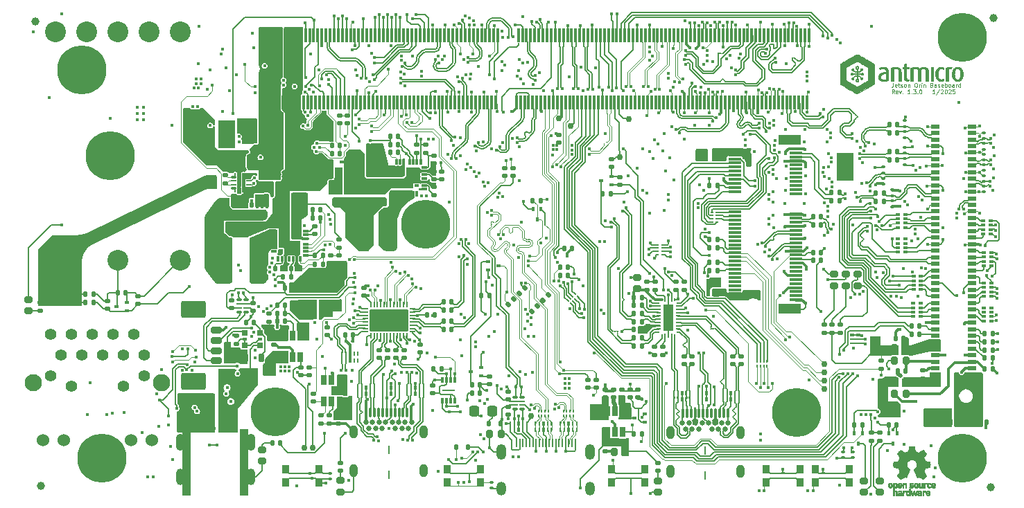
<source format=gbr>
%TF.GenerationSoftware,KiCad,Pcbnew,8.0.8*%
%TF.CreationDate,2025-02-13T16:32:42+11:00*%
%TF.ProjectId,jetson-orin-baseboard,6a657473-6f6e-42d6-9f72-696e2d626173,1.3.0*%
%TF.SameCoordinates,PX1c5f2f0PY7ac91b0*%
%TF.FileFunction,Copper,L1,Top*%
%TF.FilePolarity,Positive*%
%FSLAX46Y46*%
G04 Gerber Fmt 4.6, Leading zero omitted, Abs format (unit mm)*
G04 Created by KiCad (PCBNEW 8.0.8) date 2025-02-13 16:32:42*
%MOMM*%
%LPD*%
G01*
G04 APERTURE LIST*
G04 Aperture macros list*
%AMRoundRect*
0 Rectangle with rounded corners*
0 $1 Rounding radius*
0 $2 $3 $4 $5 $6 $7 $8 $9 X,Y pos of 4 corners*
0 Add a 4 corners polygon primitive as box body*
4,1,4,$2,$3,$4,$5,$6,$7,$8,$9,$2,$3,0*
0 Add four circle primitives for the rounded corners*
1,1,$1+$1,$2,$3*
1,1,$1+$1,$4,$5*
1,1,$1+$1,$6,$7*
1,1,$1+$1,$8,$9*
0 Add four rect primitives between the rounded corners*
20,1,$1+$1,$2,$3,$4,$5,0*
20,1,$1+$1,$4,$5,$6,$7,0*
20,1,$1+$1,$6,$7,$8,$9,0*
20,1,$1+$1,$8,$9,$2,$3,0*%
%AMFreePoly0*
4,1,5,0.300000,-0.300000,-0.300000,-0.300000,-0.300000,0.300000,0.300000,0.300000,0.300000,-0.300000,0.300000,-0.300000,$1*%
%AMFreePoly1*
4,1,15,2.200000,0.087500,0.150000,0.087500,0.150000,-0.287500,0.144291,-0.316201,0.128033,-0.340533,0.103701,-0.356791,0.075000,-0.362500,-0.075000,-0.362500,-0.103701,-0.356791,-0.128033,-0.340533,-0.144291,-0.316201,-0.150000,-0.287500,-0.150000,0.362500,2.200000,0.362500,2.200000,0.087500,2.200000,0.087500,$1*%
%AMFreePoly2*
4,1,9,1.825000,0.245000,1.175000,0.245000,1.175000,-0.500000,0.500000,-0.500000,-0.500000,-0.500000,-1.000000,-0.500000,-1.000000,0.700000,1.825000,0.700000,1.825000,0.245000,1.825000,0.245000,$1*%
G04 Aperture macros list end*
%ADD10C,0.125000*%
%TA.AperFunction,NonConductor*%
%ADD11C,0.125000*%
%TD*%
%TA.AperFunction,EtchedComponent*%
%ADD12C,0.010000*%
%TD*%
%TA.AperFunction,EtchedComponent*%
%ADD13C,0.001395*%
%TD*%
%TA.AperFunction,SMDPad,CuDef*%
%ADD14RoundRect,0.147500X0.172500X-0.147500X0.172500X0.147500X-0.172500X0.147500X-0.172500X-0.147500X0*%
%TD*%
%TA.AperFunction,SMDPad,CuDef*%
%ADD15RoundRect,0.147500X-0.147500X-0.172500X0.147500X-0.172500X0.147500X0.172500X-0.147500X0.172500X0*%
%TD*%
%TA.AperFunction,SMDPad,CuDef*%
%ADD16RoundRect,0.147500X-0.172500X0.147500X-0.172500X-0.147500X0.172500X-0.147500X0.172500X0.147500X0*%
%TD*%
%TA.AperFunction,SMDPad,CuDef*%
%ADD17RoundRect,0.160000X0.240000X0.340000X-0.240000X0.340000X-0.240000X-0.340000X0.240000X-0.340000X0*%
%TD*%
%TA.AperFunction,SMDPad,CuDef*%
%ADD18RoundRect,0.160000X-0.240000X-0.340000X0.240000X-0.340000X0.240000X0.340000X-0.240000X0.340000X0*%
%TD*%
%TA.AperFunction,SMDPad,CuDef*%
%ADD19RoundRect,0.062500X-0.062500X-0.212500X0.062500X-0.212500X0.062500X0.212500X-0.062500X0.212500X0*%
%TD*%
%TA.AperFunction,SMDPad,CuDef*%
%ADD20RoundRect,0.100000X-0.100000X-0.175000X0.100000X-0.175000X0.100000X0.175000X-0.100000X0.175000X0*%
%TD*%
%TA.AperFunction,SMDPad,CuDef*%
%ADD21RoundRect,0.075000X0.175000X-0.075000X0.175000X0.075000X-0.175000X0.075000X-0.175000X-0.075000X0*%
%TD*%
%TA.AperFunction,SMDPad,CuDef*%
%ADD22RoundRect,0.160000X0.390000X-0.240000X0.390000X0.240000X-0.390000X0.240000X-0.390000X-0.240000X0*%
%TD*%
%TA.AperFunction,SMDPad,CuDef*%
%ADD23RoundRect,0.075000X-0.175000X0.075000X-0.175000X-0.075000X0.175000X-0.075000X0.175000X0.075000X0*%
%TD*%
%TA.AperFunction,SMDPad,CuDef*%
%ADD24RoundRect,0.100000X0.150000X-0.100000X0.150000X0.100000X-0.150000X0.100000X-0.150000X-0.100000X0*%
%TD*%
%TA.AperFunction,SMDPad,CuDef*%
%ADD25RoundRect,0.155000X0.620000X2.645000X-0.620000X2.645000X-0.620000X-2.645000X0.620000X-2.645000X0*%
%TD*%
%TA.AperFunction,SMDPad,CuDef*%
%ADD26R,0.510000X0.400000*%
%TD*%
%TA.AperFunction,SMDPad,CuDef*%
%ADD27RoundRect,0.300000X-0.300000X-0.350000X0.300000X-0.350000X0.300000X0.350000X-0.300000X0.350000X0*%
%TD*%
%TA.AperFunction,SMDPad,CuDef*%
%ADD28RoundRect,0.125000X0.125000X0.175000X-0.125000X0.175000X-0.125000X-0.175000X0.125000X-0.175000X0*%
%TD*%
%TA.AperFunction,SMDPad,CuDef*%
%ADD29RoundRect,0.147500X0.147500X0.172500X-0.147500X0.172500X-0.147500X-0.172500X0.147500X-0.172500X0*%
%TD*%
%TA.AperFunction,SMDPad,CuDef*%
%ADD30RoundRect,0.100000X-0.150000X0.100000X-0.150000X-0.100000X0.150000X-0.100000X0.150000X0.100000X0*%
%TD*%
%TA.AperFunction,SMDPad,CuDef*%
%ADD31RoundRect,0.160000X-0.340000X0.240000X-0.340000X-0.240000X0.340000X-0.240000X0.340000X0.240000X0*%
%TD*%
%TA.AperFunction,SMDPad,CuDef*%
%ADD32RoundRect,0.160000X0.340000X-0.240000X0.340000X0.240000X-0.340000X0.240000X-0.340000X-0.240000X0*%
%TD*%
%TA.AperFunction,ComponentPad*%
%ADD33C,6.000000*%
%TD*%
%TA.AperFunction,SMDPad,CuDef*%
%ADD34R,0.400000X0.510000*%
%TD*%
%TA.AperFunction,SMDPad,CuDef*%
%ADD35C,0.750000*%
%TD*%
%TA.AperFunction,SMDPad,CuDef*%
%ADD36RoundRect,0.081250X0.118750X0.081250X-0.118750X0.081250X-0.118750X-0.081250X0.118750X-0.081250X0*%
%TD*%
%TA.AperFunction,SMDPad,CuDef*%
%ADD37R,0.900000X1.000000*%
%TD*%
%TA.AperFunction,SMDPad,CuDef*%
%ADD38C,1.000000*%
%TD*%
%TA.AperFunction,SMDPad,CuDef*%
%ADD39R,0.300000X1.750000*%
%TD*%
%TA.AperFunction,SMDPad,CuDef*%
%ADD40R,2.000000X3.500000*%
%TD*%
%TA.AperFunction,SMDPad,CuDef*%
%ADD41RoundRect,0.160000X-0.390000X0.240000X-0.390000X-0.240000X0.390000X-0.240000X0.390000X0.240000X0*%
%TD*%
%TA.AperFunction,SMDPad,CuDef*%
%ADD42RoundRect,0.050000X-0.050000X-0.450000X0.050000X-0.450000X0.050000X0.450000X-0.050000X0.450000X0*%
%TD*%
%TA.AperFunction,SMDPad,CuDef*%
%ADD43RoundRect,0.075000X-0.075000X-0.525000X0.075000X-0.525000X0.075000X0.525000X-0.075000X0.525000X0*%
%TD*%
%TA.AperFunction,ComponentPad*%
%ADD44C,0.650000*%
%TD*%
%TA.AperFunction,ComponentPad*%
%ADD45O,1.000000X1.600000*%
%TD*%
%TA.AperFunction,SMDPad,CuDef*%
%ADD46RoundRect,0.062500X-0.212500X0.062500X-0.212500X-0.062500X0.212500X-0.062500X0.212500X0.062500X0*%
%TD*%
%TA.AperFunction,SMDPad,CuDef*%
%ADD47RoundRect,0.100000X-0.175000X0.100000X-0.175000X-0.100000X0.175000X-0.100000X0.175000X0.100000X0*%
%TD*%
%TA.AperFunction,SMDPad,CuDef*%
%ADD48FreePoly0,270.000000*%
%TD*%
%TA.AperFunction,SMDPad,CuDef*%
%ADD49R,0.600000X0.400000*%
%TD*%
%TA.AperFunction,SMDPad,CuDef*%
%ADD50RoundRect,0.050000X-0.050000X-0.150000X0.050000X-0.150000X0.050000X0.150000X-0.050000X0.150000X0*%
%TD*%
%TA.AperFunction,SMDPad,CuDef*%
%ADD51R,0.700000X1.200000*%
%TD*%
%TA.AperFunction,SMDPad,CuDef*%
%ADD52RoundRect,0.075000X-0.075000X-0.287500X0.075000X-0.287500X0.075000X0.287500X-0.075000X0.287500X0*%
%TD*%
%TA.AperFunction,SMDPad,CuDef*%
%ADD53FreePoly1,270.000000*%
%TD*%
%TA.AperFunction,SMDPad,CuDef*%
%ADD54RoundRect,0.075000X-0.287500X0.075000X-0.287500X-0.075000X0.287500X-0.075000X0.287500X0.075000X0*%
%TD*%
%TA.AperFunction,SMDPad,CuDef*%
%ADD55R,1.050000X1.575000*%
%TD*%
%TA.AperFunction,SMDPad,CuDef*%
%ADD56R,1.050000X1.150000*%
%TD*%
%TA.AperFunction,SMDPad,CuDef*%
%ADD57FreePoly2,270.000000*%
%TD*%
%TA.AperFunction,SMDPad,CuDef*%
%ADD58R,0.380000X0.580000*%
%TD*%
%TA.AperFunction,SMDPad,CuDef*%
%ADD59RoundRect,0.075000X-0.225000X-0.075000X0.225000X-0.075000X0.225000X0.075000X-0.225000X0.075000X0*%
%TD*%
%TA.AperFunction,SMDPad,CuDef*%
%ADD60RoundRect,0.062500X-0.237500X-0.062500X0.237500X-0.062500X0.237500X0.062500X-0.237500X0.062500X0*%
%TD*%
%TA.AperFunction,ComponentPad*%
%ADD61R,2.540000X2.540000*%
%TD*%
%TA.AperFunction,ComponentPad*%
%ADD62C,2.540000*%
%TD*%
%TA.AperFunction,SMDPad,CuDef*%
%ADD63RoundRect,0.125000X-0.125000X-0.175000X0.125000X-0.175000X0.125000X0.175000X-0.125000X0.175000X0*%
%TD*%
%TA.AperFunction,SMDPad,CuDef*%
%ADD64RoundRect,0.147500X-0.017678X0.226274X-0.226274X0.017678X0.017678X-0.226274X0.226274X-0.017678X0*%
%TD*%
%TA.AperFunction,SMDPad,CuDef*%
%ADD65RoundRect,0.147500X0.017678X-0.226274X0.226274X-0.017678X-0.017678X0.226274X-0.226274X0.017678X0*%
%TD*%
%TA.AperFunction,SMDPad,CuDef*%
%ADD66R,0.450000X0.200000*%
%TD*%
%TA.AperFunction,SMDPad,CuDef*%
%ADD67R,0.500000X0.200000*%
%TD*%
%TA.AperFunction,SMDPad,CuDef*%
%ADD68R,0.200000X0.450000*%
%TD*%
%TA.AperFunction,SMDPad,CuDef*%
%ADD69R,0.200000X0.500000*%
%TD*%
%TA.AperFunction,SMDPad,CuDef*%
%ADD70R,1.200000X3.200000*%
%TD*%
%TA.AperFunction,SMDPad,CuDef*%
%ADD71RoundRect,0.233000X-1.017000X-0.932000X1.017000X-0.932000X1.017000X0.932000X-1.017000X0.932000X0*%
%TD*%
%TA.AperFunction,SMDPad,CuDef*%
%ADD72RoundRect,0.081250X0.081250X-0.118750X0.081250X0.118750X-0.081250X0.118750X-0.081250X-0.118750X0*%
%TD*%
%TA.AperFunction,ComponentPad*%
%ADD73C,1.397000*%
%TD*%
%TA.AperFunction,ComponentPad*%
%ADD74C,1.524000*%
%TD*%
%TA.AperFunction,ComponentPad*%
%ADD75C,2.100000*%
%TD*%
%TA.AperFunction,ComponentPad*%
%ADD76C,2.108200*%
%TD*%
%TA.AperFunction,SMDPad,CuDef*%
%ADD77RoundRect,0.090000X-0.210000X0.410000X-0.210000X-0.410000X0.210000X-0.410000X0.210000X0.410000X0*%
%TD*%
%TA.AperFunction,SMDPad,CuDef*%
%ADD78RoundRect,0.075000X0.075000X0.275000X-0.075000X0.275000X-0.075000X-0.275000X0.075000X-0.275000X0*%
%TD*%
%TA.AperFunction,SMDPad,CuDef*%
%ADD79RoundRect,0.050000X-0.750000X0.050000X-0.750000X-0.050000X0.750000X-0.050000X0.750000X0.050000X0*%
%TD*%
%TA.AperFunction,SMDPad,CuDef*%
%ADD80RoundRect,0.200000X-0.450000X0.200000X-0.450000X-0.200000X0.450000X-0.200000X0.450000X0.200000X0*%
%TD*%
%TA.AperFunction,SMDPad,CuDef*%
%ADD81RoundRect,0.250001X-1.249999X0.799999X-1.249999X-0.799999X1.249999X-0.799999X1.249999X0.799999X0*%
%TD*%
%TA.AperFunction,SMDPad,CuDef*%
%ADD82RoundRect,0.081250X-0.118750X-0.081250X0.118750X-0.081250X0.118750X0.081250X-0.118750X0.081250X0*%
%TD*%
%TA.AperFunction,SMDPad,CuDef*%
%ADD83RoundRect,0.050000X-0.070711X0.141421X-0.141421X0.070711X0.070711X-0.141421X0.141421X-0.070711X0*%
%TD*%
%TA.AperFunction,SMDPad,CuDef*%
%ADD84RoundRect,0.050000X-0.250000X0.050000X-0.250000X-0.050000X0.250000X-0.050000X0.250000X0.050000X0*%
%TD*%
%TA.AperFunction,SMDPad,CuDef*%
%ADD85RoundRect,0.050000X-0.050000X-0.250000X0.050000X-0.250000X0.050000X0.250000X-0.050000X0.250000X0*%
%TD*%
%TA.AperFunction,SMDPad,CuDef*%
%ADD86RoundRect,0.050000X0.250000X-0.050000X0.250000X0.050000X-0.250000X0.050000X-0.250000X-0.050000X0*%
%TD*%
%TA.AperFunction,SMDPad,CuDef*%
%ADD87RoundRect,0.050000X0.050000X0.250000X-0.050000X0.250000X-0.050000X-0.250000X0.050000X-0.250000X0*%
%TD*%
%TA.AperFunction,SMDPad,CuDef*%
%ADD88RoundRect,0.040000X-0.460000X-0.360000X0.460000X-0.360000X0.460000X0.360000X-0.460000X0.360000X0*%
%TD*%
%TA.AperFunction,SMDPad,CuDef*%
%ADD89RoundRect,0.050000X-2.300000X-1.300000X2.300000X-1.300000X2.300000X1.300000X-2.300000X1.300000X0*%
%TD*%
%TA.AperFunction,SMDPad,CuDef*%
%ADD90R,0.230000X1.000000*%
%TD*%
%TA.AperFunction,ComponentPad*%
%ADD91O,1.200000X1.900000*%
%TD*%
%TA.AperFunction,ComponentPad*%
%ADD92O,1.200000X1.700000*%
%TD*%
%TA.AperFunction,SMDPad,CuDef*%
%ADD93R,1.100000X0.500000*%
%TD*%
%TA.AperFunction,SMDPad,CuDef*%
%ADD94RoundRect,0.050000X-0.150000X0.050000X-0.150000X-0.050000X0.150000X-0.050000X0.150000X0.050000X0*%
%TD*%
%TA.AperFunction,SMDPad,CuDef*%
%ADD95RoundRect,0.310000X0.310000X-0.940000X0.310000X0.940000X-0.310000X0.940000X-0.310000X-0.940000X0*%
%TD*%
%TA.AperFunction,SMDPad,CuDef*%
%ADD96RoundRect,0.275000X-0.275000X-3.825000X0.275000X-3.825000X0.275000X3.825000X-0.275000X3.825000X0*%
%TD*%
%TA.AperFunction,SMDPad,CuDef*%
%ADD97RoundRect,0.075000X0.287500X-0.075000X0.287500X0.075000X-0.287500X0.075000X-0.287500X-0.075000X0*%
%TD*%
%TA.AperFunction,SMDPad,CuDef*%
%ADD98FreePoly1,0.000000*%
%TD*%
%TA.AperFunction,SMDPad,CuDef*%
%ADD99R,1.575000X1.050000*%
%TD*%
%TA.AperFunction,SMDPad,CuDef*%
%ADD100R,1.150000X1.050000*%
%TD*%
%TA.AperFunction,SMDPad,CuDef*%
%ADD101FreePoly2,0.000000*%
%TD*%
%TA.AperFunction,SMDPad,CuDef*%
%ADD102R,0.580000X0.380000*%
%TD*%
%TA.AperFunction,SMDPad,CuDef*%
%ADD103RoundRect,0.125000X0.500000X2.225000X-0.500000X2.225000X-0.500000X-2.225000X0.500000X-2.225000X0*%
%TD*%
%TA.AperFunction,SMDPad,CuDef*%
%ADD104R,1.550000X0.300000*%
%TD*%
%TA.AperFunction,SMDPad,CuDef*%
%ADD105R,2.750000X1.200000*%
%TD*%
%TA.AperFunction,SMDPad,CuDef*%
%ADD106RoundRect,0.050000X0.250000X0.100000X-0.250000X0.100000X-0.250000X-0.100000X0.250000X-0.100000X0*%
%TD*%
%TA.AperFunction,SMDPad,CuDef*%
%ADD107RoundRect,0.050000X-0.075000X-0.275000X0.075000X-0.275000X0.075000X0.275000X-0.075000X0.275000X0*%
%TD*%
%TA.AperFunction,SMDPad,CuDef*%
%ADD108RoundRect,0.050000X0.250000X0.075000X-0.250000X0.075000X-0.250000X-0.075000X0.250000X-0.075000X0*%
%TD*%
%TA.AperFunction,SMDPad,CuDef*%
%ADD109RoundRect,0.075000X0.075000X1.125000X-0.075000X1.125000X-0.075000X-1.125000X0.075000X-1.125000X0*%
%TD*%
%TA.AperFunction,SMDPad,CuDef*%
%ADD110RoundRect,0.050000X-0.250000X-0.100000X0.250000X-0.100000X0.250000X0.100000X-0.250000X0.100000X0*%
%TD*%
%TA.AperFunction,SMDPad,CuDef*%
%ADD111RoundRect,0.050000X-0.250000X-0.075000X0.250000X-0.075000X0.250000X0.075000X-0.250000X0.075000X0*%
%TD*%
%TA.AperFunction,SMDPad,CuDef*%
%ADD112RoundRect,0.287500X-0.287500X-0.612500X0.287500X-0.612500X0.287500X0.612500X-0.287500X0.612500X0*%
%TD*%
%TA.AperFunction,ComponentPad*%
%ADD113O,1.000000X2.000000*%
%TD*%
%TA.AperFunction,ComponentPad*%
%ADD114O,1.050000X2.100000*%
%TD*%
%TA.AperFunction,ComponentPad*%
%ADD115C,0.450000*%
%TD*%
%TA.AperFunction,ViaPad*%
%ADD116C,0.450000*%
%TD*%
%TA.AperFunction,Conductor*%
%ADD117C,0.155000*%
%TD*%
%TA.AperFunction,Conductor*%
%ADD118C,0.150000*%
%TD*%
%TA.AperFunction,Conductor*%
%ADD119C,0.125000*%
%TD*%
%TA.AperFunction,Conductor*%
%ADD120C,0.200000*%
%TD*%
%TA.AperFunction,Conductor*%
%ADD121C,0.300000*%
%TD*%
%TA.AperFunction,Conductor*%
%ADD122C,0.130000*%
%TD*%
%TA.AperFunction,Conductor*%
%ADD123C,0.500000*%
%TD*%
%TA.AperFunction,Conductor*%
%ADD124C,0.160000*%
%TD*%
%TA.AperFunction,Conductor*%
%ADD125C,0.165000*%
%TD*%
G04 APERTURE END LIST*
D10*
D11*
X106594140Y50927677D02*
X106594140Y50570534D01*
X106594140Y50570534D02*
X106570331Y50499106D01*
X106570331Y50499106D02*
X106522712Y50451486D01*
X106522712Y50451486D02*
X106451283Y50427677D01*
X106451283Y50427677D02*
X106403664Y50427677D01*
X107022711Y50451486D02*
X106975092Y50427677D01*
X106975092Y50427677D02*
X106879854Y50427677D01*
X106879854Y50427677D02*
X106832235Y50451486D01*
X106832235Y50451486D02*
X106808426Y50499106D01*
X106808426Y50499106D02*
X106808426Y50689582D01*
X106808426Y50689582D02*
X106832235Y50737201D01*
X106832235Y50737201D02*
X106879854Y50761010D01*
X106879854Y50761010D02*
X106975092Y50761010D01*
X106975092Y50761010D02*
X107022711Y50737201D01*
X107022711Y50737201D02*
X107046521Y50689582D01*
X107046521Y50689582D02*
X107046521Y50641963D01*
X107046521Y50641963D02*
X106808426Y50594344D01*
X107189378Y50761010D02*
X107379854Y50761010D01*
X107260806Y50927677D02*
X107260806Y50499106D01*
X107260806Y50499106D02*
X107284616Y50451486D01*
X107284616Y50451486D02*
X107332235Y50427677D01*
X107332235Y50427677D02*
X107379854Y50427677D01*
X107522711Y50451486D02*
X107570330Y50427677D01*
X107570330Y50427677D02*
X107665568Y50427677D01*
X107665568Y50427677D02*
X107713187Y50451486D01*
X107713187Y50451486D02*
X107736996Y50499106D01*
X107736996Y50499106D02*
X107736996Y50522915D01*
X107736996Y50522915D02*
X107713187Y50570534D01*
X107713187Y50570534D02*
X107665568Y50594344D01*
X107665568Y50594344D02*
X107594139Y50594344D01*
X107594139Y50594344D02*
X107546520Y50618153D01*
X107546520Y50618153D02*
X107522711Y50665772D01*
X107522711Y50665772D02*
X107522711Y50689582D01*
X107522711Y50689582D02*
X107546520Y50737201D01*
X107546520Y50737201D02*
X107594139Y50761010D01*
X107594139Y50761010D02*
X107665568Y50761010D01*
X107665568Y50761010D02*
X107713187Y50737201D01*
X108022711Y50427677D02*
X107975092Y50451486D01*
X107975092Y50451486D02*
X107951282Y50475296D01*
X107951282Y50475296D02*
X107927473Y50522915D01*
X107927473Y50522915D02*
X107927473Y50665772D01*
X107927473Y50665772D02*
X107951282Y50713391D01*
X107951282Y50713391D02*
X107975092Y50737201D01*
X107975092Y50737201D02*
X108022711Y50761010D01*
X108022711Y50761010D02*
X108094139Y50761010D01*
X108094139Y50761010D02*
X108141758Y50737201D01*
X108141758Y50737201D02*
X108165568Y50713391D01*
X108165568Y50713391D02*
X108189377Y50665772D01*
X108189377Y50665772D02*
X108189377Y50522915D01*
X108189377Y50522915D02*
X108165568Y50475296D01*
X108165568Y50475296D02*
X108141758Y50451486D01*
X108141758Y50451486D02*
X108094139Y50427677D01*
X108094139Y50427677D02*
X108022711Y50427677D01*
X108403663Y50761010D02*
X108403663Y50427677D01*
X108403663Y50713391D02*
X108427473Y50737201D01*
X108427473Y50737201D02*
X108475092Y50761010D01*
X108475092Y50761010D02*
X108546520Y50761010D01*
X108546520Y50761010D02*
X108594139Y50737201D01*
X108594139Y50737201D02*
X108617949Y50689582D01*
X108617949Y50689582D02*
X108617949Y50427677D01*
X109332234Y50927677D02*
X109427472Y50927677D01*
X109427472Y50927677D02*
X109475091Y50903867D01*
X109475091Y50903867D02*
X109522710Y50856248D01*
X109522710Y50856248D02*
X109546520Y50761010D01*
X109546520Y50761010D02*
X109546520Y50594344D01*
X109546520Y50594344D02*
X109522710Y50499106D01*
X109522710Y50499106D02*
X109475091Y50451486D01*
X109475091Y50451486D02*
X109427472Y50427677D01*
X109427472Y50427677D02*
X109332234Y50427677D01*
X109332234Y50427677D02*
X109284615Y50451486D01*
X109284615Y50451486D02*
X109236996Y50499106D01*
X109236996Y50499106D02*
X109213187Y50594344D01*
X109213187Y50594344D02*
X109213187Y50761010D01*
X109213187Y50761010D02*
X109236996Y50856248D01*
X109236996Y50856248D02*
X109284615Y50903867D01*
X109284615Y50903867D02*
X109332234Y50927677D01*
X109760806Y50427677D02*
X109760806Y50761010D01*
X109760806Y50665772D02*
X109784616Y50713391D01*
X109784616Y50713391D02*
X109808425Y50737201D01*
X109808425Y50737201D02*
X109856044Y50761010D01*
X109856044Y50761010D02*
X109903663Y50761010D01*
X110070330Y50427677D02*
X110070330Y50761010D01*
X110070330Y50927677D02*
X110046521Y50903867D01*
X110046521Y50903867D02*
X110070330Y50880058D01*
X110070330Y50880058D02*
X110094140Y50903867D01*
X110094140Y50903867D02*
X110070330Y50927677D01*
X110070330Y50927677D02*
X110070330Y50880058D01*
X110308425Y50761010D02*
X110308425Y50427677D01*
X110308425Y50713391D02*
X110332235Y50737201D01*
X110332235Y50737201D02*
X110379854Y50761010D01*
X110379854Y50761010D02*
X110451282Y50761010D01*
X110451282Y50761010D02*
X110498901Y50737201D01*
X110498901Y50737201D02*
X110522711Y50689582D01*
X110522711Y50689582D02*
X110522711Y50427677D01*
X111308425Y50689582D02*
X111379853Y50665772D01*
X111379853Y50665772D02*
X111403663Y50641963D01*
X111403663Y50641963D02*
X111427472Y50594344D01*
X111427472Y50594344D02*
X111427472Y50522915D01*
X111427472Y50522915D02*
X111403663Y50475296D01*
X111403663Y50475296D02*
X111379853Y50451486D01*
X111379853Y50451486D02*
X111332234Y50427677D01*
X111332234Y50427677D02*
X111141758Y50427677D01*
X111141758Y50427677D02*
X111141758Y50927677D01*
X111141758Y50927677D02*
X111308425Y50927677D01*
X111308425Y50927677D02*
X111356044Y50903867D01*
X111356044Y50903867D02*
X111379853Y50880058D01*
X111379853Y50880058D02*
X111403663Y50832439D01*
X111403663Y50832439D02*
X111403663Y50784820D01*
X111403663Y50784820D02*
X111379853Y50737201D01*
X111379853Y50737201D02*
X111356044Y50713391D01*
X111356044Y50713391D02*
X111308425Y50689582D01*
X111308425Y50689582D02*
X111141758Y50689582D01*
X111856044Y50427677D02*
X111856044Y50689582D01*
X111856044Y50689582D02*
X111832234Y50737201D01*
X111832234Y50737201D02*
X111784615Y50761010D01*
X111784615Y50761010D02*
X111689377Y50761010D01*
X111689377Y50761010D02*
X111641758Y50737201D01*
X111856044Y50451486D02*
X111808425Y50427677D01*
X111808425Y50427677D02*
X111689377Y50427677D01*
X111689377Y50427677D02*
X111641758Y50451486D01*
X111641758Y50451486D02*
X111617949Y50499106D01*
X111617949Y50499106D02*
X111617949Y50546725D01*
X111617949Y50546725D02*
X111641758Y50594344D01*
X111641758Y50594344D02*
X111689377Y50618153D01*
X111689377Y50618153D02*
X111808425Y50618153D01*
X111808425Y50618153D02*
X111856044Y50641963D01*
X112070330Y50451486D02*
X112117949Y50427677D01*
X112117949Y50427677D02*
X112213187Y50427677D01*
X112213187Y50427677D02*
X112260806Y50451486D01*
X112260806Y50451486D02*
X112284615Y50499106D01*
X112284615Y50499106D02*
X112284615Y50522915D01*
X112284615Y50522915D02*
X112260806Y50570534D01*
X112260806Y50570534D02*
X112213187Y50594344D01*
X112213187Y50594344D02*
X112141758Y50594344D01*
X112141758Y50594344D02*
X112094139Y50618153D01*
X112094139Y50618153D02*
X112070330Y50665772D01*
X112070330Y50665772D02*
X112070330Y50689582D01*
X112070330Y50689582D02*
X112094139Y50737201D01*
X112094139Y50737201D02*
X112141758Y50761010D01*
X112141758Y50761010D02*
X112213187Y50761010D01*
X112213187Y50761010D02*
X112260806Y50737201D01*
X112689377Y50451486D02*
X112641758Y50427677D01*
X112641758Y50427677D02*
X112546520Y50427677D01*
X112546520Y50427677D02*
X112498901Y50451486D01*
X112498901Y50451486D02*
X112475092Y50499106D01*
X112475092Y50499106D02*
X112475092Y50689582D01*
X112475092Y50689582D02*
X112498901Y50737201D01*
X112498901Y50737201D02*
X112546520Y50761010D01*
X112546520Y50761010D02*
X112641758Y50761010D01*
X112641758Y50761010D02*
X112689377Y50737201D01*
X112689377Y50737201D02*
X112713187Y50689582D01*
X112713187Y50689582D02*
X112713187Y50641963D01*
X112713187Y50641963D02*
X112475092Y50594344D01*
X112927472Y50427677D02*
X112927472Y50927677D01*
X112927472Y50737201D02*
X112975091Y50761010D01*
X112975091Y50761010D02*
X113070329Y50761010D01*
X113070329Y50761010D02*
X113117948Y50737201D01*
X113117948Y50737201D02*
X113141758Y50713391D01*
X113141758Y50713391D02*
X113165567Y50665772D01*
X113165567Y50665772D02*
X113165567Y50522915D01*
X113165567Y50522915D02*
X113141758Y50475296D01*
X113141758Y50475296D02*
X113117948Y50451486D01*
X113117948Y50451486D02*
X113070329Y50427677D01*
X113070329Y50427677D02*
X112975091Y50427677D01*
X112975091Y50427677D02*
X112927472Y50451486D01*
X113451282Y50427677D02*
X113403663Y50451486D01*
X113403663Y50451486D02*
X113379853Y50475296D01*
X113379853Y50475296D02*
X113356044Y50522915D01*
X113356044Y50522915D02*
X113356044Y50665772D01*
X113356044Y50665772D02*
X113379853Y50713391D01*
X113379853Y50713391D02*
X113403663Y50737201D01*
X113403663Y50737201D02*
X113451282Y50761010D01*
X113451282Y50761010D02*
X113522710Y50761010D01*
X113522710Y50761010D02*
X113570329Y50737201D01*
X113570329Y50737201D02*
X113594139Y50713391D01*
X113594139Y50713391D02*
X113617948Y50665772D01*
X113617948Y50665772D02*
X113617948Y50522915D01*
X113617948Y50522915D02*
X113594139Y50475296D01*
X113594139Y50475296D02*
X113570329Y50451486D01*
X113570329Y50451486D02*
X113522710Y50427677D01*
X113522710Y50427677D02*
X113451282Y50427677D01*
X114046520Y50427677D02*
X114046520Y50689582D01*
X114046520Y50689582D02*
X114022710Y50737201D01*
X114022710Y50737201D02*
X113975091Y50761010D01*
X113975091Y50761010D02*
X113879853Y50761010D01*
X113879853Y50761010D02*
X113832234Y50737201D01*
X114046520Y50451486D02*
X113998901Y50427677D01*
X113998901Y50427677D02*
X113879853Y50427677D01*
X113879853Y50427677D02*
X113832234Y50451486D01*
X113832234Y50451486D02*
X113808425Y50499106D01*
X113808425Y50499106D02*
X113808425Y50546725D01*
X113808425Y50546725D02*
X113832234Y50594344D01*
X113832234Y50594344D02*
X113879853Y50618153D01*
X113879853Y50618153D02*
X113998901Y50618153D01*
X113998901Y50618153D02*
X114046520Y50641963D01*
X114284615Y50427677D02*
X114284615Y50761010D01*
X114284615Y50665772D02*
X114308425Y50713391D01*
X114308425Y50713391D02*
X114332234Y50737201D01*
X114332234Y50737201D02*
X114379853Y50761010D01*
X114379853Y50761010D02*
X114427472Y50761010D01*
X114808425Y50427677D02*
X114808425Y50927677D01*
X114808425Y50451486D02*
X114760806Y50427677D01*
X114760806Y50427677D02*
X114665568Y50427677D01*
X114665568Y50427677D02*
X114617949Y50451486D01*
X114617949Y50451486D02*
X114594139Y50475296D01*
X114594139Y50475296D02*
X114570330Y50522915D01*
X114570330Y50522915D02*
X114570330Y50665772D01*
X114570330Y50665772D02*
X114594139Y50713391D01*
X114594139Y50713391D02*
X114617949Y50737201D01*
X114617949Y50737201D02*
X114665568Y50761010D01*
X114665568Y50761010D02*
X114760806Y50761010D01*
X114760806Y50761010D02*
X114808425Y50737201D01*
X106736997Y49622705D02*
X106570331Y49860800D01*
X106451283Y49622705D02*
X106451283Y50122705D01*
X106451283Y50122705D02*
X106641759Y50122705D01*
X106641759Y50122705D02*
X106689378Y50098895D01*
X106689378Y50098895D02*
X106713188Y50075086D01*
X106713188Y50075086D02*
X106736997Y50027467D01*
X106736997Y50027467D02*
X106736997Y49956038D01*
X106736997Y49956038D02*
X106713188Y49908419D01*
X106713188Y49908419D02*
X106689378Y49884610D01*
X106689378Y49884610D02*
X106641759Y49860800D01*
X106641759Y49860800D02*
X106451283Y49860800D01*
X107141759Y49646514D02*
X107094140Y49622705D01*
X107094140Y49622705D02*
X106998902Y49622705D01*
X106998902Y49622705D02*
X106951283Y49646514D01*
X106951283Y49646514D02*
X106927474Y49694134D01*
X106927474Y49694134D02*
X106927474Y49884610D01*
X106927474Y49884610D02*
X106951283Y49932229D01*
X106951283Y49932229D02*
X106998902Y49956038D01*
X106998902Y49956038D02*
X107094140Y49956038D01*
X107094140Y49956038D02*
X107141759Y49932229D01*
X107141759Y49932229D02*
X107165569Y49884610D01*
X107165569Y49884610D02*
X107165569Y49836991D01*
X107165569Y49836991D02*
X106927474Y49789372D01*
X107332235Y49956038D02*
X107451283Y49622705D01*
X107451283Y49622705D02*
X107570330Y49956038D01*
X107760806Y49670324D02*
X107784616Y49646514D01*
X107784616Y49646514D02*
X107760806Y49622705D01*
X107760806Y49622705D02*
X107736997Y49646514D01*
X107736997Y49646514D02*
X107760806Y49670324D01*
X107760806Y49670324D02*
X107760806Y49622705D01*
X108641758Y49622705D02*
X108356044Y49622705D01*
X108498901Y49622705D02*
X108498901Y50122705D01*
X108498901Y50122705D02*
X108451282Y50051276D01*
X108451282Y50051276D02*
X108403663Y50003657D01*
X108403663Y50003657D02*
X108356044Y49979848D01*
X108856043Y49670324D02*
X108879853Y49646514D01*
X108879853Y49646514D02*
X108856043Y49622705D01*
X108856043Y49622705D02*
X108832234Y49646514D01*
X108832234Y49646514D02*
X108856043Y49670324D01*
X108856043Y49670324D02*
X108856043Y49622705D01*
X109046519Y50122705D02*
X109356043Y50122705D01*
X109356043Y50122705D02*
X109189376Y49932229D01*
X109189376Y49932229D02*
X109260805Y49932229D01*
X109260805Y49932229D02*
X109308424Y49908419D01*
X109308424Y49908419D02*
X109332233Y49884610D01*
X109332233Y49884610D02*
X109356043Y49836991D01*
X109356043Y49836991D02*
X109356043Y49717943D01*
X109356043Y49717943D02*
X109332233Y49670324D01*
X109332233Y49670324D02*
X109308424Y49646514D01*
X109308424Y49646514D02*
X109260805Y49622705D01*
X109260805Y49622705D02*
X109117948Y49622705D01*
X109117948Y49622705D02*
X109070329Y49646514D01*
X109070329Y49646514D02*
X109046519Y49670324D01*
X109570328Y49670324D02*
X109594138Y49646514D01*
X109594138Y49646514D02*
X109570328Y49622705D01*
X109570328Y49622705D02*
X109546519Y49646514D01*
X109546519Y49646514D02*
X109570328Y49670324D01*
X109570328Y49670324D02*
X109570328Y49622705D01*
X109903661Y50122705D02*
X109951280Y50122705D01*
X109951280Y50122705D02*
X109998899Y50098895D01*
X109998899Y50098895D02*
X110022709Y50075086D01*
X110022709Y50075086D02*
X110046518Y50027467D01*
X110046518Y50027467D02*
X110070328Y49932229D01*
X110070328Y49932229D02*
X110070328Y49813181D01*
X110070328Y49813181D02*
X110046518Y49717943D01*
X110046518Y49717943D02*
X110022709Y49670324D01*
X110022709Y49670324D02*
X109998899Y49646514D01*
X109998899Y49646514D02*
X109951280Y49622705D01*
X109951280Y49622705D02*
X109903661Y49622705D01*
X109903661Y49622705D02*
X109856042Y49646514D01*
X109856042Y49646514D02*
X109832233Y49670324D01*
X109832233Y49670324D02*
X109808423Y49717943D01*
X109808423Y49717943D02*
X109784614Y49813181D01*
X109784614Y49813181D02*
X109784614Y49932229D01*
X109784614Y49932229D02*
X109808423Y50027467D01*
X109808423Y50027467D02*
X109832233Y50075086D01*
X109832233Y50075086D02*
X109856042Y50098895D01*
X109856042Y50098895D02*
X109903661Y50122705D01*
X111689374Y49622705D02*
X111403660Y49622705D01*
X111546517Y49622705D02*
X111546517Y50122705D01*
X111546517Y50122705D02*
X111498898Y50051276D01*
X111498898Y50051276D02*
X111451279Y50003657D01*
X111451279Y50003657D02*
X111403660Y49979848D01*
X112260802Y50146514D02*
X111832231Y49503657D01*
X112403660Y50075086D02*
X112427469Y50098895D01*
X112427469Y50098895D02*
X112475088Y50122705D01*
X112475088Y50122705D02*
X112594136Y50122705D01*
X112594136Y50122705D02*
X112641755Y50098895D01*
X112641755Y50098895D02*
X112665564Y50075086D01*
X112665564Y50075086D02*
X112689374Y50027467D01*
X112689374Y50027467D02*
X112689374Y49979848D01*
X112689374Y49979848D02*
X112665564Y49908419D01*
X112665564Y49908419D02*
X112379850Y49622705D01*
X112379850Y49622705D02*
X112689374Y49622705D01*
X112998897Y50122705D02*
X113046516Y50122705D01*
X113046516Y50122705D02*
X113094135Y50098895D01*
X113094135Y50098895D02*
X113117945Y50075086D01*
X113117945Y50075086D02*
X113141754Y50027467D01*
X113141754Y50027467D02*
X113165564Y49932229D01*
X113165564Y49932229D02*
X113165564Y49813181D01*
X113165564Y49813181D02*
X113141754Y49717943D01*
X113141754Y49717943D02*
X113117945Y49670324D01*
X113117945Y49670324D02*
X113094135Y49646514D01*
X113094135Y49646514D02*
X113046516Y49622705D01*
X113046516Y49622705D02*
X112998897Y49622705D01*
X112998897Y49622705D02*
X112951278Y49646514D01*
X112951278Y49646514D02*
X112927469Y49670324D01*
X112927469Y49670324D02*
X112903659Y49717943D01*
X112903659Y49717943D02*
X112879850Y49813181D01*
X112879850Y49813181D02*
X112879850Y49932229D01*
X112879850Y49932229D02*
X112903659Y50027467D01*
X112903659Y50027467D02*
X112927469Y50075086D01*
X112927469Y50075086D02*
X112951278Y50098895D01*
X112951278Y50098895D02*
X112998897Y50122705D01*
X113356040Y50075086D02*
X113379849Y50098895D01*
X113379849Y50098895D02*
X113427468Y50122705D01*
X113427468Y50122705D02*
X113546516Y50122705D01*
X113546516Y50122705D02*
X113594135Y50098895D01*
X113594135Y50098895D02*
X113617944Y50075086D01*
X113617944Y50075086D02*
X113641754Y50027467D01*
X113641754Y50027467D02*
X113641754Y49979848D01*
X113641754Y49979848D02*
X113617944Y49908419D01*
X113617944Y49908419D02*
X113332230Y49622705D01*
X113332230Y49622705D02*
X113641754Y49622705D01*
X114094134Y50122705D02*
X113856039Y50122705D01*
X113856039Y50122705D02*
X113832230Y49884610D01*
X113832230Y49884610D02*
X113856039Y49908419D01*
X113856039Y49908419D02*
X113903658Y49932229D01*
X113903658Y49932229D02*
X114022706Y49932229D01*
X114022706Y49932229D02*
X114070325Y49908419D01*
X114070325Y49908419D02*
X114094134Y49884610D01*
X114094134Y49884610D02*
X114117944Y49836991D01*
X114117944Y49836991D02*
X114117944Y49717943D01*
X114117944Y49717943D02*
X114094134Y49670324D01*
X114094134Y49670324D02*
X114070325Y49646514D01*
X114070325Y49646514D02*
X114022706Y49622705D01*
X114022706Y49622705D02*
X113903658Y49622705D01*
X113903658Y49622705D02*
X113856039Y49646514D01*
X113856039Y49646514D02*
X113832230Y49670324D01*
D12*
%TO.C,REF\u002A\u002A*%
X110649000Y1992000D02*
X110692000Y1979000D01*
X110720000Y1963000D01*
X110729000Y1949000D01*
X110727000Y1934000D01*
X110710000Y1909000D01*
X110697000Y1892000D01*
X110668000Y1860000D01*
X110647000Y1847000D01*
X110629000Y1848000D01*
X110576000Y1861000D01*
X110536000Y1861000D01*
X110504000Y1845000D01*
X110493000Y1836000D01*
X110459000Y1804000D01*
X110459000Y1388000D01*
X110321000Y1388000D01*
X110321000Y1992000D01*
X110390000Y1992000D01*
X110431000Y1990000D01*
X110453000Y1984000D01*
X110459000Y1973000D01*
X110462000Y1961000D01*
X110475000Y1962000D01*
X110494000Y1971000D01*
X110532000Y1987000D01*
X110562000Y1997000D01*
X110602000Y1999000D01*
X110649000Y1992000D01*
%TA.AperFunction,EtchedComponent*%
G36*
X110649000Y1992000D02*
G01*
X110692000Y1979000D01*
X110720000Y1963000D01*
X110729000Y1949000D01*
X110727000Y1934000D01*
X110710000Y1909000D01*
X110697000Y1892000D01*
X110668000Y1860000D01*
X110647000Y1847000D01*
X110629000Y1848000D01*
X110576000Y1861000D01*
X110536000Y1861000D01*
X110504000Y1845000D01*
X110493000Y1836000D01*
X110459000Y1804000D01*
X110459000Y1388000D01*
X110321000Y1388000D01*
X110321000Y1992000D01*
X110390000Y1992000D01*
X110431000Y1990000D01*
X110453000Y1984000D01*
X110459000Y1973000D01*
X110462000Y1961000D01*
X110475000Y1962000D01*
X110494000Y1971000D01*
X110532000Y1987000D01*
X110562000Y1997000D01*
X110602000Y1999000D01*
X110649000Y1992000D01*
G37*
%TD.AperFunction*%
X110279000Y1048000D02*
X110300000Y1043000D01*
X110307000Y1033000D01*
X110308000Y1023000D01*
X110308000Y997000D01*
X110341000Y1023000D01*
X110379000Y1041000D01*
X110430000Y1049000D01*
X110485000Y1049000D01*
X110533000Y1039000D01*
X110561000Y1025000D01*
X110590000Y1002000D01*
X110548000Y950000D01*
X110523000Y918000D01*
X110506000Y903000D01*
X110489000Y901000D01*
X110464000Y908000D01*
X110452000Y913000D01*
X110404000Y919000D01*
X110360000Y905000D01*
X110328000Y875000D01*
X110322000Y865000D01*
X110317000Y839000D01*
X110312000Y792000D01*
X110309000Y726000D01*
X110308000Y645000D01*
X110308000Y633000D01*
X110308000Y433000D01*
X110170000Y433000D01*
X110170000Y1049000D01*
X110239000Y1049000D01*
X110279000Y1048000D01*
%TA.AperFunction,EtchedComponent*%
G36*
X110279000Y1048000D02*
G01*
X110300000Y1043000D01*
X110307000Y1033000D01*
X110308000Y1023000D01*
X110308000Y997000D01*
X110341000Y1023000D01*
X110379000Y1041000D01*
X110430000Y1049000D01*
X110485000Y1049000D01*
X110533000Y1039000D01*
X110561000Y1025000D01*
X110590000Y1002000D01*
X110548000Y950000D01*
X110523000Y918000D01*
X110506000Y903000D01*
X110489000Y901000D01*
X110464000Y908000D01*
X110452000Y913000D01*
X110404000Y919000D01*
X110360000Y905000D01*
X110328000Y875000D01*
X110322000Y865000D01*
X110317000Y839000D01*
X110312000Y792000D01*
X110309000Y726000D01*
X110308000Y645000D01*
X110308000Y633000D01*
X110308000Y433000D01*
X110170000Y433000D01*
X110170000Y1049000D01*
X110239000Y1049000D01*
X110279000Y1048000D01*
G37*
%TD.AperFunction*%
X107856000Y1047000D02*
X107875000Y1042000D01*
X107881000Y1029000D01*
X107881000Y1024000D01*
X107882000Y1008000D01*
X107890000Y1006000D01*
X107910000Y1017000D01*
X107922000Y1024000D01*
X107960000Y1039000D01*
X108005000Y1047000D01*
X108053000Y1048000D01*
X108098000Y1042000D01*
X108134000Y1031000D01*
X108157000Y1014000D01*
X108162000Y994000D01*
X108159000Y989000D01*
X108142000Y966000D01*
X108117000Y938000D01*
X108112000Y933000D01*
X108087000Y912000D01*
X108066000Y906000D01*
X108036000Y910000D01*
X108024000Y914000D01*
X107987000Y921000D01*
X107961000Y918000D01*
X107939000Y906000D01*
X107918000Y890000D01*
X107903000Y870000D01*
X107893000Y842000D01*
X107886000Y802000D01*
X107883000Y747000D01*
X107881000Y672000D01*
X107881000Y627000D01*
X107881000Y433000D01*
X107756000Y433000D01*
X107756000Y1049000D01*
X107818000Y1049000D01*
X107856000Y1047000D01*
%TA.AperFunction,EtchedComponent*%
G36*
X107856000Y1047000D02*
G01*
X107875000Y1042000D01*
X107881000Y1029000D01*
X107881000Y1024000D01*
X107882000Y1008000D01*
X107890000Y1006000D01*
X107910000Y1017000D01*
X107922000Y1024000D01*
X107960000Y1039000D01*
X108005000Y1047000D01*
X108053000Y1048000D01*
X108098000Y1042000D01*
X108134000Y1031000D01*
X108157000Y1014000D01*
X108162000Y994000D01*
X108159000Y989000D01*
X108142000Y966000D01*
X108117000Y938000D01*
X108112000Y933000D01*
X108087000Y912000D01*
X108066000Y906000D01*
X108036000Y910000D01*
X108024000Y914000D01*
X107987000Y921000D01*
X107961000Y918000D01*
X107939000Y906000D01*
X107918000Y890000D01*
X107903000Y870000D01*
X107893000Y842000D01*
X107886000Y802000D01*
X107883000Y747000D01*
X107881000Y672000D01*
X107881000Y627000D01*
X107881000Y433000D01*
X107756000Y433000D01*
X107756000Y1049000D01*
X107818000Y1049000D01*
X107856000Y1047000D01*
G37*
%TD.AperFunction*%
X109843000Y1796000D02*
X109844000Y1704000D01*
X109848000Y1634000D01*
X109857000Y1583000D01*
X109871000Y1549000D01*
X109892000Y1528000D01*
X109921000Y1517000D01*
X109956000Y1515000D01*
X109993000Y1518000D01*
X110021000Y1529000D01*
X110042000Y1550000D01*
X110056000Y1585000D01*
X110064000Y1637000D01*
X110068000Y1708000D01*
X110069000Y1796000D01*
X110069000Y1992000D01*
X110208000Y1992000D01*
X110208000Y1388000D01*
X110138000Y1388000D01*
X110097000Y1390000D01*
X110075000Y1396000D01*
X110069000Y1407000D01*
X110066000Y1417000D01*
X110051000Y1415000D01*
X110022000Y1401000D01*
X109956000Y1379000D01*
X109885000Y1381000D01*
X109818000Y1404000D01*
X109786000Y1423000D01*
X109761000Y1443000D01*
X109743000Y1469000D01*
X109731000Y1503000D01*
X109723000Y1549000D01*
X109719000Y1611000D01*
X109717000Y1693000D01*
X109717000Y1756000D01*
X109717000Y1992000D01*
X109843000Y1992000D01*
X109843000Y1796000D01*
%TA.AperFunction,EtchedComponent*%
G36*
X109843000Y1796000D02*
G01*
X109844000Y1704000D01*
X109848000Y1634000D01*
X109857000Y1583000D01*
X109871000Y1549000D01*
X109892000Y1528000D01*
X109921000Y1517000D01*
X109956000Y1515000D01*
X109993000Y1518000D01*
X110021000Y1529000D01*
X110042000Y1550000D01*
X110056000Y1585000D01*
X110064000Y1637000D01*
X110068000Y1708000D01*
X110069000Y1796000D01*
X110069000Y1992000D01*
X110208000Y1992000D01*
X110208000Y1388000D01*
X110138000Y1388000D01*
X110097000Y1390000D01*
X110075000Y1396000D01*
X110069000Y1407000D01*
X110066000Y1417000D01*
X110051000Y1415000D01*
X110022000Y1401000D01*
X109956000Y1379000D01*
X109885000Y1381000D01*
X109818000Y1404000D01*
X109786000Y1423000D01*
X109761000Y1443000D01*
X109743000Y1469000D01*
X109731000Y1503000D01*
X109723000Y1549000D01*
X109719000Y1611000D01*
X109717000Y1693000D01*
X109717000Y1756000D01*
X109717000Y1992000D01*
X109843000Y1992000D01*
X109843000Y1796000D01*
G37*
%TD.AperFunction*%
X108095000Y1981000D02*
X108127000Y1967000D01*
X108157000Y1945000D01*
X108180000Y1920000D01*
X108197000Y1888000D01*
X108208000Y1846000D01*
X108216000Y1790000D01*
X108219000Y1716000D01*
X108220000Y1621000D01*
X108221000Y1612000D01*
X108221000Y1388000D01*
X108082000Y1388000D01*
X108082000Y1594000D01*
X108082000Y1670000D01*
X108082000Y1726000D01*
X108080000Y1764000D01*
X108076000Y1790000D01*
X108070000Y1807000D01*
X108062000Y1820000D01*
X108049000Y1833000D01*
X108006000Y1861000D01*
X107960000Y1866000D01*
X107915000Y1848000D01*
X107900000Y1835000D01*
X107888000Y1823000D01*
X107880000Y1810000D01*
X107875000Y1792000D01*
X107871000Y1765000D01*
X107869000Y1724000D01*
X107869000Y1667000D01*
X107869000Y1596000D01*
X107869000Y1388000D01*
X107730000Y1388000D01*
X107730000Y1992000D01*
X107800000Y1992000D01*
X107841000Y1990000D01*
X107862000Y1984000D01*
X107869000Y1973000D01*
X107872000Y1962000D01*
X107884000Y1963000D01*
X107910000Y1975000D01*
X107967000Y1993000D01*
X108032000Y1995000D01*
X108095000Y1981000D01*
%TA.AperFunction,EtchedComponent*%
G36*
X108095000Y1981000D02*
G01*
X108127000Y1967000D01*
X108157000Y1945000D01*
X108180000Y1920000D01*
X108197000Y1888000D01*
X108208000Y1846000D01*
X108216000Y1790000D01*
X108219000Y1716000D01*
X108220000Y1621000D01*
X108221000Y1612000D01*
X108221000Y1388000D01*
X108082000Y1388000D01*
X108082000Y1594000D01*
X108082000Y1670000D01*
X108082000Y1726000D01*
X108080000Y1764000D01*
X108076000Y1790000D01*
X108070000Y1807000D01*
X108062000Y1820000D01*
X108049000Y1833000D01*
X108006000Y1861000D01*
X107960000Y1866000D01*
X107915000Y1848000D01*
X107900000Y1835000D01*
X107888000Y1823000D01*
X107880000Y1810000D01*
X107875000Y1792000D01*
X107871000Y1765000D01*
X107869000Y1724000D01*
X107869000Y1667000D01*
X107869000Y1596000D01*
X107869000Y1388000D01*
X107730000Y1388000D01*
X107730000Y1992000D01*
X107800000Y1992000D01*
X107841000Y1990000D01*
X107862000Y1984000D01*
X107869000Y1973000D01*
X107872000Y1962000D01*
X107884000Y1963000D01*
X107910000Y1975000D01*
X107967000Y1993000D01*
X108032000Y1995000D01*
X108095000Y1981000D01*
G37*
%TD.AperFunction*%
X111067000Y1987000D02*
X111140000Y1956000D01*
X111163000Y1941000D01*
X111192000Y1917000D01*
X111210000Y1899000D01*
X111213000Y1893000D01*
X111204000Y1880000D01*
X111181000Y1858000D01*
X111163000Y1842000D01*
X111112000Y1802000D01*
X111072000Y1835000D01*
X111041000Y1857000D01*
X111011000Y1864000D01*
X110977000Y1863000D01*
X110922000Y1849000D01*
X110884000Y1821000D01*
X110861000Y1775000D01*
X110851000Y1709000D01*
X110852000Y1636000D01*
X110866000Y1582000D01*
X110894000Y1545000D01*
X110913000Y1532000D01*
X110963000Y1517000D01*
X111017000Y1517000D01*
X111064000Y1532000D01*
X111075000Y1539000D01*
X111103000Y1558000D01*
X111125000Y1561000D01*
X111148000Y1547000D01*
X111174000Y1522000D01*
X111215000Y1480000D01*
X111170000Y1442000D01*
X111099000Y1400000D01*
X111020000Y1379000D01*
X110937000Y1380000D01*
X110882000Y1394000D01*
X110818000Y1428000D01*
X110768000Y1482000D01*
X110744000Y1520000D01*
X110726000Y1575000D01*
X110716000Y1644000D01*
X110716000Y1719000D01*
X110725000Y1791000D01*
X110744000Y1851000D01*
X110747000Y1858000D01*
X110789000Y1918000D01*
X110847000Y1962000D01*
X110916000Y1989000D01*
X110991000Y1997000D01*
X111067000Y1987000D01*
%TA.AperFunction,EtchedComponent*%
G36*
X111067000Y1987000D02*
G01*
X111140000Y1956000D01*
X111163000Y1941000D01*
X111192000Y1917000D01*
X111210000Y1899000D01*
X111213000Y1893000D01*
X111204000Y1880000D01*
X111181000Y1858000D01*
X111163000Y1842000D01*
X111112000Y1802000D01*
X111072000Y1835000D01*
X111041000Y1857000D01*
X111011000Y1864000D01*
X110977000Y1863000D01*
X110922000Y1849000D01*
X110884000Y1821000D01*
X110861000Y1775000D01*
X110851000Y1709000D01*
X110852000Y1636000D01*
X110866000Y1582000D01*
X110894000Y1545000D01*
X110913000Y1532000D01*
X110963000Y1517000D01*
X111017000Y1517000D01*
X111064000Y1532000D01*
X111075000Y1539000D01*
X111103000Y1558000D01*
X111125000Y1561000D01*
X111148000Y1547000D01*
X111174000Y1522000D01*
X111215000Y1480000D01*
X111170000Y1442000D01*
X111099000Y1400000D01*
X111020000Y1379000D01*
X110937000Y1380000D01*
X110882000Y1394000D01*
X110818000Y1428000D01*
X110768000Y1482000D01*
X110744000Y1520000D01*
X110726000Y1575000D01*
X110716000Y1644000D01*
X110716000Y1719000D01*
X110725000Y1791000D01*
X110744000Y1851000D01*
X110747000Y1858000D01*
X110789000Y1918000D01*
X110847000Y1962000D01*
X110916000Y1989000D01*
X110991000Y1997000D01*
X111067000Y1987000D01*
G37*
%TD.AperFunction*%
X109460000Y1984000D02*
X109524000Y1950000D01*
X109574000Y1895000D01*
X109597000Y1851000D01*
X109607000Y1811000D01*
X109614000Y1755000D01*
X109616000Y1691000D01*
X109615000Y1626000D01*
X109610000Y1569000D01*
X109604000Y1539000D01*
X109584000Y1497000D01*
X109548000Y1453000D01*
X109505000Y1414000D01*
X109463000Y1389000D01*
X109462000Y1389000D01*
X109409000Y1378000D01*
X109347000Y1378000D01*
X109287000Y1388000D01*
X109265000Y1396000D01*
X109206000Y1429000D01*
X109163000Y1473000D01*
X109136000Y1531000D01*
X109120000Y1607000D01*
X109117000Y1647000D01*
X109117000Y1697000D01*
X109117375Y1718000D01*
X109252000Y1718000D01*
X109252000Y1697000D01*
X109256000Y1624000D01*
X109269000Y1568000D01*
X109290000Y1533000D01*
X109305000Y1522000D01*
X109343000Y1515000D01*
X109388000Y1517000D01*
X109427000Y1528000D01*
X109437000Y1533000D01*
X109464000Y1566000D01*
X109482000Y1616000D01*
X109490000Y1677000D01*
X109486000Y1742000D01*
X109478000Y1781000D01*
X109454000Y1827000D01*
X109416000Y1855000D01*
X109371000Y1865000D01*
X109325000Y1855000D01*
X109289000Y1829000D01*
X109270000Y1809000D01*
X109259000Y1788000D01*
X109254000Y1760000D01*
X109252000Y1718000D01*
X109117375Y1718000D01*
X109118000Y1753000D01*
X109135000Y1840000D01*
X109169000Y1908000D01*
X109219000Y1957000D01*
X109285000Y1987000D01*
X109299000Y1990000D01*
X109385000Y1998000D01*
X109460000Y1984000D01*
%TA.AperFunction,EtchedComponent*%
G36*
X109460000Y1984000D02*
G01*
X109524000Y1950000D01*
X109574000Y1895000D01*
X109597000Y1851000D01*
X109607000Y1811000D01*
X109614000Y1755000D01*
X109616000Y1691000D01*
X109615000Y1626000D01*
X109610000Y1569000D01*
X109604000Y1539000D01*
X109584000Y1497000D01*
X109548000Y1453000D01*
X109505000Y1414000D01*
X109463000Y1389000D01*
X109462000Y1389000D01*
X109409000Y1378000D01*
X109347000Y1378000D01*
X109287000Y1388000D01*
X109265000Y1396000D01*
X109206000Y1429000D01*
X109163000Y1473000D01*
X109136000Y1531000D01*
X109120000Y1607000D01*
X109117000Y1647000D01*
X109117000Y1697000D01*
X109117375Y1718000D01*
X109252000Y1718000D01*
X109252000Y1697000D01*
X109256000Y1624000D01*
X109269000Y1568000D01*
X109290000Y1533000D01*
X109305000Y1522000D01*
X109343000Y1515000D01*
X109388000Y1517000D01*
X109427000Y1528000D01*
X109437000Y1533000D01*
X109464000Y1566000D01*
X109482000Y1616000D01*
X109490000Y1677000D01*
X109486000Y1742000D01*
X109478000Y1781000D01*
X109454000Y1827000D01*
X109416000Y1855000D01*
X109371000Y1865000D01*
X109325000Y1855000D01*
X109289000Y1829000D01*
X109270000Y1809000D01*
X109259000Y1788000D01*
X109254000Y1760000D01*
X109252000Y1718000D01*
X109117375Y1718000D01*
X109118000Y1753000D01*
X109135000Y1840000D01*
X109169000Y1908000D01*
X109219000Y1957000D01*
X109285000Y1987000D01*
X109299000Y1990000D01*
X109385000Y1998000D01*
X109460000Y1984000D01*
G37*
%TD.AperFunction*%
X109131000Y1046000D02*
X109181000Y1043000D01*
X109311000Y653000D01*
X109331000Y722000D01*
X109343000Y765000D01*
X109360000Y822000D01*
X109377000Y886000D01*
X109386000Y920000D01*
X109421000Y1049000D01*
X109564000Y1049000D01*
X109521000Y914000D01*
X109500000Y847000D01*
X109475000Y767000D01*
X109448000Y683000D01*
X109424000Y609000D01*
X109370000Y439000D01*
X109312000Y435000D01*
X109254000Y431000D01*
X109222000Y536000D01*
X109203000Y601000D01*
X109181000Y672000D01*
X109163000Y735000D01*
X109162000Y738000D01*
X109148000Y781000D01*
X109136000Y810000D01*
X109127000Y821000D01*
X109126000Y819000D01*
X109119000Y802000D01*
X109108000Y766000D01*
X109092000Y714000D01*
X109073000Y652000D01*
X109063000Y618000D01*
X109009000Y433000D01*
X108893000Y433000D01*
X108800000Y725000D01*
X108774000Y807000D01*
X108751000Y882000D01*
X108730000Y945000D01*
X108715000Y994000D01*
X108705000Y1025000D01*
X108702000Y1034000D01*
X108704000Y1043000D01*
X108723000Y1047000D01*
X108762000Y1047000D01*
X108768000Y1046000D01*
X108842000Y1043000D01*
X108889000Y866000D01*
X108907000Y802000D01*
X108923000Y746000D01*
X108935000Y702000D01*
X108943000Y676000D01*
X108945000Y672000D01*
X108951000Y677000D01*
X108963000Y702000D01*
X108979000Y745000D01*
X109000000Y801000D01*
X109017000Y851000D01*
X109081000Y1050000D01*
X109131000Y1046000D01*
%TA.AperFunction,EtchedComponent*%
G36*
X109131000Y1046000D02*
G01*
X109181000Y1043000D01*
X109311000Y653000D01*
X109331000Y722000D01*
X109343000Y765000D01*
X109360000Y822000D01*
X109377000Y886000D01*
X109386000Y920000D01*
X109421000Y1049000D01*
X109564000Y1049000D01*
X109521000Y914000D01*
X109500000Y847000D01*
X109475000Y767000D01*
X109448000Y683000D01*
X109424000Y609000D01*
X109370000Y439000D01*
X109312000Y435000D01*
X109254000Y431000D01*
X109222000Y536000D01*
X109203000Y601000D01*
X109181000Y672000D01*
X109163000Y735000D01*
X109162000Y738000D01*
X109148000Y781000D01*
X109136000Y810000D01*
X109127000Y821000D01*
X109126000Y819000D01*
X109119000Y802000D01*
X109108000Y766000D01*
X109092000Y714000D01*
X109073000Y652000D01*
X109063000Y618000D01*
X109009000Y433000D01*
X108893000Y433000D01*
X108800000Y725000D01*
X108774000Y807000D01*
X108751000Y882000D01*
X108730000Y945000D01*
X108715000Y994000D01*
X108705000Y1025000D01*
X108702000Y1034000D01*
X108704000Y1043000D01*
X108723000Y1047000D01*
X108762000Y1047000D01*
X108768000Y1046000D01*
X108842000Y1043000D01*
X108889000Y866000D01*
X108907000Y802000D01*
X108923000Y746000D01*
X108935000Y702000D01*
X108943000Y676000D01*
X108945000Y672000D01*
X108951000Y677000D01*
X108963000Y702000D01*
X108979000Y745000D01*
X109000000Y801000D01*
X109017000Y851000D01*
X109081000Y1050000D01*
X109131000Y1046000D01*
G37*
%TD.AperFunction*%
X106311000Y1985000D02*
X106377000Y1956000D01*
X106427000Y1908000D01*
X106461000Y1840000D01*
X106480000Y1752000D01*
X106481000Y1738000D01*
X106482000Y1642000D01*
X106469000Y1557000D01*
X106441000Y1488000D01*
X106427000Y1466000D01*
X106376000Y1419000D01*
X106312000Y1389000D01*
X106240000Y1377000D01*
X106166000Y1383000D01*
X106110000Y1403000D01*
X106062000Y1436000D01*
X106023000Y1479000D01*
X106022000Y1480000D01*
X106006000Y1507000D01*
X105996000Y1534000D01*
X105990000Y1568000D01*
X105986000Y1616000D01*
X105985000Y1656000D01*
X105984000Y1691000D01*
X106110000Y1691000D01*
X106111000Y1656000D01*
X106115000Y1608000D01*
X106123000Y1578000D01*
X106137000Y1556000D01*
X106151000Y1544000D01*
X106198000Y1517000D01*
X106247000Y1514000D01*
X106293000Y1533000D01*
X106316000Y1554000D01*
X106332000Y1576000D01*
X106342000Y1596000D01*
X106346000Y1623000D01*
X106347000Y1663000D01*
X106345000Y1700000D01*
X106342000Y1753000D01*
X106338000Y1787000D01*
X106330000Y1809000D01*
X106316000Y1826000D01*
X106306000Y1836000D01*
X106261000Y1861000D01*
X106212000Y1863000D01*
X106172000Y1848000D01*
X106137000Y1816000D01*
X106116000Y1764000D01*
X106110000Y1691000D01*
X105984000Y1691000D01*
X105983000Y1734000D01*
X105986000Y1792000D01*
X105993000Y1836000D01*
X106007000Y1871000D01*
X106028000Y1902000D01*
X106035000Y1911000D01*
X106084000Y1956000D01*
X106135000Y1983000D01*
X106199000Y1994000D01*
X106230000Y1995000D01*
X106311000Y1985000D01*
%TA.AperFunction,EtchedComponent*%
G36*
X106311000Y1985000D02*
G01*
X106377000Y1956000D01*
X106427000Y1908000D01*
X106461000Y1840000D01*
X106480000Y1752000D01*
X106481000Y1738000D01*
X106482000Y1642000D01*
X106469000Y1557000D01*
X106441000Y1488000D01*
X106427000Y1466000D01*
X106376000Y1419000D01*
X106312000Y1389000D01*
X106240000Y1377000D01*
X106166000Y1383000D01*
X106110000Y1403000D01*
X106062000Y1436000D01*
X106023000Y1479000D01*
X106022000Y1480000D01*
X106006000Y1507000D01*
X105996000Y1534000D01*
X105990000Y1568000D01*
X105986000Y1616000D01*
X105985000Y1656000D01*
X105984000Y1691000D01*
X106110000Y1691000D01*
X106111000Y1656000D01*
X106115000Y1608000D01*
X106123000Y1578000D01*
X106137000Y1556000D01*
X106151000Y1544000D01*
X106198000Y1517000D01*
X106247000Y1514000D01*
X106293000Y1533000D01*
X106316000Y1554000D01*
X106332000Y1576000D01*
X106342000Y1596000D01*
X106346000Y1623000D01*
X106347000Y1663000D01*
X106345000Y1700000D01*
X106342000Y1753000D01*
X106338000Y1787000D01*
X106330000Y1809000D01*
X106316000Y1826000D01*
X106306000Y1836000D01*
X106261000Y1861000D01*
X106212000Y1863000D01*
X106172000Y1848000D01*
X106137000Y1816000D01*
X106116000Y1764000D01*
X106110000Y1691000D01*
X105984000Y1691000D01*
X105983000Y1734000D01*
X105986000Y1792000D01*
X105993000Y1836000D01*
X106007000Y1871000D01*
X106028000Y1902000D01*
X106035000Y1911000D01*
X106084000Y1956000D01*
X106135000Y1983000D01*
X106199000Y1994000D01*
X106230000Y1995000D01*
X106311000Y1985000D01*
G37*
%TD.AperFunction*%
X108648000Y433000D02*
X108579000Y433000D01*
X108539000Y434000D01*
X108518000Y439000D01*
X108511000Y449000D01*
X108510000Y456000D01*
X108509000Y471000D01*
X108501000Y474000D01*
X108480000Y465000D01*
X108463000Y456000D01*
X108401000Y437000D01*
X108332000Y436000D01*
X108277000Y450000D01*
X108225000Y486000D01*
X108186000Y538000D01*
X108164000Y599000D01*
X108164000Y602000D01*
X108160000Y640000D01*
X108159000Y694000D01*
X108159000Y734000D01*
X108296000Y734000D01*
X108299000Y680000D01*
X108307000Y636000D01*
X108316000Y611000D01*
X108354000Y576000D01*
X108398000Y564000D01*
X108443000Y574000D01*
X108482000Y604000D01*
X108496000Y624000D01*
X108505000Y647000D01*
X108509000Y682000D01*
X108510000Y735000D01*
X108508000Y786000D01*
X108504000Y832000D01*
X108497000Y862000D01*
X108496000Y865000D01*
X108469000Y898000D01*
X108430000Y915000D01*
X108386000Y918000D01*
X108345000Y906000D01*
X108315000Y878000D01*
X108312000Y872000D01*
X108303000Y838000D01*
X108297000Y790000D01*
X108296000Y734000D01*
X108159000Y734000D01*
X108159000Y755000D01*
X108160000Y788000D01*
X108166000Y870000D01*
X108179000Y931000D01*
X108200000Y976000D01*
X108232000Y1010000D01*
X108262000Y1029000D01*
X108305000Y1043000D01*
X108358000Y1048000D01*
X108413000Y1044000D01*
X108460000Y1032000D01*
X108484000Y1018000D01*
X108510000Y995000D01*
X108510000Y1288000D01*
X108648000Y1288000D01*
X108648000Y433000D01*
%TA.AperFunction,EtchedComponent*%
G36*
X108648000Y433000D02*
G01*
X108579000Y433000D01*
X108539000Y434000D01*
X108518000Y439000D01*
X108511000Y449000D01*
X108510000Y456000D01*
X108509000Y471000D01*
X108501000Y474000D01*
X108480000Y465000D01*
X108463000Y456000D01*
X108401000Y437000D01*
X108332000Y436000D01*
X108277000Y450000D01*
X108225000Y486000D01*
X108186000Y538000D01*
X108164000Y599000D01*
X108164000Y602000D01*
X108160000Y640000D01*
X108159000Y694000D01*
X108159000Y734000D01*
X108296000Y734000D01*
X108299000Y680000D01*
X108307000Y636000D01*
X108316000Y611000D01*
X108354000Y576000D01*
X108398000Y564000D01*
X108443000Y574000D01*
X108482000Y604000D01*
X108496000Y624000D01*
X108505000Y647000D01*
X108509000Y682000D01*
X108510000Y735000D01*
X108508000Y786000D01*
X108504000Y832000D01*
X108497000Y862000D01*
X108496000Y865000D01*
X108469000Y898000D01*
X108430000Y915000D01*
X108386000Y918000D01*
X108345000Y906000D01*
X108315000Y878000D01*
X108312000Y872000D01*
X108303000Y838000D01*
X108297000Y790000D01*
X108296000Y734000D01*
X108159000Y734000D01*
X108159000Y755000D01*
X108160000Y788000D01*
X108166000Y870000D01*
X108179000Y931000D01*
X108200000Y976000D01*
X108232000Y1010000D01*
X108262000Y1029000D01*
X108305000Y1043000D01*
X108358000Y1048000D01*
X108413000Y1044000D01*
X108460000Y1032000D01*
X108484000Y1018000D01*
X108510000Y995000D01*
X108510000Y1288000D01*
X108648000Y1288000D01*
X108648000Y433000D01*
G37*
%TD.AperFunction*%
X111527000Y1994000D02*
X111560000Y1986000D01*
X111621000Y1958000D01*
X111674000Y1914000D01*
X111711000Y1861000D01*
X111716000Y1850000D01*
X111723000Y1819000D01*
X111727000Y1773000D01*
X111729000Y1727000D01*
X111729000Y1640000D01*
X111547000Y1640000D01*
X111471000Y1640000D01*
X111419000Y1638000D01*
X111385000Y1633000D01*
X111368000Y1625000D01*
X111364000Y1611000D01*
X111370000Y1590000D01*
X111382000Y1566000D01*
X111416000Y1526000D01*
X111462000Y1506000D01*
X111518000Y1507000D01*
X111583000Y1528000D01*
X111638000Y1555000D01*
X111684000Y1519000D01*
X111730000Y1483000D01*
X111687000Y1443000D01*
X111629000Y1405000D01*
X111558000Y1382000D01*
X111482000Y1376000D01*
X111408000Y1387000D01*
X111396000Y1391000D01*
X111331000Y1425000D01*
X111283000Y1476000D01*
X111250000Y1544000D01*
X111232000Y1632000D01*
X111232000Y1634000D01*
X111230000Y1731000D01*
X111237000Y1765000D01*
X111364000Y1765000D01*
X111376000Y1760000D01*
X111408000Y1756000D01*
X111455000Y1753000D01*
X111485000Y1753000D01*
X111540000Y1753000D01*
X111575000Y1755000D01*
X111593000Y1758000D01*
X111599000Y1765000D01*
X111598000Y1777000D01*
X111596000Y1781000D01*
X111574000Y1823000D01*
X111539000Y1857000D01*
X111507000Y1872000D01*
X111466000Y1871000D01*
X111424000Y1852000D01*
X111389000Y1822000D01*
X111367000Y1784000D01*
X111364000Y1765000D01*
X111237000Y1765000D01*
X111246000Y1815000D01*
X111278000Y1886000D01*
X111324000Y1942000D01*
X111382000Y1979000D01*
X111451000Y1998000D01*
X111527000Y1994000D01*
%TA.AperFunction,EtchedComponent*%
G36*
X111527000Y1994000D02*
G01*
X111560000Y1986000D01*
X111621000Y1958000D01*
X111674000Y1914000D01*
X111711000Y1861000D01*
X111716000Y1850000D01*
X111723000Y1819000D01*
X111727000Y1773000D01*
X111729000Y1727000D01*
X111729000Y1640000D01*
X111547000Y1640000D01*
X111471000Y1640000D01*
X111419000Y1638000D01*
X111385000Y1633000D01*
X111368000Y1625000D01*
X111364000Y1611000D01*
X111370000Y1590000D01*
X111382000Y1566000D01*
X111416000Y1526000D01*
X111462000Y1506000D01*
X111518000Y1507000D01*
X111583000Y1528000D01*
X111638000Y1555000D01*
X111684000Y1519000D01*
X111730000Y1483000D01*
X111687000Y1443000D01*
X111629000Y1405000D01*
X111558000Y1382000D01*
X111482000Y1376000D01*
X111408000Y1387000D01*
X111396000Y1391000D01*
X111331000Y1425000D01*
X111283000Y1476000D01*
X111250000Y1544000D01*
X111232000Y1632000D01*
X111232000Y1634000D01*
X111230000Y1731000D01*
X111237000Y1765000D01*
X111364000Y1765000D01*
X111376000Y1760000D01*
X111408000Y1756000D01*
X111455000Y1753000D01*
X111485000Y1753000D01*
X111540000Y1753000D01*
X111575000Y1755000D01*
X111593000Y1758000D01*
X111599000Y1765000D01*
X111598000Y1777000D01*
X111596000Y1781000D01*
X111574000Y1823000D01*
X111539000Y1857000D01*
X111507000Y1872000D01*
X111466000Y1871000D01*
X111424000Y1852000D01*
X111389000Y1822000D01*
X111367000Y1784000D01*
X111364000Y1765000D01*
X111237000Y1765000D01*
X111246000Y1815000D01*
X111278000Y1886000D01*
X111324000Y1942000D01*
X111382000Y1979000D01*
X111451000Y1998000D01*
X111527000Y1994000D01*
G37*
%TD.AperFunction*%
X108864000Y1994000D02*
X108911000Y1985000D01*
X108961000Y1966000D01*
X108966000Y1964000D01*
X109003000Y1944000D01*
X109029000Y1926000D01*
X109038000Y1914000D01*
X109030000Y1895000D01*
X109010000Y1867000D01*
X109002000Y1856000D01*
X108966000Y1815000D01*
X108920000Y1842000D01*
X108877000Y1860000D01*
X108827000Y1869000D01*
X108778000Y1870000D01*
X108741000Y1861000D01*
X108732000Y1855000D01*
X108715000Y1829000D01*
X108713000Y1800000D01*
X108726000Y1776000D01*
X108733000Y1772000D01*
X108756000Y1766000D01*
X108796000Y1760000D01*
X108845000Y1753000D01*
X108854000Y1752000D01*
X108932000Y1739000D01*
X108990000Y1716000D01*
X109028000Y1681000D01*
X109049000Y1632000D01*
X109055000Y1573000D01*
X109046000Y1505000D01*
X109017000Y1452000D01*
X108967000Y1414000D01*
X108896000Y1389000D01*
X108818000Y1380000D01*
X108754000Y1380000D01*
X108703000Y1389000D01*
X108667000Y1401000D01*
X108623000Y1422000D01*
X108581000Y1446000D01*
X108567000Y1457000D01*
X108529000Y1487000D01*
X108574000Y1533000D01*
X108620000Y1579000D01*
X108672000Y1545000D01*
X108723000Y1520000D01*
X108779000Y1506000D01*
X108832000Y1505000D01*
X108878000Y1515000D01*
X108910000Y1537000D01*
X108920000Y1556000D01*
X108918000Y1585000D01*
X108893000Y1608000D01*
X108843000Y1624000D01*
X108789000Y1631000D01*
X108705000Y1645000D01*
X108643000Y1671000D01*
X108601000Y1710000D01*
X108579000Y1763000D01*
X108576000Y1825000D01*
X108591000Y1891000D01*
X108625000Y1940000D01*
X108678000Y1974000D01*
X108751000Y1992000D01*
X108804000Y1996000D01*
X108864000Y1994000D01*
%TA.AperFunction,EtchedComponent*%
G36*
X108864000Y1994000D02*
G01*
X108911000Y1985000D01*
X108961000Y1966000D01*
X108966000Y1964000D01*
X109003000Y1944000D01*
X109029000Y1926000D01*
X109038000Y1914000D01*
X109030000Y1895000D01*
X109010000Y1867000D01*
X109002000Y1856000D01*
X108966000Y1815000D01*
X108920000Y1842000D01*
X108877000Y1860000D01*
X108827000Y1869000D01*
X108778000Y1870000D01*
X108741000Y1861000D01*
X108732000Y1855000D01*
X108715000Y1829000D01*
X108713000Y1800000D01*
X108726000Y1776000D01*
X108733000Y1772000D01*
X108756000Y1766000D01*
X108796000Y1760000D01*
X108845000Y1753000D01*
X108854000Y1752000D01*
X108932000Y1739000D01*
X108990000Y1716000D01*
X109028000Y1681000D01*
X109049000Y1632000D01*
X109055000Y1573000D01*
X109046000Y1505000D01*
X109017000Y1452000D01*
X108967000Y1414000D01*
X108896000Y1389000D01*
X108818000Y1380000D01*
X108754000Y1380000D01*
X108703000Y1389000D01*
X108667000Y1401000D01*
X108623000Y1422000D01*
X108581000Y1446000D01*
X108567000Y1457000D01*
X108529000Y1487000D01*
X108574000Y1533000D01*
X108620000Y1579000D01*
X108672000Y1545000D01*
X108723000Y1520000D01*
X108779000Y1506000D01*
X108832000Y1505000D01*
X108878000Y1515000D01*
X108910000Y1537000D01*
X108920000Y1556000D01*
X108918000Y1585000D01*
X108893000Y1608000D01*
X108843000Y1624000D01*
X108789000Y1631000D01*
X108705000Y1645000D01*
X108643000Y1671000D01*
X108601000Y1710000D01*
X108579000Y1763000D01*
X108576000Y1825000D01*
X108591000Y1891000D01*
X108625000Y1940000D01*
X108678000Y1974000D01*
X108751000Y1992000D01*
X108804000Y1996000D01*
X108864000Y1994000D01*
G37*
%TD.AperFunction*%
X110882000Y1046000D02*
X110942000Y1030000D01*
X110993000Y998000D01*
X111017000Y974000D01*
X111057000Y917000D01*
X111080000Y851000D01*
X111088000Y769000D01*
X111088000Y763000D01*
X111088000Y697000D01*
X110708000Y697000D01*
X110716000Y662000D01*
X110730000Y631000D01*
X110756000Y598000D01*
X110761000Y593000D01*
X110807000Y565000D01*
X110860000Y560000D01*
X110920000Y579000D01*
X110931000Y584000D01*
X110962000Y599000D01*
X110983000Y607000D01*
X110987000Y608000D01*
X110999000Y600000D01*
X111024000Y581000D01*
X111036000Y571000D01*
X111062000Y547000D01*
X111070000Y531000D01*
X111065000Y517000D01*
X111061000Y513000D01*
X111040000Y496000D01*
X111005000Y475000D01*
X110981000Y462000D01*
X110912000Y441000D01*
X110835000Y434000D01*
X110762000Y442000D01*
X110742000Y448000D01*
X110679000Y482000D01*
X110632000Y533000D01*
X110602000Y604000D01*
X110587000Y694000D01*
X110585000Y741000D01*
X110590000Y809000D01*
X110710000Y809000D01*
X110722000Y804000D01*
X110753000Y800000D01*
X110799000Y798000D01*
X110830000Y797000D01*
X110885000Y798000D01*
X110921000Y800000D01*
X110940000Y804000D01*
X110948000Y811000D01*
X110949000Y822000D01*
X110939000Y856000D01*
X110911000Y890000D01*
X110876000Y915000D01*
X110840000Y926000D01*
X110792000Y916000D01*
X110750000Y889000D01*
X110720000Y851000D01*
X110710000Y809000D01*
X110590000Y809000D01*
X110592000Y840000D01*
X110614000Y920000D01*
X110650000Y979000D01*
X110702000Y1020000D01*
X110769000Y1042000D01*
X110806000Y1047000D01*
X110882000Y1046000D01*
%TA.AperFunction,EtchedComponent*%
G36*
X110882000Y1046000D02*
G01*
X110942000Y1030000D01*
X110993000Y998000D01*
X111017000Y974000D01*
X111057000Y917000D01*
X111080000Y851000D01*
X111088000Y769000D01*
X111088000Y763000D01*
X111088000Y697000D01*
X110708000Y697000D01*
X110716000Y662000D01*
X110730000Y631000D01*
X110756000Y598000D01*
X110761000Y593000D01*
X110807000Y565000D01*
X110860000Y560000D01*
X110920000Y579000D01*
X110931000Y584000D01*
X110962000Y599000D01*
X110983000Y607000D01*
X110987000Y608000D01*
X110999000Y600000D01*
X111024000Y581000D01*
X111036000Y571000D01*
X111062000Y547000D01*
X111070000Y531000D01*
X111065000Y517000D01*
X111061000Y513000D01*
X111040000Y496000D01*
X111005000Y475000D01*
X110981000Y462000D01*
X110912000Y441000D01*
X110835000Y434000D01*
X110762000Y442000D01*
X110742000Y448000D01*
X110679000Y482000D01*
X110632000Y533000D01*
X110602000Y604000D01*
X110587000Y694000D01*
X110585000Y741000D01*
X110590000Y809000D01*
X110710000Y809000D01*
X110722000Y804000D01*
X110753000Y800000D01*
X110799000Y798000D01*
X110830000Y797000D01*
X110885000Y798000D01*
X110921000Y800000D01*
X110940000Y804000D01*
X110948000Y811000D01*
X110949000Y822000D01*
X110939000Y856000D01*
X110911000Y890000D01*
X110876000Y915000D01*
X110840000Y926000D01*
X110792000Y916000D01*
X110750000Y889000D01*
X110720000Y851000D01*
X110710000Y809000D01*
X110590000Y809000D01*
X110592000Y840000D01*
X110614000Y920000D01*
X110650000Y979000D01*
X110702000Y1020000D01*
X110769000Y1042000D01*
X110806000Y1047000D01*
X110882000Y1046000D01*
G37*
%TD.AperFunction*%
X107493000Y1978000D02*
X107505000Y1972000D01*
X107549000Y1940000D01*
X107590000Y1894000D01*
X107620000Y1843000D01*
X107629000Y1819000D01*
X107637000Y1777000D01*
X107642000Y1727000D01*
X107642000Y1706000D01*
X107642000Y1640000D01*
X107262000Y1640000D01*
X107271000Y1605000D01*
X107290000Y1564000D01*
X107325000Y1529000D01*
X107367000Y1506000D01*
X107393000Y1501000D01*
X107429000Y1507000D01*
X107471000Y1522000D01*
X107486000Y1528000D01*
X107539000Y1555000D01*
X107585000Y1520000D01*
X107611000Y1497000D01*
X107625000Y1477000D01*
X107626000Y1471000D01*
X107614000Y1458000D01*
X107586000Y1436000D01*
X107561000Y1420000D01*
X107494000Y1391000D01*
X107418000Y1377000D01*
X107344000Y1381000D01*
X107284000Y1399000D01*
X107223000Y1438000D01*
X107179000Y1489000D01*
X107152000Y1555000D01*
X107139000Y1639000D01*
X107138000Y1678000D01*
X107142000Y1766000D01*
X107143000Y1768000D01*
X107269000Y1768000D01*
X107272000Y1760000D01*
X107287000Y1755000D01*
X107316000Y1753000D01*
X107365000Y1753000D01*
X107384000Y1753000D01*
X107441000Y1754000D01*
X107477000Y1756000D01*
X107497000Y1761000D01*
X107504000Y1769000D01*
X107504000Y1772000D01*
X107496000Y1792000D01*
X107476000Y1821000D01*
X107468000Y1831000D01*
X107436000Y1859000D01*
X107404000Y1870000D01*
X107386000Y1871000D01*
X107338000Y1860000D01*
X107298000Y1828000D01*
X107272000Y1783000D01*
X107272000Y1781000D01*
X107269000Y1768000D01*
X107143000Y1768000D01*
X107157000Y1835000D01*
X107183000Y1890000D01*
X107216000Y1930000D01*
X107275000Y1973000D01*
X107345000Y1995000D01*
X107420000Y1997000D01*
X107493000Y1978000D01*
%TA.AperFunction,EtchedComponent*%
G36*
X107493000Y1978000D02*
G01*
X107505000Y1972000D01*
X107549000Y1940000D01*
X107590000Y1894000D01*
X107620000Y1843000D01*
X107629000Y1819000D01*
X107637000Y1777000D01*
X107642000Y1727000D01*
X107642000Y1706000D01*
X107642000Y1640000D01*
X107262000Y1640000D01*
X107271000Y1605000D01*
X107290000Y1564000D01*
X107325000Y1529000D01*
X107367000Y1506000D01*
X107393000Y1501000D01*
X107429000Y1507000D01*
X107471000Y1522000D01*
X107486000Y1528000D01*
X107539000Y1555000D01*
X107585000Y1520000D01*
X107611000Y1497000D01*
X107625000Y1477000D01*
X107626000Y1471000D01*
X107614000Y1458000D01*
X107586000Y1436000D01*
X107561000Y1420000D01*
X107494000Y1391000D01*
X107418000Y1377000D01*
X107344000Y1381000D01*
X107284000Y1399000D01*
X107223000Y1438000D01*
X107179000Y1489000D01*
X107152000Y1555000D01*
X107139000Y1639000D01*
X107138000Y1678000D01*
X107142000Y1766000D01*
X107143000Y1768000D01*
X107269000Y1768000D01*
X107272000Y1760000D01*
X107287000Y1755000D01*
X107316000Y1753000D01*
X107365000Y1753000D01*
X107384000Y1753000D01*
X107441000Y1754000D01*
X107477000Y1756000D01*
X107497000Y1761000D01*
X107504000Y1769000D01*
X107504000Y1772000D01*
X107496000Y1792000D01*
X107476000Y1821000D01*
X107468000Y1831000D01*
X107436000Y1859000D01*
X107404000Y1870000D01*
X107386000Y1871000D01*
X107338000Y1860000D01*
X107298000Y1828000D01*
X107272000Y1783000D01*
X107272000Y1781000D01*
X107269000Y1768000D01*
X107143000Y1768000D01*
X107157000Y1835000D01*
X107183000Y1890000D01*
X107216000Y1930000D01*
X107275000Y1973000D01*
X107345000Y1995000D01*
X107420000Y1997000D01*
X107493000Y1978000D01*
G37*
%TD.AperFunction*%
X109888000Y1045000D02*
X109941000Y1032000D01*
X109956000Y1025000D01*
X109986000Y1008000D01*
X110009000Y987000D01*
X110026000Y962000D01*
X110037000Y926000D01*
X110045000Y879000D01*
X110050000Y815000D01*
X110053000Y731000D01*
X110054000Y675000D01*
X110059000Y433000D01*
X109988000Y433000D01*
X109946000Y434000D01*
X109924000Y441000D01*
X109918000Y451000D01*
X109915000Y462000D01*
X109902000Y460000D01*
X109884000Y451000D01*
X109838000Y437000D01*
X109780000Y434000D01*
X109718000Y440000D01*
X109663000Y455000D01*
X109658000Y457000D01*
X109608000Y492000D01*
X109575000Y541000D01*
X109560000Y598000D01*
X109561000Y619000D01*
X109685000Y619000D01*
X109696000Y591000D01*
X109728000Y571000D01*
X109780000Y561000D01*
X109808000Y559000D01*
X109855000Y563000D01*
X109886000Y577000D01*
X109893000Y584000D01*
X109914000Y620000D01*
X109918000Y653000D01*
X109918000Y697000D01*
X109857000Y697000D01*
X109786000Y693000D01*
X109736000Y682000D01*
X109704000Y662000D01*
X109697000Y653000D01*
X109685000Y619000D01*
X109561000Y619000D01*
X109563000Y658000D01*
X109586000Y715000D01*
X109617000Y754000D01*
X109636000Y771000D01*
X109654000Y782000D01*
X109678000Y788000D01*
X109713000Y792000D01*
X109766000Y795000D01*
X109787000Y795000D01*
X109918000Y800000D01*
X109918000Y839000D01*
X109913000Y881000D01*
X109895000Y906000D01*
X109858000Y922000D01*
X109857000Y923000D01*
X109804000Y929000D01*
X109752000Y921000D01*
X109714000Y901000D01*
X109699000Y891000D01*
X109682000Y892000D01*
X109657000Y907000D01*
X109642000Y917000D01*
X109613000Y938000D01*
X109594000Y955000D01*
X109592000Y959000D01*
X109604000Y983000D01*
X109639000Y1012000D01*
X109654000Y1022000D01*
X109698000Y1039000D01*
X109758000Y1048000D01*
X109824000Y1050000D01*
X109888000Y1045000D01*
%TA.AperFunction,EtchedComponent*%
G36*
X109888000Y1045000D02*
G01*
X109941000Y1032000D01*
X109956000Y1025000D01*
X109986000Y1008000D01*
X110009000Y987000D01*
X110026000Y962000D01*
X110037000Y926000D01*
X110045000Y879000D01*
X110050000Y815000D01*
X110053000Y731000D01*
X110054000Y675000D01*
X110059000Y433000D01*
X109988000Y433000D01*
X109946000Y434000D01*
X109924000Y441000D01*
X109918000Y451000D01*
X109915000Y462000D01*
X109902000Y460000D01*
X109884000Y451000D01*
X109838000Y437000D01*
X109780000Y434000D01*
X109718000Y440000D01*
X109663000Y455000D01*
X109658000Y457000D01*
X109608000Y492000D01*
X109575000Y541000D01*
X109560000Y598000D01*
X109561000Y619000D01*
X109685000Y619000D01*
X109696000Y591000D01*
X109728000Y571000D01*
X109780000Y561000D01*
X109808000Y559000D01*
X109855000Y563000D01*
X109886000Y577000D01*
X109893000Y584000D01*
X109914000Y620000D01*
X109918000Y653000D01*
X109918000Y697000D01*
X109857000Y697000D01*
X109786000Y693000D01*
X109736000Y682000D01*
X109704000Y662000D01*
X109697000Y653000D01*
X109685000Y619000D01*
X109561000Y619000D01*
X109563000Y658000D01*
X109586000Y715000D01*
X109617000Y754000D01*
X109636000Y771000D01*
X109654000Y782000D01*
X109678000Y788000D01*
X109713000Y792000D01*
X109766000Y795000D01*
X109787000Y795000D01*
X109918000Y800000D01*
X109918000Y839000D01*
X109913000Y881000D01*
X109895000Y906000D01*
X109858000Y922000D01*
X109857000Y923000D01*
X109804000Y929000D01*
X109752000Y921000D01*
X109714000Y901000D01*
X109699000Y891000D01*
X109682000Y892000D01*
X109657000Y907000D01*
X109642000Y917000D01*
X109613000Y938000D01*
X109594000Y955000D01*
X109592000Y959000D01*
X109604000Y983000D01*
X109639000Y1012000D01*
X109654000Y1022000D01*
X109698000Y1039000D01*
X109758000Y1048000D01*
X109824000Y1050000D01*
X109888000Y1045000D01*
G37*
%TD.AperFunction*%
X107465000Y1044000D02*
X107524000Y1028000D01*
X107569000Y1000000D01*
X107601000Y962000D01*
X107611000Y946000D01*
X107618000Y929000D01*
X107624000Y908000D01*
X107627000Y878000D01*
X107629000Y835000D01*
X107630000Y776000D01*
X107630000Y697000D01*
X107630000Y676000D01*
X107630000Y433000D01*
X107569000Y433000D01*
X107531000Y435000D01*
X107502000Y442000D01*
X107495000Y446000D01*
X107476000Y454000D01*
X107456000Y446000D01*
X107423000Y437000D01*
X107376000Y434000D01*
X107323000Y435000D01*
X107274000Y442000D01*
X107246000Y450000D01*
X107192000Y485000D01*
X107158000Y534000D01*
X107142000Y599000D01*
X107142000Y600000D01*
X107144000Y629000D01*
X107265000Y629000D01*
X107276000Y596000D01*
X107293000Y578000D01*
X107328000Y564000D01*
X107374000Y559000D01*
X107421000Y561000D01*
X107458000Y572000D01*
X107468000Y579000D01*
X107487000Y612000D01*
X107491000Y648000D01*
X107491000Y697000D01*
X107422000Y697000D01*
X107356000Y692000D01*
X107306000Y677000D01*
X107275000Y655000D01*
X107265000Y629000D01*
X107144000Y629000D01*
X107146000Y671000D01*
X107169000Y727000D01*
X107213000Y769000D01*
X107219000Y773000D01*
X107245000Y785000D01*
X107277000Y793000D01*
X107322000Y796000D01*
X107375000Y797000D01*
X107491000Y797000D01*
X107491000Y846000D01*
X107487000Y884000D01*
X107474000Y909000D01*
X107472000Y911000D01*
X107444000Y922000D01*
X107402000Y926000D01*
X107355000Y924000D01*
X107314000Y916000D01*
X107290000Y904000D01*
X107276000Y894000D01*
X107262000Y892000D01*
X107243000Y900000D01*
X107214000Y920000D01*
X107170000Y953000D01*
X107166000Y957000D01*
X107168000Y968000D01*
X107185000Y988000D01*
X107211000Y1009000D01*
X107240000Y1027000D01*
X107249000Y1032000D01*
X107282000Y1040000D01*
X107331000Y1046000D01*
X107385000Y1049000D01*
X107387000Y1049000D01*
X107465000Y1044000D01*
%TA.AperFunction,EtchedComponent*%
G36*
X107465000Y1044000D02*
G01*
X107524000Y1028000D01*
X107569000Y1000000D01*
X107601000Y962000D01*
X107611000Y946000D01*
X107618000Y929000D01*
X107624000Y908000D01*
X107627000Y878000D01*
X107629000Y835000D01*
X107630000Y776000D01*
X107630000Y697000D01*
X107630000Y676000D01*
X107630000Y433000D01*
X107569000Y433000D01*
X107531000Y435000D01*
X107502000Y442000D01*
X107495000Y446000D01*
X107476000Y454000D01*
X107456000Y446000D01*
X107423000Y437000D01*
X107376000Y434000D01*
X107323000Y435000D01*
X107274000Y442000D01*
X107246000Y450000D01*
X107192000Y485000D01*
X107158000Y534000D01*
X107142000Y599000D01*
X107142000Y600000D01*
X107144000Y629000D01*
X107265000Y629000D01*
X107276000Y596000D01*
X107293000Y578000D01*
X107328000Y564000D01*
X107374000Y559000D01*
X107421000Y561000D01*
X107458000Y572000D01*
X107468000Y579000D01*
X107487000Y612000D01*
X107491000Y648000D01*
X107491000Y697000D01*
X107422000Y697000D01*
X107356000Y692000D01*
X107306000Y677000D01*
X107275000Y655000D01*
X107265000Y629000D01*
X107144000Y629000D01*
X107146000Y671000D01*
X107169000Y727000D01*
X107213000Y769000D01*
X107219000Y773000D01*
X107245000Y785000D01*
X107277000Y793000D01*
X107322000Y796000D01*
X107375000Y797000D01*
X107491000Y797000D01*
X107491000Y846000D01*
X107487000Y884000D01*
X107474000Y909000D01*
X107472000Y911000D01*
X107444000Y922000D01*
X107402000Y926000D01*
X107355000Y924000D01*
X107314000Y916000D01*
X107290000Y904000D01*
X107276000Y894000D01*
X107262000Y892000D01*
X107243000Y900000D01*
X107214000Y920000D01*
X107170000Y953000D01*
X107166000Y957000D01*
X107168000Y968000D01*
X107185000Y988000D01*
X107211000Y1009000D01*
X107240000Y1027000D01*
X107249000Y1032000D01*
X107282000Y1040000D01*
X107331000Y1046000D01*
X107385000Y1049000D01*
X107387000Y1049000D01*
X107465000Y1044000D01*
G37*
%TD.AperFunction*%
X106941000Y1981000D02*
X106967000Y1968000D01*
X107000000Y1945000D01*
X107024000Y1921000D01*
X107040000Y1889000D01*
X107050000Y1847000D01*
X107056000Y1790000D01*
X107058000Y1714000D01*
X107058000Y1682000D01*
X107057000Y1610000D01*
X107056000Y1559000D01*
X107053000Y1523000D01*
X107048000Y1499000D01*
X107040000Y1481000D01*
X107032000Y1469000D01*
X106979000Y1417000D01*
X106918000Y1385000D01*
X106851000Y1376000D01*
X106784000Y1390000D01*
X106763000Y1399000D01*
X106712000Y1426000D01*
X106712000Y1010000D01*
X106749000Y1030000D01*
X106798000Y1044000D01*
X106858000Y1048000D01*
X106918000Y1041000D01*
X106963000Y1025000D01*
X107001000Y995000D01*
X107033000Y952000D01*
X107035000Y948000D01*
X107046000Y927000D01*
X107053000Y906000D01*
X107058000Y881000D01*
X107061000Y847000D01*
X107063000Y800000D01*
X107064000Y736000D01*
X107064000Y663000D01*
X107064000Y433000D01*
X106926000Y433000D01*
X106926000Y858000D01*
X106887000Y891000D01*
X106847000Y917000D01*
X106809000Y921000D01*
X106770000Y909000D01*
X106750000Y897000D01*
X106735000Y880000D01*
X106724000Y855000D01*
X106717000Y817000D01*
X106712000Y763000D01*
X106710000Y689000D01*
X106709000Y640000D01*
X106706000Y439000D01*
X106640000Y435000D01*
X106574000Y431000D01*
X106574000Y1680000D01*
X106712000Y1680000D01*
X106715000Y1610000D01*
X106727000Y1562000D01*
X106749000Y1532000D01*
X106784000Y1517000D01*
X106819000Y1514000D01*
X106858000Y1517000D01*
X106884000Y1531000D01*
X106901000Y1549000D01*
X106914000Y1568000D01*
X106921000Y1589000D01*
X106925000Y1619000D01*
X106925000Y1663000D01*
X106924000Y1701000D01*
X106921000Y1757000D01*
X106917000Y1794000D01*
X106910000Y1817000D01*
X106900000Y1833000D01*
X106890000Y1842000D01*
X106848000Y1862000D01*
X106798000Y1865000D01*
X106769000Y1858000D01*
X106741000Y1834000D01*
X106722000Y1787000D01*
X106713000Y1717000D01*
X106712000Y1680000D01*
X106574000Y1680000D01*
X106574000Y1992000D01*
X106643000Y1992000D01*
X106684000Y1990000D01*
X106706000Y1984000D01*
X106712000Y1973000D01*
X106715000Y1962000D01*
X106727000Y1963000D01*
X106753000Y1975000D01*
X106812000Y1994000D01*
X106878000Y1996000D01*
X106941000Y1981000D01*
%TA.AperFunction,EtchedComponent*%
G36*
X106941000Y1981000D02*
G01*
X106967000Y1968000D01*
X107000000Y1945000D01*
X107024000Y1921000D01*
X107040000Y1889000D01*
X107050000Y1847000D01*
X107056000Y1790000D01*
X107058000Y1714000D01*
X107058000Y1682000D01*
X107057000Y1610000D01*
X107056000Y1559000D01*
X107053000Y1523000D01*
X107048000Y1499000D01*
X107040000Y1481000D01*
X107032000Y1469000D01*
X106979000Y1417000D01*
X106918000Y1385000D01*
X106851000Y1376000D01*
X106784000Y1390000D01*
X106763000Y1399000D01*
X106712000Y1426000D01*
X106712000Y1010000D01*
X106749000Y1030000D01*
X106798000Y1044000D01*
X106858000Y1048000D01*
X106918000Y1041000D01*
X106963000Y1025000D01*
X107001000Y995000D01*
X107033000Y952000D01*
X107035000Y948000D01*
X107046000Y927000D01*
X107053000Y906000D01*
X107058000Y881000D01*
X107061000Y847000D01*
X107063000Y800000D01*
X107064000Y736000D01*
X107064000Y663000D01*
X107064000Y433000D01*
X106926000Y433000D01*
X106926000Y858000D01*
X106887000Y891000D01*
X106847000Y917000D01*
X106809000Y921000D01*
X106770000Y909000D01*
X106750000Y897000D01*
X106735000Y880000D01*
X106724000Y855000D01*
X106717000Y817000D01*
X106712000Y763000D01*
X106710000Y689000D01*
X106709000Y640000D01*
X106706000Y439000D01*
X106640000Y435000D01*
X106574000Y431000D01*
X106574000Y1680000D01*
X106712000Y1680000D01*
X106715000Y1610000D01*
X106727000Y1562000D01*
X106749000Y1532000D01*
X106784000Y1517000D01*
X106819000Y1514000D01*
X106858000Y1517000D01*
X106884000Y1531000D01*
X106901000Y1549000D01*
X106914000Y1568000D01*
X106921000Y1589000D01*
X106925000Y1619000D01*
X106925000Y1663000D01*
X106924000Y1701000D01*
X106921000Y1757000D01*
X106917000Y1794000D01*
X106910000Y1817000D01*
X106900000Y1833000D01*
X106890000Y1842000D01*
X106848000Y1862000D01*
X106798000Y1865000D01*
X106769000Y1858000D01*
X106741000Y1834000D01*
X106722000Y1787000D01*
X106713000Y1717000D01*
X106712000Y1680000D01*
X106574000Y1680000D01*
X106574000Y1992000D01*
X106643000Y1992000D01*
X106684000Y1990000D01*
X106706000Y1984000D01*
X106712000Y1973000D01*
X106715000Y1962000D01*
X106727000Y1963000D01*
X106753000Y1975000D01*
X106812000Y1994000D01*
X106878000Y1996000D01*
X106941000Y1981000D01*
G37*
%TD.AperFunction*%
X109226000Y6160000D02*
X109283000Y5859000D01*
X109703000Y5686000D01*
X109954000Y5857000D01*
X110025000Y5905000D01*
X110089000Y5947000D01*
X110143000Y5983000D01*
X110184000Y6009000D01*
X110209000Y6025000D01*
X110216000Y6028000D01*
X110229000Y6020000D01*
X110256000Y5996000D01*
X110294000Y5960000D01*
X110340000Y5914000D01*
X110392000Y5863000D01*
X110445000Y5809000D01*
X110498000Y5754000D01*
X110548000Y5703000D01*
X110590000Y5658000D01*
X110623000Y5622000D01*
X110643000Y5598000D01*
X110648000Y5590000D01*
X110641000Y5576000D01*
X110622000Y5543000D01*
X110592000Y5497000D01*
X110554000Y5439000D01*
X110510000Y5374000D01*
X110484000Y5336000D01*
X110437000Y5268000D01*
X110396000Y5206000D01*
X110362000Y5154000D01*
X110337000Y5115000D01*
X110323000Y5092000D01*
X110321000Y5087000D01*
X110325000Y5073000D01*
X110338000Y5040000D01*
X110357000Y4994000D01*
X110381000Y4938000D01*
X110406000Y4878000D01*
X110432000Y4817000D01*
X110456000Y4760000D01*
X110477000Y4713000D01*
X110493000Y4678000D01*
X110501000Y4662000D01*
X110501000Y4661000D01*
X110514000Y4658000D01*
X110548000Y4651000D01*
X110600000Y4641000D01*
X110666000Y4628000D01*
X110742000Y4614000D01*
X110787000Y4606000D01*
X110869000Y4590000D01*
X110942000Y4575000D01*
X111005000Y4562000D01*
X111051000Y4551000D01*
X111079000Y4544000D01*
X111085000Y4541000D01*
X111090000Y4525000D01*
X111094000Y4487000D01*
X111098000Y4434000D01*
X111100000Y4368000D01*
X111101000Y4294000D01*
X111102000Y4218000D01*
X111101000Y4142000D01*
X111099000Y4072000D01*
X111096000Y4011000D01*
X111092000Y3964000D01*
X111087000Y3936000D01*
X111084000Y3931000D01*
X111066000Y3924000D01*
X111029000Y3914000D01*
X110976000Y3902000D01*
X110914000Y3889000D01*
X110892000Y3885000D01*
X110788000Y3866000D01*
X110705000Y3851000D01*
X110641000Y3838000D01*
X110594000Y3828000D01*
X110561000Y3820000D01*
X110539000Y3814000D01*
X110525000Y3808000D01*
X110517000Y3802000D01*
X110516000Y3801000D01*
X110504000Y3782000D01*
X110487000Y3745000D01*
X110466000Y3695000D01*
X110441000Y3635000D01*
X110417000Y3572000D01*
X110393000Y3509000D01*
X110371000Y3450000D01*
X110355000Y3400000D01*
X110344000Y3364000D01*
X110341000Y3347000D01*
X110341000Y3346000D01*
X110351000Y3332000D01*
X110372000Y3300000D01*
X110404000Y3254000D01*
X110442000Y3197000D01*
X110486000Y3133000D01*
X110499000Y3115000D01*
X110543000Y3049000D01*
X110583000Y2988000D01*
X110615000Y2937000D01*
X110637000Y2899000D01*
X110647000Y2877000D01*
X110648000Y2874000D01*
X110639000Y2860000D01*
X110615000Y2831000D01*
X110578000Y2792000D01*
X110533000Y2745000D01*
X110481000Y2693000D01*
X110427000Y2639000D01*
X110372000Y2586000D01*
X110321000Y2537000D01*
X110276000Y2496000D01*
X110241000Y2465000D01*
X110217000Y2447000D01*
X110211000Y2445000D01*
X110196000Y2451000D01*
X110166000Y2470000D01*
X110125000Y2496000D01*
X110093000Y2518000D01*
X110036000Y2557000D01*
X109968000Y2603000D01*
X109900000Y2650000D01*
X109864000Y2674000D01*
X109740000Y2758000D01*
X109636000Y2702000D01*
X109589000Y2677000D01*
X109549000Y2658000D01*
X109522000Y2647000D01*
X109515000Y2646000D01*
X109507000Y2657000D01*
X109490000Y2689000D01*
X109467000Y2738000D01*
X109438000Y2801000D01*
X109405000Y2877000D01*
X109368000Y2961000D01*
X109329000Y3051000D01*
X109290000Y3144000D01*
X109251000Y3237000D01*
X109214000Y3327000D01*
X109180000Y3412000D01*
X109150000Y3487000D01*
X109126000Y3551000D01*
X109108000Y3600000D01*
X109097000Y3632000D01*
X109096000Y3643000D01*
X109109000Y3657000D01*
X109137000Y3680000D01*
X109175000Y3706000D01*
X109178000Y3708000D01*
X109276000Y3786000D01*
X109354000Y3878000D01*
X109413000Y3979000D01*
X109452000Y4087000D01*
X109470000Y4200000D01*
X109466000Y4314000D01*
X109440000Y4426000D01*
X109391000Y4535000D01*
X109377000Y4558000D01*
X109302000Y4654000D01*
X109213000Y4730000D01*
X109114000Y4788000D01*
X109007000Y4826000D01*
X108896000Y4843000D01*
X108784000Y4841000D01*
X108673000Y4818000D01*
X108567000Y4773000D01*
X108469000Y4707000D01*
X108439000Y4680000D01*
X108362000Y4596000D01*
X108306000Y4508000D01*
X108267000Y4408000D01*
X108246000Y4310000D01*
X108240000Y4200000D01*
X108258000Y4089000D01*
X108297000Y3981000D01*
X108355000Y3880000D01*
X108431000Y3790000D01*
X108523000Y3715000D01*
X108535000Y3707000D01*
X108573000Y3681000D01*
X108602000Y3658000D01*
X108616000Y3643000D01*
X108613000Y3627000D01*
X108601000Y3592000D01*
X108582000Y3540000D01*
X108556000Y3473000D01*
X108525000Y3396000D01*
X108490000Y3310000D01*
X108453000Y3219000D01*
X108414000Y3126000D01*
X108374000Y3033000D01*
X108336000Y2944000D01*
X108300000Y2861000D01*
X108268000Y2788000D01*
X108240000Y2727000D01*
X108218000Y2681000D01*
X108203000Y2653000D01*
X108197000Y2646000D01*
X108178000Y2651000D01*
X108144000Y2667000D01*
X108100000Y2689000D01*
X108075000Y2702000D01*
X107971000Y2758000D01*
X107848000Y2674000D01*
X107785000Y2632000D01*
X107716000Y2584000D01*
X107651000Y2540000D01*
X107618000Y2518000D01*
X107573000Y2487000D01*
X107534000Y2463000D01*
X107508000Y2448000D01*
X107499000Y2445000D01*
X107486000Y2453000D01*
X107459000Y2477000D01*
X107418000Y2513000D01*
X107368000Y2560000D01*
X107311000Y2614000D01*
X107274000Y2649000D01*
X107211000Y2712000D01*
X107156000Y2767000D01*
X107112000Y2814000D01*
X107081000Y2850000D01*
X107065000Y2871000D01*
X107064000Y2876000D01*
X107071000Y2893000D01*
X107090000Y2926000D01*
X107119000Y2974000D01*
X107157000Y3032000D01*
X107200000Y3097000D01*
X107213000Y3115000D01*
X107258000Y3180000D01*
X107298000Y3239000D01*
X107332000Y3288000D01*
X107356000Y3324000D01*
X107369000Y3344000D01*
X107370000Y3346000D01*
X107368000Y3362000D01*
X107358000Y3396000D01*
X107342000Y3444000D01*
X107321000Y3502000D01*
X107298000Y3565000D01*
X107273000Y3629000D01*
X107248000Y3689000D01*
X107227000Y3740000D01*
X107209000Y3779000D01*
X107197000Y3800000D01*
X107196000Y3801000D01*
X107188000Y3807000D01*
X107176000Y3813000D01*
X107156000Y3819000D01*
X107125000Y3827000D01*
X107081000Y3836000D01*
X107020000Y3848000D01*
X106941000Y3863000D01*
X106841000Y3881000D01*
X106819000Y3885000D01*
X106755000Y3898000D01*
X106698000Y3910000D01*
X106656000Y3921000D01*
X106631000Y3929000D01*
X106627000Y3931000D01*
X106622000Y3947000D01*
X106617000Y3985000D01*
X106614000Y4039000D01*
X106612000Y4105000D01*
X106610000Y4178000D01*
X106610000Y4255000D01*
X106611000Y4331000D01*
X106612000Y4401000D01*
X106615000Y4461000D01*
X106619000Y4508000D01*
X106624000Y4535000D01*
X106627000Y4541000D01*
X106643000Y4547000D01*
X106681000Y4556000D01*
X106736000Y4568000D01*
X106804000Y4582000D01*
X106882000Y4598000D01*
X106925000Y4606000D01*
X107006000Y4621000D01*
X107078000Y4634000D01*
X107137000Y4646000D01*
X107181000Y4655000D01*
X107206000Y4660000D01*
X107210000Y4661000D01*
X107217000Y4675000D01*
X107232000Y4706000D01*
X107252000Y4752000D01*
X107276000Y4808000D01*
X107302000Y4869000D01*
X107327000Y4930000D01*
X107351000Y4986000D01*
X107371000Y5034000D01*
X107385000Y5069000D01*
X107391000Y5086000D01*
X107391000Y5087000D01*
X107384000Y5101000D01*
X107365000Y5132000D01*
X107335000Y5177000D01*
X107297000Y5234000D01*
X107253000Y5299000D01*
X107227000Y5337000D01*
X107181000Y5405000D01*
X107139000Y5468000D01*
X107105000Y5520000D01*
X107080000Y5561000D01*
X107066000Y5585000D01*
X107064000Y5590000D01*
X107072000Y5603000D01*
X107096000Y5630000D01*
X107132000Y5669000D01*
X107176000Y5716000D01*
X107227000Y5768000D01*
X107280000Y5823000D01*
X107334000Y5877000D01*
X107384000Y5927000D01*
X107429000Y5970000D01*
X107464000Y6003000D01*
X107488000Y6023000D01*
X107495000Y6028000D01*
X107508000Y6021000D01*
X107539000Y6002000D01*
X107584000Y5973000D01*
X107641000Y5935000D01*
X107707000Y5891000D01*
X107757000Y5857000D01*
X108009000Y5686000D01*
X108218000Y5772000D01*
X108428000Y5859000D01*
X108485000Y6160000D01*
X108542000Y6462000D01*
X109170000Y6462000D01*
X109226000Y6160000D01*
%TA.AperFunction,EtchedComponent*%
G36*
X109226000Y6160000D02*
G01*
X109283000Y5859000D01*
X109703000Y5686000D01*
X109954000Y5857000D01*
X110025000Y5905000D01*
X110089000Y5947000D01*
X110143000Y5983000D01*
X110184000Y6009000D01*
X110209000Y6025000D01*
X110216000Y6028000D01*
X110229000Y6020000D01*
X110256000Y5996000D01*
X110294000Y5960000D01*
X110340000Y5914000D01*
X110392000Y5863000D01*
X110445000Y5809000D01*
X110498000Y5754000D01*
X110548000Y5703000D01*
X110590000Y5658000D01*
X110623000Y5622000D01*
X110643000Y5598000D01*
X110648000Y5590000D01*
X110641000Y5576000D01*
X110622000Y5543000D01*
X110592000Y5497000D01*
X110554000Y5439000D01*
X110510000Y5374000D01*
X110484000Y5336000D01*
X110437000Y5268000D01*
X110396000Y5206000D01*
X110362000Y5154000D01*
X110337000Y5115000D01*
X110323000Y5092000D01*
X110321000Y5087000D01*
X110325000Y5073000D01*
X110338000Y5040000D01*
X110357000Y4994000D01*
X110381000Y4938000D01*
X110406000Y4878000D01*
X110432000Y4817000D01*
X110456000Y4760000D01*
X110477000Y4713000D01*
X110493000Y4678000D01*
X110501000Y4662000D01*
X110501000Y4661000D01*
X110514000Y4658000D01*
X110548000Y4651000D01*
X110600000Y4641000D01*
X110666000Y4628000D01*
X110742000Y4614000D01*
X110787000Y4606000D01*
X110869000Y4590000D01*
X110942000Y4575000D01*
X111005000Y4562000D01*
X111051000Y4551000D01*
X111079000Y4544000D01*
X111085000Y4541000D01*
X111090000Y4525000D01*
X111094000Y4487000D01*
X111098000Y4434000D01*
X111100000Y4368000D01*
X111101000Y4294000D01*
X111102000Y4218000D01*
X111101000Y4142000D01*
X111099000Y4072000D01*
X111096000Y4011000D01*
X111092000Y3964000D01*
X111087000Y3936000D01*
X111084000Y3931000D01*
X111066000Y3924000D01*
X111029000Y3914000D01*
X110976000Y3902000D01*
X110914000Y3889000D01*
X110892000Y3885000D01*
X110788000Y3866000D01*
X110705000Y3851000D01*
X110641000Y3838000D01*
X110594000Y3828000D01*
X110561000Y3820000D01*
X110539000Y3814000D01*
X110525000Y3808000D01*
X110517000Y3802000D01*
X110516000Y3801000D01*
X110504000Y3782000D01*
X110487000Y3745000D01*
X110466000Y3695000D01*
X110441000Y3635000D01*
X110417000Y3572000D01*
X110393000Y3509000D01*
X110371000Y3450000D01*
X110355000Y3400000D01*
X110344000Y3364000D01*
X110341000Y3347000D01*
X110341000Y3346000D01*
X110351000Y3332000D01*
X110372000Y3300000D01*
X110404000Y3254000D01*
X110442000Y3197000D01*
X110486000Y3133000D01*
X110499000Y3115000D01*
X110543000Y3049000D01*
X110583000Y2988000D01*
X110615000Y2937000D01*
X110637000Y2899000D01*
X110647000Y2877000D01*
X110648000Y2874000D01*
X110639000Y2860000D01*
X110615000Y2831000D01*
X110578000Y2792000D01*
X110533000Y2745000D01*
X110481000Y2693000D01*
X110427000Y2639000D01*
X110372000Y2586000D01*
X110321000Y2537000D01*
X110276000Y2496000D01*
X110241000Y2465000D01*
X110217000Y2447000D01*
X110211000Y2445000D01*
X110196000Y2451000D01*
X110166000Y2470000D01*
X110125000Y2496000D01*
X110093000Y2518000D01*
X110036000Y2557000D01*
X109968000Y2603000D01*
X109900000Y2650000D01*
X109864000Y2674000D01*
X109740000Y2758000D01*
X109636000Y2702000D01*
X109589000Y2677000D01*
X109549000Y2658000D01*
X109522000Y2647000D01*
X109515000Y2646000D01*
X109507000Y2657000D01*
X109490000Y2689000D01*
X109467000Y2738000D01*
X109438000Y2801000D01*
X109405000Y2877000D01*
X109368000Y2961000D01*
X109329000Y3051000D01*
X109290000Y3144000D01*
X109251000Y3237000D01*
X109214000Y3327000D01*
X109180000Y3412000D01*
X109150000Y3487000D01*
X109126000Y3551000D01*
X109108000Y3600000D01*
X109097000Y3632000D01*
X109096000Y3643000D01*
X109109000Y3657000D01*
X109137000Y3680000D01*
X109175000Y3706000D01*
X109178000Y3708000D01*
X109276000Y3786000D01*
X109354000Y3878000D01*
X109413000Y3979000D01*
X109452000Y4087000D01*
X109470000Y4200000D01*
X109466000Y4314000D01*
X109440000Y4426000D01*
X109391000Y4535000D01*
X109377000Y4558000D01*
X109302000Y4654000D01*
X109213000Y4730000D01*
X109114000Y4788000D01*
X109007000Y4826000D01*
X108896000Y4843000D01*
X108784000Y4841000D01*
X108673000Y4818000D01*
X108567000Y4773000D01*
X108469000Y4707000D01*
X108439000Y4680000D01*
X108362000Y4596000D01*
X108306000Y4508000D01*
X108267000Y4408000D01*
X108246000Y4310000D01*
X108240000Y4200000D01*
X108258000Y4089000D01*
X108297000Y3981000D01*
X108355000Y3880000D01*
X108431000Y3790000D01*
X108523000Y3715000D01*
X108535000Y3707000D01*
X108573000Y3681000D01*
X108602000Y3658000D01*
X108616000Y3643000D01*
X108613000Y3627000D01*
X108601000Y3592000D01*
X108582000Y3540000D01*
X108556000Y3473000D01*
X108525000Y3396000D01*
X108490000Y3310000D01*
X108453000Y3219000D01*
X108414000Y3126000D01*
X108374000Y3033000D01*
X108336000Y2944000D01*
X108300000Y2861000D01*
X108268000Y2788000D01*
X108240000Y2727000D01*
X108218000Y2681000D01*
X108203000Y2653000D01*
X108197000Y2646000D01*
X108178000Y2651000D01*
X108144000Y2667000D01*
X108100000Y2689000D01*
X108075000Y2702000D01*
X107971000Y2758000D01*
X107848000Y2674000D01*
X107785000Y2632000D01*
X107716000Y2584000D01*
X107651000Y2540000D01*
X107618000Y2518000D01*
X107573000Y2487000D01*
X107534000Y2463000D01*
X107508000Y2448000D01*
X107499000Y2445000D01*
X107486000Y2453000D01*
X107459000Y2477000D01*
X107418000Y2513000D01*
X107368000Y2560000D01*
X107311000Y2614000D01*
X107274000Y2649000D01*
X107211000Y2712000D01*
X107156000Y2767000D01*
X107112000Y2814000D01*
X107081000Y2850000D01*
X107065000Y2871000D01*
X107064000Y2876000D01*
X107071000Y2893000D01*
X107090000Y2926000D01*
X107119000Y2974000D01*
X107157000Y3032000D01*
X107200000Y3097000D01*
X107213000Y3115000D01*
X107258000Y3180000D01*
X107298000Y3239000D01*
X107332000Y3288000D01*
X107356000Y3324000D01*
X107369000Y3344000D01*
X107370000Y3346000D01*
X107368000Y3362000D01*
X107358000Y3396000D01*
X107342000Y3444000D01*
X107321000Y3502000D01*
X107298000Y3565000D01*
X107273000Y3629000D01*
X107248000Y3689000D01*
X107227000Y3740000D01*
X107209000Y3779000D01*
X107197000Y3800000D01*
X107196000Y3801000D01*
X107188000Y3807000D01*
X107176000Y3813000D01*
X107156000Y3819000D01*
X107125000Y3827000D01*
X107081000Y3836000D01*
X107020000Y3848000D01*
X106941000Y3863000D01*
X106841000Y3881000D01*
X106819000Y3885000D01*
X106755000Y3898000D01*
X106698000Y3910000D01*
X106656000Y3921000D01*
X106631000Y3929000D01*
X106627000Y3931000D01*
X106622000Y3947000D01*
X106617000Y3985000D01*
X106614000Y4039000D01*
X106612000Y4105000D01*
X106610000Y4178000D01*
X106610000Y4255000D01*
X106611000Y4331000D01*
X106612000Y4401000D01*
X106615000Y4461000D01*
X106619000Y4508000D01*
X106624000Y4535000D01*
X106627000Y4541000D01*
X106643000Y4547000D01*
X106681000Y4556000D01*
X106736000Y4568000D01*
X106804000Y4582000D01*
X106882000Y4598000D01*
X106925000Y4606000D01*
X107006000Y4621000D01*
X107078000Y4634000D01*
X107137000Y4646000D01*
X107181000Y4655000D01*
X107206000Y4660000D01*
X107210000Y4661000D01*
X107217000Y4675000D01*
X107232000Y4706000D01*
X107252000Y4752000D01*
X107276000Y4808000D01*
X107302000Y4869000D01*
X107327000Y4930000D01*
X107351000Y4986000D01*
X107371000Y5034000D01*
X107385000Y5069000D01*
X107391000Y5086000D01*
X107391000Y5087000D01*
X107384000Y5101000D01*
X107365000Y5132000D01*
X107335000Y5177000D01*
X107297000Y5234000D01*
X107253000Y5299000D01*
X107227000Y5337000D01*
X107181000Y5405000D01*
X107139000Y5468000D01*
X107105000Y5520000D01*
X107080000Y5561000D01*
X107066000Y5585000D01*
X107064000Y5590000D01*
X107072000Y5603000D01*
X107096000Y5630000D01*
X107132000Y5669000D01*
X107176000Y5716000D01*
X107227000Y5768000D01*
X107280000Y5823000D01*
X107334000Y5877000D01*
X107384000Y5927000D01*
X107429000Y5970000D01*
X107464000Y6003000D01*
X107488000Y6023000D01*
X107495000Y6028000D01*
X107508000Y6021000D01*
X107539000Y6002000D01*
X107584000Y5973000D01*
X107641000Y5935000D01*
X107707000Y5891000D01*
X107757000Y5857000D01*
X108009000Y5686000D01*
X108218000Y5772000D01*
X108428000Y5859000D01*
X108485000Y6160000D01*
X108542000Y6462000D01*
X109170000Y6462000D01*
X109226000Y6160000D01*
G37*
%TD.AperFunction*%
D13*
X111505000Y51172000D02*
X111222000Y51172000D01*
X111222000Y52850000D01*
X111505000Y52850000D01*
X111505000Y51172000D01*
%TA.AperFunction,EtchedComponent*%
G36*
X111505000Y51172000D02*
G01*
X111222000Y51172000D01*
X111222000Y52850000D01*
X111505000Y52850000D01*
X111505000Y51172000D01*
G37*
%TD.AperFunction*%
X113719000Y52872000D02*
X113740000Y52869000D01*
X113748000Y52864000D01*
X113750000Y52862000D01*
X113745000Y52844000D01*
X113737000Y52810000D01*
X113724000Y52766000D01*
X113718000Y52748000D01*
X113702000Y52699000D01*
X113690000Y52670000D01*
X113679000Y52656000D01*
X113668000Y52654000D01*
X113666000Y52654000D01*
X113593000Y52670000D01*
X113511000Y52675000D01*
X113429000Y52670000D01*
X113359000Y52655000D01*
X113344000Y52650000D01*
X113312000Y52638000D01*
X113312000Y51172000D01*
X113028000Y51172000D01*
X113028000Y52764000D01*
X113115000Y52795000D01*
X113189000Y52820000D01*
X113256000Y52838000D01*
X113325000Y52853000D01*
X113399000Y52862000D01*
X113487000Y52868000D01*
X113551000Y52870000D01*
X113628000Y52873000D01*
X113682000Y52873000D01*
X113719000Y52872000D01*
%TA.AperFunction,EtchedComponent*%
G36*
X113719000Y52872000D02*
G01*
X113740000Y52869000D01*
X113748000Y52864000D01*
X113750000Y52862000D01*
X113745000Y52844000D01*
X113737000Y52810000D01*
X113724000Y52766000D01*
X113718000Y52748000D01*
X113702000Y52699000D01*
X113690000Y52670000D01*
X113679000Y52656000D01*
X113668000Y52654000D01*
X113666000Y52654000D01*
X113593000Y52670000D01*
X113511000Y52675000D01*
X113429000Y52670000D01*
X113359000Y52655000D01*
X113344000Y52650000D01*
X113312000Y52638000D01*
X113312000Y51172000D01*
X113028000Y51172000D01*
X113028000Y52764000D01*
X113115000Y52795000D01*
X113189000Y52820000D01*
X113256000Y52838000D01*
X113325000Y52853000D01*
X113399000Y52862000D01*
X113487000Y52868000D01*
X113551000Y52870000D01*
X113628000Y52873000D01*
X113682000Y52873000D01*
X113719000Y52872000D01*
G37*
%TD.AperFunction*%
X108192000Y53299000D02*
X108194000Y53267000D01*
X108196000Y53220000D01*
X108197000Y53160000D01*
X108197000Y53089000D01*
X108197000Y53080000D01*
X108197000Y52850000D01*
X108481000Y52850000D01*
X108481000Y52660000D01*
X108197000Y52660000D01*
X108197000Y51508000D01*
X108224000Y51457000D01*
X108259000Y51407000D01*
X108303000Y51378000D01*
X108361000Y51365000D01*
X108407000Y51364000D01*
X108481000Y51368000D01*
X108481000Y51276000D01*
X108479000Y51221000D01*
X108473000Y51187000D01*
X108466000Y51176000D01*
X108450000Y51172000D01*
X108413000Y51168000D01*
X108366000Y51165000D01*
X108333000Y51163000D01*
X108269000Y51163000D01*
X108221000Y51166000D01*
X108180000Y51174000D01*
X108153000Y51182000D01*
X108082000Y51217000D01*
X108024000Y51263000D01*
X107977000Y51329000D01*
X107962000Y51356000D01*
X107920000Y51435000D01*
X107917000Y52049000D01*
X107913000Y52660000D01*
X107725000Y52660000D01*
X107725000Y52850000D01*
X107914000Y52850000D01*
X107914000Y53226000D01*
X108049000Y53269000D01*
X108101000Y53285000D01*
X108146000Y53299000D01*
X108176000Y53307000D01*
X108190000Y53311000D01*
X108192000Y53299000D01*
%TA.AperFunction,EtchedComponent*%
G36*
X108192000Y53299000D02*
G01*
X108194000Y53267000D01*
X108196000Y53220000D01*
X108197000Y53160000D01*
X108197000Y53089000D01*
X108197000Y53080000D01*
X108197000Y52850000D01*
X108481000Y52850000D01*
X108481000Y52660000D01*
X108197000Y52660000D01*
X108197000Y51508000D01*
X108224000Y51457000D01*
X108259000Y51407000D01*
X108303000Y51378000D01*
X108361000Y51365000D01*
X108407000Y51364000D01*
X108481000Y51368000D01*
X108481000Y51276000D01*
X108479000Y51221000D01*
X108473000Y51187000D01*
X108466000Y51176000D01*
X108450000Y51172000D01*
X108413000Y51168000D01*
X108366000Y51165000D01*
X108333000Y51163000D01*
X108269000Y51163000D01*
X108221000Y51166000D01*
X108180000Y51174000D01*
X108153000Y51182000D01*
X108082000Y51217000D01*
X108024000Y51263000D01*
X107977000Y51329000D01*
X107962000Y51356000D01*
X107920000Y51435000D01*
X107917000Y52049000D01*
X107913000Y52660000D01*
X107725000Y52660000D01*
X107725000Y52850000D01*
X107914000Y52850000D01*
X107914000Y53226000D01*
X108049000Y53269000D01*
X108101000Y53285000D01*
X108146000Y53299000D01*
X108176000Y53307000D01*
X108190000Y53311000D01*
X108192000Y53299000D01*
G37*
%TD.AperFunction*%
X106981000Y52867000D02*
X107044000Y52866000D01*
X107092000Y52863000D01*
X107130000Y52857000D01*
X107164000Y52850000D01*
X107176000Y52845000D01*
X107283000Y52804000D01*
X107369000Y52754000D01*
X107437000Y52692000D01*
X107481000Y52629000D01*
X107494000Y52602000D01*
X107506000Y52576000D01*
X107516000Y52550000D01*
X107525000Y52522000D01*
X107531000Y52490000D01*
X107538000Y52449000D01*
X107542000Y52401000D01*
X107545000Y52341000D01*
X107547000Y52266000D01*
X107548000Y52179000D01*
X107549000Y52072000D01*
X107549000Y51947000D01*
X107549000Y51802000D01*
X107549000Y51172000D01*
X107264000Y51172000D01*
X107264000Y51797000D01*
X107264000Y51943000D01*
X107264000Y52068000D01*
X107263000Y52174000D01*
X107262000Y52261000D01*
X107260000Y52334000D01*
X107257000Y52392000D01*
X107252000Y52439000D01*
X107247000Y52477000D01*
X107240000Y52506000D01*
X107232000Y52528000D01*
X107221000Y52548000D01*
X107208000Y52565000D01*
X107193000Y52583000D01*
X107192000Y52584000D01*
X107142000Y52629000D01*
X107084000Y52659000D01*
X107007000Y52680000D01*
X106979000Y52684000D01*
X106901000Y52689000D01*
X106812000Y52685000D01*
X106727000Y52672000D01*
X106666000Y52656000D01*
X106622000Y52640000D01*
X106618000Y51907000D01*
X106616000Y51172000D01*
X106332000Y51172000D01*
X106332000Y52764000D01*
X106441000Y52799000D01*
X106517000Y52823000D01*
X106580000Y52841000D01*
X106640000Y52854000D01*
X106699000Y52862000D01*
X106767000Y52866000D01*
X106850000Y52868000D01*
X106899000Y52868000D01*
X106981000Y52867000D01*
%TA.AperFunction,EtchedComponent*%
G36*
X106981000Y52867000D02*
G01*
X107044000Y52866000D01*
X107092000Y52863000D01*
X107130000Y52857000D01*
X107164000Y52850000D01*
X107176000Y52845000D01*
X107283000Y52804000D01*
X107369000Y52754000D01*
X107437000Y52692000D01*
X107481000Y52629000D01*
X107494000Y52602000D01*
X107506000Y52576000D01*
X107516000Y52550000D01*
X107525000Y52522000D01*
X107531000Y52490000D01*
X107538000Y52449000D01*
X107542000Y52401000D01*
X107545000Y52341000D01*
X107547000Y52266000D01*
X107548000Y52179000D01*
X107549000Y52072000D01*
X107549000Y51947000D01*
X107549000Y51802000D01*
X107549000Y51172000D01*
X107264000Y51172000D01*
X107264000Y51797000D01*
X107264000Y51943000D01*
X107264000Y52068000D01*
X107263000Y52174000D01*
X107262000Y52261000D01*
X107260000Y52334000D01*
X107257000Y52392000D01*
X107252000Y52439000D01*
X107247000Y52477000D01*
X107240000Y52506000D01*
X107232000Y52528000D01*
X107221000Y52548000D01*
X107208000Y52565000D01*
X107193000Y52583000D01*
X107192000Y52584000D01*
X107142000Y52629000D01*
X107084000Y52659000D01*
X107007000Y52680000D01*
X106979000Y52684000D01*
X106901000Y52689000D01*
X106812000Y52685000D01*
X106727000Y52672000D01*
X106666000Y52656000D01*
X106622000Y52640000D01*
X106618000Y51907000D01*
X106616000Y51172000D01*
X106332000Y51172000D01*
X106332000Y52764000D01*
X106441000Y52799000D01*
X106517000Y52823000D01*
X106580000Y52841000D01*
X106640000Y52854000D01*
X106699000Y52862000D01*
X106767000Y52866000D01*
X106850000Y52868000D01*
X106899000Y52868000D01*
X106981000Y52867000D01*
G37*
%TD.AperFunction*%
X110413000Y52865000D02*
X110529000Y52839000D01*
X110627000Y52797000D01*
X110710000Y52741000D01*
X110776000Y52666000D01*
X110807000Y52614000D01*
X110820000Y52588000D01*
X110831000Y52563000D01*
X110839000Y52537000D01*
X110847000Y52509000D01*
X110852000Y52474000D01*
X110857000Y52431000D01*
X110861000Y52379000D01*
X110863000Y52316000D01*
X110865000Y52239000D01*
X110867000Y52147000D01*
X110868000Y52036000D01*
X110868000Y51904000D01*
X110868000Y51798000D01*
X110868000Y51172000D01*
X110585000Y51172000D01*
X110581000Y51826000D01*
X110577000Y52478000D01*
X110544000Y52539000D01*
X110497000Y52602000D01*
X110436000Y52647000D01*
X110364000Y52677000D01*
X110286000Y52689000D01*
X110202000Y52685000D01*
X110121000Y52664000D01*
X110041000Y52627000D01*
X109985000Y52584000D01*
X109934000Y52540000D01*
X109934000Y51172000D01*
X109650000Y51172000D01*
X109650000Y51811000D01*
X109650000Y51972000D01*
X109650000Y52109000D01*
X109648000Y52226000D01*
X109648000Y52319000D01*
X109646000Y52393000D01*
X109642000Y52447000D01*
X109640000Y52483000D01*
X109638000Y52497000D01*
X109606000Y52563000D01*
X109555000Y52617000D01*
X109489000Y52656000D01*
X109406000Y52680000D01*
X109309000Y52690000D01*
X109211000Y52685000D01*
X109158000Y52678000D01*
X109120000Y52672000D01*
X109088000Y52665000D01*
X109054000Y52654000D01*
X109033000Y52646000D01*
X109001000Y52635000D01*
X109001000Y51172000D01*
X108730000Y51172000D01*
X108730000Y52765000D01*
X108842000Y52802000D01*
X108969000Y52837000D01*
X109088000Y52861000D01*
X109207000Y52871000D01*
X109332000Y52871000D01*
X109431000Y52865000D01*
X109513000Y52854000D01*
X109583000Y52835000D01*
X109644000Y52808000D01*
X109703000Y52772000D01*
X109729000Y52755000D01*
X109805000Y52695000D01*
X109856000Y52737000D01*
X109950000Y52799000D01*
X110058000Y52842000D01*
X110178000Y52868000D01*
X110283000Y52873000D01*
X110413000Y52865000D01*
%TA.AperFunction,EtchedComponent*%
G36*
X110413000Y52865000D02*
G01*
X110529000Y52839000D01*
X110627000Y52797000D01*
X110710000Y52741000D01*
X110776000Y52666000D01*
X110807000Y52614000D01*
X110820000Y52588000D01*
X110831000Y52563000D01*
X110839000Y52537000D01*
X110847000Y52509000D01*
X110852000Y52474000D01*
X110857000Y52431000D01*
X110861000Y52379000D01*
X110863000Y52316000D01*
X110865000Y52239000D01*
X110867000Y52147000D01*
X110868000Y52036000D01*
X110868000Y51904000D01*
X110868000Y51798000D01*
X110868000Y51172000D01*
X110585000Y51172000D01*
X110581000Y51826000D01*
X110577000Y52478000D01*
X110544000Y52539000D01*
X110497000Y52602000D01*
X110436000Y52647000D01*
X110364000Y52677000D01*
X110286000Y52689000D01*
X110202000Y52685000D01*
X110121000Y52664000D01*
X110041000Y52627000D01*
X109985000Y52584000D01*
X109934000Y52540000D01*
X109934000Y51172000D01*
X109650000Y51172000D01*
X109650000Y51811000D01*
X109650000Y51972000D01*
X109650000Y52109000D01*
X109648000Y52226000D01*
X109648000Y52319000D01*
X109646000Y52393000D01*
X109642000Y52447000D01*
X109640000Y52483000D01*
X109638000Y52497000D01*
X109606000Y52563000D01*
X109555000Y52617000D01*
X109489000Y52656000D01*
X109406000Y52680000D01*
X109309000Y52690000D01*
X109211000Y52685000D01*
X109158000Y52678000D01*
X109120000Y52672000D01*
X109088000Y52665000D01*
X109054000Y52654000D01*
X109033000Y52646000D01*
X109001000Y52635000D01*
X109001000Y51172000D01*
X108730000Y51172000D01*
X108730000Y52765000D01*
X108842000Y52802000D01*
X108969000Y52837000D01*
X109088000Y52861000D01*
X109207000Y52871000D01*
X109332000Y52871000D01*
X109431000Y52865000D01*
X109513000Y52854000D01*
X109583000Y52835000D01*
X109644000Y52808000D01*
X109703000Y52772000D01*
X109729000Y52755000D01*
X109805000Y52695000D01*
X109856000Y52737000D01*
X109950000Y52799000D01*
X110058000Y52842000D01*
X110178000Y52868000D01*
X110283000Y52873000D01*
X110413000Y52865000D01*
G37*
%TD.AperFunction*%
X114554000Y52866000D02*
X114660000Y52841000D01*
X114753000Y52799000D01*
X114838000Y52741000D01*
X114878000Y52703000D01*
X114951000Y52613000D01*
X115011000Y52505000D01*
X115056000Y52380000D01*
X115084000Y52238000D01*
X115094000Y52147000D01*
X115099000Y51981000D01*
X115091000Y51827000D01*
X115065000Y51684000D01*
X115027000Y51555000D01*
X114974000Y51443000D01*
X114907000Y51346000D01*
X114828000Y51266000D01*
X114780000Y51231000D01*
X114702000Y51193000D01*
X114609000Y51163000D01*
X114511000Y51146000D01*
X114410000Y51141000D01*
X114320000Y51149000D01*
X114203000Y51181000D01*
X114101000Y51233000D01*
X114011000Y51302000D01*
X113935000Y51391000D01*
X113875000Y51497000D01*
X113828000Y51621000D01*
X113803000Y51730000D01*
X113782000Y51890000D01*
X113778000Y52018000D01*
X114060000Y52018000D01*
X114065000Y51885000D01*
X114081000Y51758000D01*
X114107000Y51643000D01*
X114144000Y51544000D01*
X114189000Y51467000D01*
X114248000Y51405000D01*
X114317000Y51364000D01*
X114391000Y51341000D01*
X114468000Y51338000D01*
X114548000Y51357000D01*
X114573000Y51369000D01*
X114639000Y51411000D01*
X114694000Y51472000D01*
X114738000Y51548000D01*
X114772000Y51645000D01*
X114798000Y51760000D01*
X114811000Y51881000D01*
X114817000Y52029000D01*
X114811000Y52167000D01*
X114793000Y52294000D01*
X114764000Y52405000D01*
X114724000Y52500000D01*
X114674000Y52576000D01*
X114644000Y52610000D01*
X114576000Y52657000D01*
X114503000Y52683000D01*
X114427000Y52690000D01*
X114352000Y52677000D01*
X114282000Y52645000D01*
X114219000Y52596000D01*
X114166000Y52528000D01*
X114145000Y52491000D01*
X114109000Y52391000D01*
X114081000Y52276000D01*
X114065000Y52150000D01*
X114060000Y52018000D01*
X113778000Y52018000D01*
X113777000Y52044000D01*
X113788000Y52193000D01*
X113811000Y52332000D01*
X113851000Y52459000D01*
X113903000Y52572000D01*
X113969000Y52669000D01*
X113988000Y52691000D01*
X114073000Y52767000D01*
X114169000Y52822000D01*
X114277000Y52858000D01*
X114397000Y52873000D01*
X114434000Y52874000D01*
X114554000Y52866000D01*
%TA.AperFunction,EtchedComponent*%
G36*
X114554000Y52866000D02*
G01*
X114660000Y52841000D01*
X114753000Y52799000D01*
X114838000Y52741000D01*
X114878000Y52703000D01*
X114951000Y52613000D01*
X115011000Y52505000D01*
X115056000Y52380000D01*
X115084000Y52238000D01*
X115094000Y52147000D01*
X115099000Y51981000D01*
X115091000Y51827000D01*
X115065000Y51684000D01*
X115027000Y51555000D01*
X114974000Y51443000D01*
X114907000Y51346000D01*
X114828000Y51266000D01*
X114780000Y51231000D01*
X114702000Y51193000D01*
X114609000Y51163000D01*
X114511000Y51146000D01*
X114410000Y51141000D01*
X114320000Y51149000D01*
X114203000Y51181000D01*
X114101000Y51233000D01*
X114011000Y51302000D01*
X113935000Y51391000D01*
X113875000Y51497000D01*
X113828000Y51621000D01*
X113803000Y51730000D01*
X113782000Y51890000D01*
X113778000Y52018000D01*
X114060000Y52018000D01*
X114065000Y51885000D01*
X114081000Y51758000D01*
X114107000Y51643000D01*
X114144000Y51544000D01*
X114189000Y51467000D01*
X114248000Y51405000D01*
X114317000Y51364000D01*
X114391000Y51341000D01*
X114468000Y51338000D01*
X114548000Y51357000D01*
X114573000Y51369000D01*
X114639000Y51411000D01*
X114694000Y51472000D01*
X114738000Y51548000D01*
X114772000Y51645000D01*
X114798000Y51760000D01*
X114811000Y51881000D01*
X114817000Y52029000D01*
X114811000Y52167000D01*
X114793000Y52294000D01*
X114764000Y52405000D01*
X114724000Y52500000D01*
X114674000Y52576000D01*
X114644000Y52610000D01*
X114576000Y52657000D01*
X114503000Y52683000D01*
X114427000Y52690000D01*
X114352000Y52677000D01*
X114282000Y52645000D01*
X114219000Y52596000D01*
X114166000Y52528000D01*
X114145000Y52491000D01*
X114109000Y52391000D01*
X114081000Y52276000D01*
X114065000Y52150000D01*
X114060000Y52018000D01*
X113778000Y52018000D01*
X113777000Y52044000D01*
X113788000Y52193000D01*
X113811000Y52332000D01*
X113851000Y52459000D01*
X113903000Y52572000D01*
X113969000Y52669000D01*
X113988000Y52691000D01*
X114073000Y52767000D01*
X114169000Y52822000D01*
X114277000Y52858000D01*
X114397000Y52873000D01*
X114434000Y52874000D01*
X114554000Y52866000D01*
G37*
%TD.AperFunction*%
X112456000Y52872000D02*
X112533000Y52864000D01*
X112577000Y52856000D01*
X112621000Y52842000D01*
X112670000Y52825000D01*
X112714000Y52805000D01*
X112750000Y52787000D01*
X112772000Y52772000D01*
X112772000Y52770000D01*
X112772000Y52756000D01*
X112762000Y52727000D01*
X112750000Y52690000D01*
X112734000Y52653000D01*
X112721000Y52623000D01*
X112710000Y52606000D01*
X112708000Y52604000D01*
X112692000Y52608000D01*
X112663000Y52620000D01*
X112634000Y52633000D01*
X112543000Y52663000D01*
X112455000Y52675000D01*
X112370000Y52668000D01*
X112296000Y52642000D01*
X112234000Y52599000D01*
X112178000Y52533000D01*
X112128000Y52450000D01*
X112086000Y52353000D01*
X112069000Y52296000D01*
X112056000Y52227000D01*
X112046000Y52140000D01*
X112042000Y52046000D01*
X112044000Y51949000D01*
X112049000Y51858000D01*
X112061000Y51778000D01*
X112069000Y51738000D01*
X112109000Y51620000D01*
X112160000Y51525000D01*
X112221000Y51449000D01*
X112293000Y51393000D01*
X112298000Y51390000D01*
X112335000Y51373000D01*
X112365000Y51362000D01*
X112402000Y51358000D01*
X112453000Y51357000D01*
X112455000Y51357000D01*
X112509000Y51359000D01*
X112556000Y51367000D01*
X112604000Y51383000D01*
X112658000Y51407000D01*
X112700000Y51429000D01*
X112705000Y51426000D01*
X112713000Y51410000D01*
X112727000Y51381000D01*
X112748000Y51334000D01*
X112774000Y51266000D01*
X112777000Y51261000D01*
X112769000Y51248000D01*
X112745000Y51230000D01*
X112710000Y51210000D01*
X112665000Y51190000D01*
X112618000Y51172000D01*
X112607000Y51168000D01*
X112543000Y51154000D01*
X112466000Y51146000D01*
X112386000Y51142000D01*
X112314000Y51145000D01*
X112285000Y51149000D01*
X112240000Y51160000D01*
X112187000Y51179000D01*
X112136000Y51202000D01*
X112038000Y51263000D01*
X111954000Y51343000D01*
X111883000Y51442000D01*
X111827000Y51557000D01*
X111784000Y51692000D01*
X111771000Y51757000D01*
X111760000Y51834000D01*
X111754000Y51926000D01*
X111754000Y52025000D01*
X111758000Y52126000D01*
X111766000Y52221000D01*
X111778000Y52303000D01*
X111787000Y52348000D01*
X111833000Y52479000D01*
X111895000Y52593000D01*
X111968000Y52688000D01*
X112056000Y52766000D01*
X112157000Y52824000D01*
X112237000Y52855000D01*
X112298000Y52867000D01*
X112375000Y52873000D01*
X112456000Y52872000D01*
%TA.AperFunction,EtchedComponent*%
G36*
X112456000Y52872000D02*
G01*
X112533000Y52864000D01*
X112577000Y52856000D01*
X112621000Y52842000D01*
X112670000Y52825000D01*
X112714000Y52805000D01*
X112750000Y52787000D01*
X112772000Y52772000D01*
X112772000Y52770000D01*
X112772000Y52756000D01*
X112762000Y52727000D01*
X112750000Y52690000D01*
X112734000Y52653000D01*
X112721000Y52623000D01*
X112710000Y52606000D01*
X112708000Y52604000D01*
X112692000Y52608000D01*
X112663000Y52620000D01*
X112634000Y52633000D01*
X112543000Y52663000D01*
X112455000Y52675000D01*
X112370000Y52668000D01*
X112296000Y52642000D01*
X112234000Y52599000D01*
X112178000Y52533000D01*
X112128000Y52450000D01*
X112086000Y52353000D01*
X112069000Y52296000D01*
X112056000Y52227000D01*
X112046000Y52140000D01*
X112042000Y52046000D01*
X112044000Y51949000D01*
X112049000Y51858000D01*
X112061000Y51778000D01*
X112069000Y51738000D01*
X112109000Y51620000D01*
X112160000Y51525000D01*
X112221000Y51449000D01*
X112293000Y51393000D01*
X112298000Y51390000D01*
X112335000Y51373000D01*
X112365000Y51362000D01*
X112402000Y51358000D01*
X112453000Y51357000D01*
X112455000Y51357000D01*
X112509000Y51359000D01*
X112556000Y51367000D01*
X112604000Y51383000D01*
X112658000Y51407000D01*
X112700000Y51429000D01*
X112705000Y51426000D01*
X112713000Y51410000D01*
X112727000Y51381000D01*
X112748000Y51334000D01*
X112774000Y51266000D01*
X112777000Y51261000D01*
X112769000Y51248000D01*
X112745000Y51230000D01*
X112710000Y51210000D01*
X112665000Y51190000D01*
X112618000Y51172000D01*
X112607000Y51168000D01*
X112543000Y51154000D01*
X112466000Y51146000D01*
X112386000Y51142000D01*
X112314000Y51145000D01*
X112285000Y51149000D01*
X112240000Y51160000D01*
X112187000Y51179000D01*
X112136000Y51202000D01*
X112038000Y51263000D01*
X111954000Y51343000D01*
X111883000Y51442000D01*
X111827000Y51557000D01*
X111784000Y51692000D01*
X111771000Y51757000D01*
X111760000Y51834000D01*
X111754000Y51926000D01*
X111754000Y52025000D01*
X111758000Y52126000D01*
X111766000Y52221000D01*
X111778000Y52303000D01*
X111787000Y52348000D01*
X111833000Y52479000D01*
X111895000Y52593000D01*
X111968000Y52688000D01*
X112056000Y52766000D01*
X112157000Y52824000D01*
X112237000Y52855000D01*
X112298000Y52867000D01*
X112375000Y52873000D01*
X112456000Y52872000D01*
G37*
%TD.AperFunction*%
X105524000Y52866000D02*
X105598000Y52852000D01*
X105683000Y52825000D01*
X105752000Y52793000D01*
X105812000Y52751000D01*
X105840000Y52724000D01*
X105884000Y52670000D01*
X105921000Y52602000D01*
X105952000Y52526000D01*
X105965000Y52474000D01*
X105969000Y52446000D01*
X105970000Y52398000D01*
X105973000Y52330000D01*
X105974000Y52244000D01*
X105976000Y52144000D01*
X105977000Y52028000D01*
X105977000Y51901000D01*
X105977000Y51833000D01*
X105977000Y51257000D01*
X105923000Y51232000D01*
X105824000Y51197000D01*
X105708000Y51168000D01*
X105585000Y51150000D01*
X105458000Y51141000D01*
X105337000Y51143000D01*
X105274000Y51149000D01*
X105149000Y51174000D01*
X105042000Y51215000D01*
X104953000Y51268000D01*
X104883000Y51337000D01*
X104832000Y51419000D01*
X104800000Y51516000D01*
X104787000Y51625000D01*
X104787000Y51680000D01*
X104788000Y51690000D01*
X105058000Y51690000D01*
X105062000Y51593000D01*
X105082000Y51509000D01*
X105123000Y51437000D01*
X105180000Y51383000D01*
X105256000Y51342000D01*
X105292000Y51330000D01*
X105339000Y51322000D01*
X105401000Y51319000D01*
X105470000Y51319000D01*
X105541000Y51323000D01*
X105605000Y51331000D01*
X105655000Y51342000D01*
X105662000Y51344000D01*
X105718000Y51364000D01*
X105718000Y52107000D01*
X105650000Y52099000D01*
X105606000Y52092000D01*
X105550000Y52082000D01*
X105492000Y52068000D01*
X105473000Y52064000D01*
X105352000Y52026000D01*
X105252000Y51980000D01*
X105175000Y51925000D01*
X105117000Y51862000D01*
X105078000Y51787000D01*
X105059000Y51703000D01*
X105058000Y51690000D01*
X104788000Y51690000D01*
X104803000Y51786000D01*
X104837000Y51881000D01*
X104895000Y51965000D01*
X104926000Y52000000D01*
X104998000Y52055000D01*
X105089000Y52107000D01*
X105198000Y52154000D01*
X105320000Y52193000D01*
X105454000Y52226000D01*
X105597000Y52248000D01*
X105598000Y52248000D01*
X105720000Y52263000D01*
X105714000Y52363000D01*
X105700000Y52458000D01*
X105673000Y52534000D01*
X105631000Y52593000D01*
X105574000Y52636000D01*
X105498000Y52664000D01*
X105462000Y52672000D01*
X105365000Y52681000D01*
X105256000Y52673000D01*
X105142000Y52649000D01*
X105026000Y52611000D01*
X105017000Y52606000D01*
X104981000Y52592000D01*
X104953000Y52582000D01*
X104944000Y52581000D01*
X104937000Y52594000D01*
X104925000Y52622000D01*
X104912000Y52657000D01*
X104897000Y52695000D01*
X104887000Y52728000D01*
X104880000Y52748000D01*
X104880000Y52751000D01*
X104889000Y52758000D01*
X104915000Y52771000D01*
X104944000Y52785000D01*
X105050000Y52823000D01*
X105167000Y52852000D01*
X105290000Y52868000D01*
X105411000Y52873000D01*
X105524000Y52866000D01*
%TA.AperFunction,EtchedComponent*%
G36*
X105524000Y52866000D02*
G01*
X105598000Y52852000D01*
X105683000Y52825000D01*
X105752000Y52793000D01*
X105812000Y52751000D01*
X105840000Y52724000D01*
X105884000Y52670000D01*
X105921000Y52602000D01*
X105952000Y52526000D01*
X105965000Y52474000D01*
X105969000Y52446000D01*
X105970000Y52398000D01*
X105973000Y52330000D01*
X105974000Y52244000D01*
X105976000Y52144000D01*
X105977000Y52028000D01*
X105977000Y51901000D01*
X105977000Y51833000D01*
X105977000Y51257000D01*
X105923000Y51232000D01*
X105824000Y51197000D01*
X105708000Y51168000D01*
X105585000Y51150000D01*
X105458000Y51141000D01*
X105337000Y51143000D01*
X105274000Y51149000D01*
X105149000Y51174000D01*
X105042000Y51215000D01*
X104953000Y51268000D01*
X104883000Y51337000D01*
X104832000Y51419000D01*
X104800000Y51516000D01*
X104787000Y51625000D01*
X104787000Y51680000D01*
X104788000Y51690000D01*
X105058000Y51690000D01*
X105062000Y51593000D01*
X105082000Y51509000D01*
X105123000Y51437000D01*
X105180000Y51383000D01*
X105256000Y51342000D01*
X105292000Y51330000D01*
X105339000Y51322000D01*
X105401000Y51319000D01*
X105470000Y51319000D01*
X105541000Y51323000D01*
X105605000Y51331000D01*
X105655000Y51342000D01*
X105662000Y51344000D01*
X105718000Y51364000D01*
X105718000Y52107000D01*
X105650000Y52099000D01*
X105606000Y52092000D01*
X105550000Y52082000D01*
X105492000Y52068000D01*
X105473000Y52064000D01*
X105352000Y52026000D01*
X105252000Y51980000D01*
X105175000Y51925000D01*
X105117000Y51862000D01*
X105078000Y51787000D01*
X105059000Y51703000D01*
X105058000Y51690000D01*
X104788000Y51690000D01*
X104803000Y51786000D01*
X104837000Y51881000D01*
X104895000Y51965000D01*
X104926000Y52000000D01*
X104998000Y52055000D01*
X105089000Y52107000D01*
X105198000Y52154000D01*
X105320000Y52193000D01*
X105454000Y52226000D01*
X105597000Y52248000D01*
X105598000Y52248000D01*
X105720000Y52263000D01*
X105714000Y52363000D01*
X105700000Y52458000D01*
X105673000Y52534000D01*
X105631000Y52593000D01*
X105574000Y52636000D01*
X105498000Y52664000D01*
X105462000Y52672000D01*
X105365000Y52681000D01*
X105256000Y52673000D01*
X105142000Y52649000D01*
X105026000Y52611000D01*
X105017000Y52606000D01*
X104981000Y52592000D01*
X104953000Y52582000D01*
X104944000Y52581000D01*
X104937000Y52594000D01*
X104925000Y52622000D01*
X104912000Y52657000D01*
X104897000Y52695000D01*
X104887000Y52728000D01*
X104880000Y52748000D01*
X104880000Y52751000D01*
X104889000Y52758000D01*
X104915000Y52771000D01*
X104944000Y52785000D01*
X105050000Y52823000D01*
X105167000Y52852000D01*
X105290000Y52868000D01*
X105411000Y52873000D01*
X105524000Y52866000D01*
G37*
%TD.AperFunction*%
X102280000Y54394000D02*
X102282000Y54394000D01*
X102297000Y54386000D01*
X102330000Y54367000D01*
X102381000Y54338000D01*
X102447000Y54301000D01*
X102527000Y54257000D01*
X102617000Y54204000D01*
X102718000Y54148000D01*
X102825000Y54085000D01*
X102939000Y54020000D01*
X103058000Y53952000D01*
X103178000Y53884000D01*
X103300000Y53813000D01*
X103420000Y53745000D01*
X103535000Y53678000D01*
X103649000Y53612000D01*
X103753000Y53551000D01*
X103851000Y53495000D01*
X103937000Y53444000D01*
X104013000Y53400000D01*
X104074000Y53366000D01*
X104119000Y53338000D01*
X104147000Y53321000D01*
X104151000Y53319000D01*
X104200000Y53279000D01*
X104239000Y53229000D01*
X104271000Y53174000D01*
X104275000Y52049000D01*
X104275000Y51833000D01*
X104275000Y51639000D01*
X104275000Y51466000D01*
X104275000Y51315000D01*
X104274000Y51186000D01*
X104272000Y51078000D01*
X104271000Y50994000D01*
X104268000Y50932000D01*
X104267000Y50892000D01*
X104266000Y50878000D01*
X104260000Y50860000D01*
X104256000Y50844000D01*
X104248000Y50828000D01*
X104240000Y50814000D01*
X104226000Y50797000D01*
X104207000Y50779000D01*
X104182000Y50759000D01*
X104150000Y50735000D01*
X104107000Y50705000D01*
X104055000Y50673000D01*
X103992000Y50634000D01*
X103917000Y50588000D01*
X103827000Y50535000D01*
X103723000Y50475000D01*
X103601000Y50404000D01*
X103463000Y50325000D01*
X103306000Y50233000D01*
X103237000Y50193000D01*
X102287000Y49644000D01*
X102197000Y49640000D01*
X102109000Y49636000D01*
X101761000Y49835000D01*
X101548000Y49959000D01*
X101354000Y50070000D01*
X101178000Y50171000D01*
X101021000Y50261000D01*
X100880000Y50342000D01*
X100755000Y50416000D01*
X100644000Y50479000D01*
X100548000Y50537000D01*
X100463000Y50586000D01*
X100391000Y50630000D01*
X100330000Y50666000D01*
X100280000Y50700000D01*
X100237000Y50727000D01*
X100204000Y50751000D01*
X100176000Y50771000D01*
X100157000Y50787000D01*
X100141000Y50803000D01*
X100130000Y50817000D01*
X100123000Y50828000D01*
X100117000Y50840000D01*
X100114000Y50852000D01*
X100111000Y50866000D01*
X100107000Y50878000D01*
X100104000Y50900000D01*
X100103000Y50944000D01*
X100101000Y51011000D01*
X100099000Y51101000D01*
X100099000Y51213000D01*
X100099000Y51347000D01*
X100098000Y51504000D01*
X100098000Y51681000D01*
X100098000Y51869000D01*
X100827000Y51869000D01*
X100829000Y51738000D01*
X100829000Y51626000D01*
X100830000Y51533000D01*
X100830000Y51456000D01*
X100833000Y51393000D01*
X100835000Y51344000D01*
X100838000Y51304000D01*
X100843000Y51275000D01*
X100849000Y51253000D01*
X100857000Y51237000D01*
X100865000Y51224000D01*
X100875000Y51213000D01*
X100888000Y51203000D01*
X100889000Y51202000D01*
X100905000Y51191000D01*
X100939000Y51169000D01*
X100989000Y51139000D01*
X101053000Y51102000D01*
X101128000Y51058000D01*
X101213000Y51008000D01*
X101305000Y50955000D01*
X101401000Y50898000D01*
X101500000Y50842000D01*
X101599000Y50783000D01*
X101697000Y50727000D01*
X101792000Y50674000D01*
X101880000Y50624000D01*
X101958000Y50580000D01*
X102027000Y50541000D01*
X102083000Y50511000D01*
X102123000Y50489000D01*
X102147000Y50477000D01*
X102149000Y50475000D01*
X102180000Y50467000D01*
X102200000Y50467000D01*
X102224000Y50475000D01*
X102239000Y50481000D01*
X102258000Y50491000D01*
X102296000Y50511000D01*
X102349000Y50541000D01*
X102415000Y50578000D01*
X102492000Y50622000D01*
X102577000Y50670000D01*
X102671000Y50723000D01*
X102768000Y50779000D01*
X102867000Y50836000D01*
X102966000Y50894000D01*
X103063000Y50951000D01*
X103155000Y51004000D01*
X103240000Y51053000D01*
X103316000Y51099000D01*
X103380000Y51137000D01*
X103431000Y51167000D01*
X103466000Y51189000D01*
X103484000Y51201000D01*
X103497000Y51212000D01*
X103506000Y51223000D01*
X103516000Y51236000D01*
X103522000Y51252000D01*
X103529000Y51273000D01*
X103534000Y51302000D01*
X103537000Y51341000D01*
X103540000Y51388000D01*
X103542000Y51451000D01*
X103543000Y51527000D01*
X103543000Y51618000D01*
X103545000Y51729000D01*
X103545000Y51859000D01*
X103545000Y52009000D01*
X103545000Y52022000D01*
X103545000Y52178000D01*
X103545000Y52309000D01*
X103543000Y52421000D01*
X103543000Y52515000D01*
X103542000Y52594000D01*
X103540000Y52656000D01*
X103537000Y52706000D01*
X103532000Y52746000D01*
X103527000Y52775000D01*
X103521000Y52797000D01*
X103513000Y52814000D01*
X103503000Y52827000D01*
X103492000Y52837000D01*
X103478000Y52849000D01*
X103471000Y52853000D01*
X103455000Y52864000D01*
X103418000Y52886000D01*
X103367000Y52916000D01*
X103300000Y52955000D01*
X103220000Y53003000D01*
X103130000Y53055000D01*
X103030000Y53112000D01*
X102923000Y53174000D01*
X102835000Y53225000D01*
X102708000Y53299000D01*
X102599000Y53362000D01*
X102506000Y53414000D01*
X102431000Y53456000D01*
X102367000Y53491000D01*
X102317000Y53519000D01*
X102277000Y53539000D01*
X102248000Y53553000D01*
X102224000Y53563000D01*
X102207000Y53567000D01*
X102192000Y53571000D01*
X102188000Y53571000D01*
X102176000Y53569000D01*
X102160000Y53565000D01*
X102139000Y53557000D01*
X102112000Y53545000D01*
X102077000Y53529000D01*
X102032000Y53505000D01*
X101976000Y53473000D01*
X101906000Y53434000D01*
X101822000Y53388000D01*
X101721000Y53329000D01*
X101604000Y53263000D01*
X101522000Y53214000D01*
X101410000Y53150000D01*
X101305000Y53089000D01*
X101208000Y53033000D01*
X101119000Y52981000D01*
X101042000Y52935000D01*
X100978000Y52897000D01*
X100928000Y52869000D01*
X100896000Y52849000D01*
X100883000Y52839000D01*
X100872000Y52829000D01*
X100862000Y52819000D01*
X100854000Y52806000D01*
X100848000Y52789000D01*
X100843000Y52767000D01*
X100838000Y52737000D01*
X100835000Y52696000D01*
X100833000Y52644000D01*
X100830000Y52580000D01*
X100830000Y52502000D01*
X100829000Y52405000D01*
X100829000Y52291000D01*
X100827000Y52155000D01*
X100827000Y52022000D01*
X100827000Y51869000D01*
X100098000Y51869000D01*
X100098000Y51880000D01*
X100099000Y52022000D01*
X100099000Y52049000D01*
X100099000Y52240000D01*
X100099000Y52410000D01*
X100099000Y52557000D01*
X100101000Y52686000D01*
X100101000Y52798000D01*
X100103000Y52893000D01*
X100104000Y52973000D01*
X100106000Y53039000D01*
X100109000Y53093000D01*
X100112000Y53138000D01*
X100116000Y53172000D01*
X100120000Y53198000D01*
X100125000Y53218000D01*
X100133000Y53235000D01*
X100141000Y53247000D01*
X100149000Y53257000D01*
X100160000Y53265000D01*
X100172000Y53277000D01*
X100176000Y53281000D01*
X100192000Y53291000D01*
X100226000Y53313000D01*
X100277000Y53343000D01*
X100345000Y53384000D01*
X100426000Y53434000D01*
X100522000Y53489000D01*
X100628000Y53551000D01*
X100745000Y53620000D01*
X100870000Y53692000D01*
X101002000Y53769000D01*
X101139000Y53848000D01*
X101154000Y53857000D01*
X101314000Y53950000D01*
X101455000Y54031000D01*
X101577000Y54103000D01*
X101684000Y54164000D01*
X101777000Y54216000D01*
X101854000Y54261000D01*
X101920000Y54297000D01*
X101974000Y54326000D01*
X102019000Y54350000D01*
X102055000Y54369000D01*
X102083000Y54382000D01*
X102106000Y54393000D01*
X102123000Y54398000D01*
X102139000Y54402000D01*
X102152000Y54406000D01*
X102165000Y54406000D01*
X102168000Y54406000D01*
X102232000Y54406000D01*
X102280000Y54394000D01*
%TA.AperFunction,EtchedComponent*%
G36*
X102280000Y54394000D02*
G01*
X102282000Y54394000D01*
X102297000Y54386000D01*
X102330000Y54367000D01*
X102381000Y54338000D01*
X102447000Y54301000D01*
X102527000Y54257000D01*
X102617000Y54204000D01*
X102718000Y54148000D01*
X102825000Y54085000D01*
X102939000Y54020000D01*
X103058000Y53952000D01*
X103178000Y53884000D01*
X103300000Y53813000D01*
X103420000Y53745000D01*
X103535000Y53678000D01*
X103649000Y53612000D01*
X103753000Y53551000D01*
X103851000Y53495000D01*
X103937000Y53444000D01*
X104013000Y53400000D01*
X104074000Y53366000D01*
X104119000Y53338000D01*
X104147000Y53321000D01*
X104151000Y53319000D01*
X104200000Y53279000D01*
X104239000Y53229000D01*
X104271000Y53174000D01*
X104275000Y52049000D01*
X104275000Y51833000D01*
X104275000Y51639000D01*
X104275000Y51466000D01*
X104275000Y51315000D01*
X104274000Y51186000D01*
X104272000Y51078000D01*
X104271000Y50994000D01*
X104268000Y50932000D01*
X104267000Y50892000D01*
X104266000Y50878000D01*
X104260000Y50860000D01*
X104256000Y50844000D01*
X104248000Y50828000D01*
X104240000Y50814000D01*
X104226000Y50797000D01*
X104207000Y50779000D01*
X104182000Y50759000D01*
X104150000Y50735000D01*
X104107000Y50705000D01*
X104055000Y50673000D01*
X103992000Y50634000D01*
X103917000Y50588000D01*
X103827000Y50535000D01*
X103723000Y50475000D01*
X103601000Y50404000D01*
X103463000Y50325000D01*
X103306000Y50233000D01*
X103237000Y50193000D01*
X102287000Y49644000D01*
X102197000Y49640000D01*
X102109000Y49636000D01*
X101761000Y49835000D01*
X101548000Y49959000D01*
X101354000Y50070000D01*
X101178000Y50171000D01*
X101021000Y50261000D01*
X100880000Y50342000D01*
X100755000Y50416000D01*
X100644000Y50479000D01*
X100548000Y50537000D01*
X100463000Y50586000D01*
X100391000Y50630000D01*
X100330000Y50666000D01*
X100280000Y50700000D01*
X100237000Y50727000D01*
X100204000Y50751000D01*
X100176000Y50771000D01*
X100157000Y50787000D01*
X100141000Y50803000D01*
X100130000Y50817000D01*
X100123000Y50828000D01*
X100117000Y50840000D01*
X100114000Y50852000D01*
X100111000Y50866000D01*
X100107000Y50878000D01*
X100104000Y50900000D01*
X100103000Y50944000D01*
X100101000Y51011000D01*
X100099000Y51101000D01*
X100099000Y51213000D01*
X100099000Y51347000D01*
X100098000Y51504000D01*
X100098000Y51681000D01*
X100098000Y51869000D01*
X100827000Y51869000D01*
X100829000Y51738000D01*
X100829000Y51626000D01*
X100830000Y51533000D01*
X100830000Y51456000D01*
X100833000Y51393000D01*
X100835000Y51344000D01*
X100838000Y51304000D01*
X100843000Y51275000D01*
X100849000Y51253000D01*
X100857000Y51237000D01*
X100865000Y51224000D01*
X100875000Y51213000D01*
X100888000Y51203000D01*
X100889000Y51202000D01*
X100905000Y51191000D01*
X100939000Y51169000D01*
X100989000Y51139000D01*
X101053000Y51102000D01*
X101128000Y51058000D01*
X101213000Y51008000D01*
X101305000Y50955000D01*
X101401000Y50898000D01*
X101500000Y50842000D01*
X101599000Y50783000D01*
X101697000Y50727000D01*
X101792000Y50674000D01*
X101880000Y50624000D01*
X101958000Y50580000D01*
X102027000Y50541000D01*
X102083000Y50511000D01*
X102123000Y50489000D01*
X102147000Y50477000D01*
X102149000Y50475000D01*
X102180000Y50467000D01*
X102200000Y50467000D01*
X102224000Y50475000D01*
X102239000Y50481000D01*
X102258000Y50491000D01*
X102296000Y50511000D01*
X102349000Y50541000D01*
X102415000Y50578000D01*
X102492000Y50622000D01*
X102577000Y50670000D01*
X102671000Y50723000D01*
X102768000Y50779000D01*
X102867000Y50836000D01*
X102966000Y50894000D01*
X103063000Y50951000D01*
X103155000Y51004000D01*
X103240000Y51053000D01*
X103316000Y51099000D01*
X103380000Y51137000D01*
X103431000Y51167000D01*
X103466000Y51189000D01*
X103484000Y51201000D01*
X103497000Y51212000D01*
X103506000Y51223000D01*
X103516000Y51236000D01*
X103522000Y51252000D01*
X103529000Y51273000D01*
X103534000Y51302000D01*
X103537000Y51341000D01*
X103540000Y51388000D01*
X103542000Y51451000D01*
X103543000Y51527000D01*
X103543000Y51618000D01*
X103545000Y51729000D01*
X103545000Y51859000D01*
X103545000Y52009000D01*
X103545000Y52022000D01*
X103545000Y52178000D01*
X103545000Y52309000D01*
X103543000Y52421000D01*
X103543000Y52515000D01*
X103542000Y52594000D01*
X103540000Y52656000D01*
X103537000Y52706000D01*
X103532000Y52746000D01*
X103527000Y52775000D01*
X103521000Y52797000D01*
X103513000Y52814000D01*
X103503000Y52827000D01*
X103492000Y52837000D01*
X103478000Y52849000D01*
X103471000Y52853000D01*
X103455000Y52864000D01*
X103418000Y52886000D01*
X103367000Y52916000D01*
X103300000Y52955000D01*
X103220000Y53003000D01*
X103130000Y53055000D01*
X103030000Y53112000D01*
X102923000Y53174000D01*
X102835000Y53225000D01*
X102708000Y53299000D01*
X102599000Y53362000D01*
X102506000Y53414000D01*
X102431000Y53456000D01*
X102367000Y53491000D01*
X102317000Y53519000D01*
X102277000Y53539000D01*
X102248000Y53553000D01*
X102224000Y53563000D01*
X102207000Y53567000D01*
X102192000Y53571000D01*
X102188000Y53571000D01*
X102176000Y53569000D01*
X102160000Y53565000D01*
X102139000Y53557000D01*
X102112000Y53545000D01*
X102077000Y53529000D01*
X102032000Y53505000D01*
X101976000Y53473000D01*
X101906000Y53434000D01*
X101822000Y53388000D01*
X101721000Y53329000D01*
X101604000Y53263000D01*
X101522000Y53214000D01*
X101410000Y53150000D01*
X101305000Y53089000D01*
X101208000Y53033000D01*
X101119000Y52981000D01*
X101042000Y52935000D01*
X100978000Y52897000D01*
X100928000Y52869000D01*
X100896000Y52849000D01*
X100883000Y52839000D01*
X100872000Y52829000D01*
X100862000Y52819000D01*
X100854000Y52806000D01*
X100848000Y52789000D01*
X100843000Y52767000D01*
X100838000Y52737000D01*
X100835000Y52696000D01*
X100833000Y52644000D01*
X100830000Y52580000D01*
X100830000Y52502000D01*
X100829000Y52405000D01*
X100829000Y52291000D01*
X100827000Y52155000D01*
X100827000Y52022000D01*
X100827000Y51869000D01*
X100098000Y51869000D01*
X100098000Y51880000D01*
X100099000Y52022000D01*
X100099000Y52049000D01*
X100099000Y52240000D01*
X100099000Y52410000D01*
X100099000Y52557000D01*
X100101000Y52686000D01*
X100101000Y52798000D01*
X100103000Y52893000D01*
X100104000Y52973000D01*
X100106000Y53039000D01*
X100109000Y53093000D01*
X100112000Y53138000D01*
X100116000Y53172000D01*
X100120000Y53198000D01*
X100125000Y53218000D01*
X100133000Y53235000D01*
X100141000Y53247000D01*
X100149000Y53257000D01*
X100160000Y53265000D01*
X100172000Y53277000D01*
X100176000Y53281000D01*
X100192000Y53291000D01*
X100226000Y53313000D01*
X100277000Y53343000D01*
X100345000Y53384000D01*
X100426000Y53434000D01*
X100522000Y53489000D01*
X100628000Y53551000D01*
X100745000Y53620000D01*
X100870000Y53692000D01*
X101002000Y53769000D01*
X101139000Y53848000D01*
X101154000Y53857000D01*
X101314000Y53950000D01*
X101455000Y54031000D01*
X101577000Y54103000D01*
X101684000Y54164000D01*
X101777000Y54216000D01*
X101854000Y54261000D01*
X101920000Y54297000D01*
X101974000Y54326000D01*
X102019000Y54350000D01*
X102055000Y54369000D01*
X102083000Y54382000D01*
X102106000Y54393000D01*
X102123000Y54398000D01*
X102139000Y54402000D01*
X102152000Y54406000D01*
X102165000Y54406000D01*
X102168000Y54406000D01*
X102232000Y54406000D01*
X102280000Y54394000D01*
G37*
%TD.AperFunction*%
X102250000Y52991000D02*
X102261000Y52987000D01*
X102314000Y52951000D01*
X102354000Y52901000D01*
X102377000Y52841000D01*
X102378000Y52777000D01*
X102375000Y52763000D01*
X102353000Y52701000D01*
X102311000Y52656000D01*
X102271000Y52632000D01*
X102221000Y52608000D01*
X102221000Y52330000D01*
X102428000Y52330000D01*
X102513000Y52415000D01*
X102598000Y52499000D01*
X102591000Y52559000D01*
X102591000Y52560000D01*
X102671000Y52560000D01*
X102684000Y52533000D01*
X102713000Y52520000D01*
X102745000Y52523000D01*
X102769000Y52537000D01*
X102787000Y52565000D01*
X102780000Y52594000D01*
X102764000Y52614000D01*
X102742000Y52633000D01*
X102724000Y52635000D01*
X102699000Y52621000D01*
X102697000Y52619000D01*
X102676000Y52593000D01*
X102671000Y52560000D01*
X102591000Y52560000D01*
X102590000Y52599000D01*
X102595000Y52625000D01*
X102609000Y52649000D01*
X102617000Y52657000D01*
X102660000Y52694000D01*
X102707000Y52710000D01*
X102755000Y52709000D01*
X102798000Y52693000D01*
X102835000Y52664000D01*
X102859000Y52624000D01*
X102867000Y52574000D01*
X102859000Y52525000D01*
X102833000Y52479000D01*
X102790000Y52448000D01*
X102734000Y52436000D01*
X102724000Y52436000D01*
X102699000Y52435000D01*
X102678000Y52431000D01*
X102657000Y52420000D01*
X102631000Y52401000D01*
X102596000Y52368000D01*
X102567000Y52342000D01*
X102466000Y52247000D01*
X102221000Y52247000D01*
X102221000Y52058000D01*
X102670000Y52058000D01*
X102688000Y52092000D01*
X102720000Y52130000D01*
X102764000Y52154000D01*
X102814000Y52160000D01*
X102862000Y52151000D01*
X102905000Y52122000D01*
X102909000Y52119000D01*
X102939000Y52070000D01*
X102950000Y52021000D01*
X102942000Y51976000D01*
X102921000Y51934000D01*
X102886000Y51904000D01*
X102843000Y51885000D01*
X102795000Y51882000D01*
X102742000Y51900000D01*
X102732000Y51906000D01*
X102704000Y51926000D01*
X102686000Y51948000D01*
X102686000Y51952000D01*
X102683000Y51960000D01*
X102676000Y51966000D01*
X102660000Y51970000D01*
X102636000Y51973000D01*
X102599000Y51974000D01*
X102543000Y51976000D01*
X102470000Y51976000D01*
X102450000Y51976000D01*
X102221000Y51976000D01*
X102221000Y51799000D01*
X102465000Y51799000D01*
X102660000Y51602000D01*
X102716000Y51607000D01*
X102774000Y51603000D01*
X102821000Y51580000D01*
X102853000Y51539000D01*
X102861000Y51517000D01*
X102869000Y51461000D01*
X102854000Y51411000D01*
X102825000Y51373000D01*
X102780000Y51341000D01*
X102731000Y51330000D01*
X102684000Y51336000D01*
X102641000Y51359000D01*
X102611000Y51395000D01*
X102593000Y51444000D01*
X102591000Y51480000D01*
X102673000Y51480000D01*
X102676000Y51450000D01*
X102688000Y51432000D01*
X102715000Y51412000D01*
X102740000Y51413000D01*
X102764000Y51432000D01*
X102785000Y51462000D01*
X102784000Y51487000D01*
X102766000Y51509000D01*
X102737000Y51524000D01*
X102708000Y51521000D01*
X102684000Y51505000D01*
X102673000Y51480000D01*
X102591000Y51480000D01*
X102591000Y51490000D01*
X102599000Y51546000D01*
X102428000Y51716000D01*
X102221000Y51716000D01*
X102221000Y51436000D01*
X102271000Y51414000D01*
X102322000Y51380000D01*
X102357000Y51333000D01*
X102375000Y51276000D01*
X102380000Y51219000D01*
X102365000Y51161000D01*
X102337000Y51112000D01*
X102290000Y51072000D01*
X102280000Y51066000D01*
X102218000Y51046000D01*
X102152000Y51046000D01*
X102091000Y51066000D01*
X102090000Y51067000D01*
X102042000Y51105000D01*
X102010000Y51153000D01*
X101995000Y51210000D01*
X101995000Y51238000D01*
X102075000Y51238000D01*
X102080000Y51203000D01*
X102098000Y51174000D01*
X102114000Y51159000D01*
X102157000Y51132000D01*
X102200000Y51128000D01*
X102244000Y51146000D01*
X102260000Y51159000D01*
X102285000Y51189000D01*
X102297000Y51219000D01*
X102298000Y51238000D01*
X102287000Y51280000D01*
X102258000Y51318000D01*
X102221000Y51343000D01*
X102186000Y51350000D01*
X102144000Y51340000D01*
X102107000Y51312000D01*
X102083000Y51272000D01*
X102075000Y51238000D01*
X101995000Y51238000D01*
X101995000Y51268000D01*
X102013000Y51325000D01*
X102046000Y51374000D01*
X102093000Y51410000D01*
X102103000Y51414000D01*
X102151000Y51436000D01*
X102151000Y51716000D01*
X101944000Y51716000D01*
X101774000Y51546000D01*
X101781000Y51490000D01*
X101779000Y51434000D01*
X101758000Y51388000D01*
X101724000Y51354000D01*
X101681000Y51334000D01*
X101633000Y51330000D01*
X101585000Y51345000D01*
X101548000Y51373000D01*
X101514000Y51417000D01*
X101503000Y51468000D01*
X101506000Y51482000D01*
X101587000Y51482000D01*
X101590000Y51457000D01*
X101607000Y51432000D01*
X101636000Y51411000D01*
X101662000Y51413000D01*
X101684000Y51431000D01*
X101699000Y51463000D01*
X101694000Y51493000D01*
X101675000Y51517000D01*
X101660000Y51523000D01*
X101625000Y51521000D01*
X101607000Y51509000D01*
X101587000Y51482000D01*
X101506000Y51482000D01*
X101513000Y51517000D01*
X101538000Y51564000D01*
X101577000Y51595000D01*
X101631000Y51607000D01*
X101657000Y51607000D01*
X101712000Y51602000D01*
X101909000Y51799000D01*
X102151000Y51799000D01*
X102151000Y51976000D01*
X101922000Y51976000D01*
X101843000Y51976000D01*
X101784000Y51976000D01*
X101742000Y51973000D01*
X101715000Y51972000D01*
X101699000Y51968000D01*
X101689000Y51962000D01*
X101686000Y51954000D01*
X101684000Y51951000D01*
X101665000Y51925000D01*
X101631000Y51900000D01*
X101590000Y51884000D01*
X101563000Y51881000D01*
X101508000Y51892000D01*
X101466000Y51917000D01*
X101436000Y51957000D01*
X101423000Y52004000D01*
X101425000Y52021000D01*
X101503000Y52021000D01*
X101506000Y52003000D01*
X101519000Y51988000D01*
X101550000Y51968000D01*
X101580000Y51968000D01*
X101601000Y51982000D01*
X101617000Y52012000D01*
X101615000Y52033000D01*
X102755000Y52033000D01*
X102760000Y52000000D01*
X102772000Y51982000D01*
X102801000Y51965000D01*
X102833000Y51972000D01*
X102854000Y51988000D01*
X102869000Y52008000D01*
X102867000Y52025000D01*
X102859000Y52044000D01*
X102833000Y52071000D01*
X102803000Y52080000D01*
X102774000Y52067000D01*
X102772000Y52065000D01*
X102755000Y52033000D01*
X101615000Y52033000D01*
X101612000Y52044000D01*
X101596000Y52064000D01*
X101567000Y52080000D01*
X101538000Y52072000D01*
X101514000Y52044000D01*
X101503000Y52021000D01*
X101425000Y52021000D01*
X101428000Y52054000D01*
X101452000Y52103000D01*
X101463000Y52119000D01*
X101506000Y52150000D01*
X101555000Y52161000D01*
X101606000Y52154000D01*
X101651000Y52130000D01*
X101683000Y52093000D01*
X101704000Y52058000D01*
X102151000Y52058000D01*
X102151000Y52247000D01*
X101907000Y52247000D01*
X101806000Y52342000D01*
X101761000Y52382000D01*
X101731000Y52410000D01*
X101708000Y52425000D01*
X101686000Y52433000D01*
X101665000Y52436000D01*
X101646000Y52436000D01*
X101588000Y52444000D01*
X101546000Y52471000D01*
X101518000Y52515000D01*
X101511000Y52530000D01*
X101506000Y52573000D01*
X101583000Y52573000D01*
X101593000Y52546000D01*
X101619000Y52527000D01*
X101651000Y52519000D01*
X101680000Y52526000D01*
X101688000Y52533000D01*
X101702000Y52561000D01*
X101697000Y52593000D01*
X101676000Y52619000D01*
X101654000Y52633000D01*
X101641000Y52638000D01*
X101623000Y52629000D01*
X101603000Y52608000D01*
X101588000Y52584000D01*
X101583000Y52573000D01*
X101506000Y52573000D01*
X101506000Y52585000D01*
X101518000Y52634000D01*
X101545000Y52672000D01*
X101583000Y52698000D01*
X101628000Y52711000D01*
X101676000Y52709000D01*
X101723000Y52688000D01*
X101756000Y52657000D01*
X101774000Y52632000D01*
X101782000Y52608000D01*
X101782000Y52573000D01*
X101782000Y52559000D01*
X101774000Y52499000D01*
X101859000Y52415000D01*
X101944000Y52330000D01*
X102151000Y52330000D01*
X102151000Y52609000D01*
X102104000Y52630000D01*
X102048000Y52665000D01*
X102011000Y52716000D01*
X101998000Y52756000D01*
X101992000Y52810000D01*
X102072000Y52810000D01*
X102077000Y52783000D01*
X102085000Y52763000D01*
X102115000Y52723000D01*
X102155000Y52700000D01*
X102200000Y52698000D01*
X102245000Y52717000D01*
X102250000Y52722000D01*
X102285000Y52759000D01*
X102298000Y52799000D01*
X102288000Y52842000D01*
X102260000Y52888000D01*
X102221000Y52912000D01*
X102180000Y52918000D01*
X102138000Y52906000D01*
X102101000Y52876000D01*
X102080000Y52839000D01*
X102072000Y52810000D01*
X101992000Y52810000D01*
X101990000Y52818000D01*
X102005000Y52878000D01*
X102035000Y52927000D01*
X102077000Y52967000D01*
X102130000Y52993000D01*
X102189000Y53003000D01*
X102250000Y52991000D01*
%TA.AperFunction,EtchedComponent*%
G36*
X102250000Y52991000D02*
G01*
X102261000Y52987000D01*
X102314000Y52951000D01*
X102354000Y52901000D01*
X102377000Y52841000D01*
X102378000Y52777000D01*
X102375000Y52763000D01*
X102353000Y52701000D01*
X102311000Y52656000D01*
X102271000Y52632000D01*
X102221000Y52608000D01*
X102221000Y52330000D01*
X102428000Y52330000D01*
X102513000Y52415000D01*
X102598000Y52499000D01*
X102591000Y52559000D01*
X102591000Y52560000D01*
X102671000Y52560000D01*
X102684000Y52533000D01*
X102713000Y52520000D01*
X102745000Y52523000D01*
X102769000Y52537000D01*
X102787000Y52565000D01*
X102780000Y52594000D01*
X102764000Y52614000D01*
X102742000Y52633000D01*
X102724000Y52635000D01*
X102699000Y52621000D01*
X102697000Y52619000D01*
X102676000Y52593000D01*
X102671000Y52560000D01*
X102591000Y52560000D01*
X102590000Y52599000D01*
X102595000Y52625000D01*
X102609000Y52649000D01*
X102617000Y52657000D01*
X102660000Y52694000D01*
X102707000Y52710000D01*
X102755000Y52709000D01*
X102798000Y52693000D01*
X102835000Y52664000D01*
X102859000Y52624000D01*
X102867000Y52574000D01*
X102859000Y52525000D01*
X102833000Y52479000D01*
X102790000Y52448000D01*
X102734000Y52436000D01*
X102724000Y52436000D01*
X102699000Y52435000D01*
X102678000Y52431000D01*
X102657000Y52420000D01*
X102631000Y52401000D01*
X102596000Y52368000D01*
X102567000Y52342000D01*
X102466000Y52247000D01*
X102221000Y52247000D01*
X102221000Y52058000D01*
X102670000Y52058000D01*
X102688000Y52092000D01*
X102720000Y52130000D01*
X102764000Y52154000D01*
X102814000Y52160000D01*
X102862000Y52151000D01*
X102905000Y52122000D01*
X102909000Y52119000D01*
X102939000Y52070000D01*
X102950000Y52021000D01*
X102942000Y51976000D01*
X102921000Y51934000D01*
X102886000Y51904000D01*
X102843000Y51885000D01*
X102795000Y51882000D01*
X102742000Y51900000D01*
X102732000Y51906000D01*
X102704000Y51926000D01*
X102686000Y51948000D01*
X102686000Y51952000D01*
X102683000Y51960000D01*
X102676000Y51966000D01*
X102660000Y51970000D01*
X102636000Y51973000D01*
X102599000Y51974000D01*
X102543000Y51976000D01*
X102470000Y51976000D01*
X102450000Y51976000D01*
X102221000Y51976000D01*
X102221000Y51799000D01*
X102465000Y51799000D01*
X102660000Y51602000D01*
X102716000Y51607000D01*
X102774000Y51603000D01*
X102821000Y51580000D01*
X102853000Y51539000D01*
X102861000Y51517000D01*
X102869000Y51461000D01*
X102854000Y51411000D01*
X102825000Y51373000D01*
X102780000Y51341000D01*
X102731000Y51330000D01*
X102684000Y51336000D01*
X102641000Y51359000D01*
X102611000Y51395000D01*
X102593000Y51444000D01*
X102591000Y51480000D01*
X102673000Y51480000D01*
X102676000Y51450000D01*
X102688000Y51432000D01*
X102715000Y51412000D01*
X102740000Y51413000D01*
X102764000Y51432000D01*
X102785000Y51462000D01*
X102784000Y51487000D01*
X102766000Y51509000D01*
X102737000Y51524000D01*
X102708000Y51521000D01*
X102684000Y51505000D01*
X102673000Y51480000D01*
X102591000Y51480000D01*
X102591000Y51490000D01*
X102599000Y51546000D01*
X102428000Y51716000D01*
X102221000Y51716000D01*
X102221000Y51436000D01*
X102271000Y51414000D01*
X102322000Y51380000D01*
X102357000Y51333000D01*
X102375000Y51276000D01*
X102380000Y51219000D01*
X102365000Y51161000D01*
X102337000Y51112000D01*
X102290000Y51072000D01*
X102280000Y51066000D01*
X102218000Y51046000D01*
X102152000Y51046000D01*
X102091000Y51066000D01*
X102090000Y51067000D01*
X102042000Y51105000D01*
X102010000Y51153000D01*
X101995000Y51210000D01*
X101995000Y51238000D01*
X102075000Y51238000D01*
X102080000Y51203000D01*
X102098000Y51174000D01*
X102114000Y51159000D01*
X102157000Y51132000D01*
X102200000Y51128000D01*
X102244000Y51146000D01*
X102260000Y51159000D01*
X102285000Y51189000D01*
X102297000Y51219000D01*
X102298000Y51238000D01*
X102287000Y51280000D01*
X102258000Y51318000D01*
X102221000Y51343000D01*
X102186000Y51350000D01*
X102144000Y51340000D01*
X102107000Y51312000D01*
X102083000Y51272000D01*
X102075000Y51238000D01*
X101995000Y51238000D01*
X101995000Y51268000D01*
X102013000Y51325000D01*
X102046000Y51374000D01*
X102093000Y51410000D01*
X102103000Y51414000D01*
X102151000Y51436000D01*
X102151000Y51716000D01*
X101944000Y51716000D01*
X101774000Y51546000D01*
X101781000Y51490000D01*
X101779000Y51434000D01*
X101758000Y51388000D01*
X101724000Y51354000D01*
X101681000Y51334000D01*
X101633000Y51330000D01*
X101585000Y51345000D01*
X101548000Y51373000D01*
X101514000Y51417000D01*
X101503000Y51468000D01*
X101506000Y51482000D01*
X101587000Y51482000D01*
X101590000Y51457000D01*
X101607000Y51432000D01*
X101636000Y51411000D01*
X101662000Y51413000D01*
X101684000Y51431000D01*
X101699000Y51463000D01*
X101694000Y51493000D01*
X101675000Y51517000D01*
X101660000Y51523000D01*
X101625000Y51521000D01*
X101607000Y51509000D01*
X101587000Y51482000D01*
X101506000Y51482000D01*
X101513000Y51517000D01*
X101538000Y51564000D01*
X101577000Y51595000D01*
X101631000Y51607000D01*
X101657000Y51607000D01*
X101712000Y51602000D01*
X101909000Y51799000D01*
X102151000Y51799000D01*
X102151000Y51976000D01*
X101922000Y51976000D01*
X101843000Y51976000D01*
X101784000Y51976000D01*
X101742000Y51973000D01*
X101715000Y51972000D01*
X101699000Y51968000D01*
X101689000Y51962000D01*
X101686000Y51954000D01*
X101684000Y51951000D01*
X101665000Y51925000D01*
X101631000Y51900000D01*
X101590000Y51884000D01*
X101563000Y51881000D01*
X101508000Y51892000D01*
X101466000Y51917000D01*
X101436000Y51957000D01*
X101423000Y52004000D01*
X101425000Y52021000D01*
X101503000Y52021000D01*
X101506000Y52003000D01*
X101519000Y51988000D01*
X101550000Y51968000D01*
X101580000Y51968000D01*
X101601000Y51982000D01*
X101617000Y52012000D01*
X101615000Y52033000D01*
X102755000Y52033000D01*
X102760000Y52000000D01*
X102772000Y51982000D01*
X102801000Y51965000D01*
X102833000Y51972000D01*
X102854000Y51988000D01*
X102869000Y52008000D01*
X102867000Y52025000D01*
X102859000Y52044000D01*
X102833000Y52071000D01*
X102803000Y52080000D01*
X102774000Y52067000D01*
X102772000Y52065000D01*
X102755000Y52033000D01*
X101615000Y52033000D01*
X101612000Y52044000D01*
X101596000Y52064000D01*
X101567000Y52080000D01*
X101538000Y52072000D01*
X101514000Y52044000D01*
X101503000Y52021000D01*
X101425000Y52021000D01*
X101428000Y52054000D01*
X101452000Y52103000D01*
X101463000Y52119000D01*
X101506000Y52150000D01*
X101555000Y52161000D01*
X101606000Y52154000D01*
X101651000Y52130000D01*
X101683000Y52093000D01*
X101704000Y52058000D01*
X102151000Y52058000D01*
X102151000Y52247000D01*
X101907000Y52247000D01*
X101806000Y52342000D01*
X101761000Y52382000D01*
X101731000Y52410000D01*
X101708000Y52425000D01*
X101686000Y52433000D01*
X101665000Y52436000D01*
X101646000Y52436000D01*
X101588000Y52444000D01*
X101546000Y52471000D01*
X101518000Y52515000D01*
X101511000Y52530000D01*
X101506000Y52573000D01*
X101583000Y52573000D01*
X101593000Y52546000D01*
X101619000Y52527000D01*
X101651000Y52519000D01*
X101680000Y52526000D01*
X101688000Y52533000D01*
X101702000Y52561000D01*
X101697000Y52593000D01*
X101676000Y52619000D01*
X101654000Y52633000D01*
X101641000Y52638000D01*
X101623000Y52629000D01*
X101603000Y52608000D01*
X101588000Y52584000D01*
X101583000Y52573000D01*
X101506000Y52573000D01*
X101506000Y52585000D01*
X101518000Y52634000D01*
X101545000Y52672000D01*
X101583000Y52698000D01*
X101628000Y52711000D01*
X101676000Y52709000D01*
X101723000Y52688000D01*
X101756000Y52657000D01*
X101774000Y52632000D01*
X101782000Y52608000D01*
X101782000Y52573000D01*
X101782000Y52559000D01*
X101774000Y52499000D01*
X101859000Y52415000D01*
X101944000Y52330000D01*
X102151000Y52330000D01*
X102151000Y52609000D01*
X102104000Y52630000D01*
X102048000Y52665000D01*
X102011000Y52716000D01*
X101998000Y52756000D01*
X101992000Y52810000D01*
X102072000Y52810000D01*
X102077000Y52783000D01*
X102085000Y52763000D01*
X102115000Y52723000D01*
X102155000Y52700000D01*
X102200000Y52698000D01*
X102245000Y52717000D01*
X102250000Y52722000D01*
X102285000Y52759000D01*
X102298000Y52799000D01*
X102288000Y52842000D01*
X102260000Y52888000D01*
X102221000Y52912000D01*
X102180000Y52918000D01*
X102138000Y52906000D01*
X102101000Y52876000D01*
X102080000Y52839000D01*
X102072000Y52810000D01*
X101992000Y52810000D01*
X101990000Y52818000D01*
X102005000Y52878000D01*
X102035000Y52927000D01*
X102077000Y52967000D01*
X102130000Y52993000D01*
X102189000Y53003000D01*
X102250000Y52991000D01*
G37*
%TD.AperFunction*%
%TD*%
D14*
%TO.P,R154,1*%
%TO.N,Net-(D15-A)*%
X2400000Y23070000D03*
%TO.P,R154,2*%
%TO.N,/Ethernet/VDD*%
X2400000Y24030000D03*
%TD*%
D15*
%TO.P,R115,1*%
%TO.N,+5V*%
X74920000Y23700000D03*
%TO.P,R115,2*%
%TO.N,/USB3/USBC1_PORT*%
X75880000Y23700000D03*
%TD*%
D16*
%TO.P,R240,1*%
%TO.N,/Supply/3V3_MODE1*%
X51480000Y40100000D03*
%TO.P,R240,2*%
%TO.N,/Supply/3V3_VDD*%
X51480000Y39140000D03*
%TD*%
D17*
%TO.P,C74,1*%
%TO.N,/USB3/USBC1_VBUS*%
X73900000Y5800000D03*
%TO.P,C74,2*%
%TO.N,GND*%
X72500000Y5800000D03*
%TD*%
D14*
%TO.P,R223,1*%
%TO.N,Net-(D26-A)*%
X104950000Y7170000D03*
%TO.P,R223,2*%
%TO.N,+3V3*%
X104950000Y8130000D03*
%TD*%
D18*
%TO.P,R233,1*%
%TO.N,+3V3*%
X106750000Y18450000D03*
%TO.P,R233,2*%
%TO.N,/Peripherals/3V3_CONN*%
X108150000Y18450000D03*
%TD*%
D16*
%TO.P,C57,1*%
%TO.N,+5V*%
X38850000Y10230000D03*
%TO.P,C57,2*%
%TO.N,GND*%
X38850000Y9270000D03*
%TD*%
D17*
%TO.P,R235,1*%
%TO.N,/Peripherals/5V_CONN*%
X108150000Y14350000D03*
%TO.P,R235,2*%
%TO.N,+5V*%
X106750000Y14350000D03*
%TD*%
D19*
%TO.P,U13,1*%
%TO.N,/USB Debug\u002C DP/USBC0_SBU_P*%
X39250000Y16995531D03*
%TO.P,U13,2*%
%TO.N,/USB Debug\u002C DP/USBC0_SBU_N*%
X39750000Y16995531D03*
D20*
%TO.P,U13,3*%
%TO.N,GND*%
X40250000Y16995531D03*
D19*
%TO.P,U13,4*%
%TO.N,unconnected-(U13-Pad4)_1*%
X40748000Y16995531D03*
%TO.P,U13,5*%
%TO.N,unconnected-(U13-Pad5)_1*%
X41248000Y16995531D03*
%TO.P,U13,6*%
%TO.N,unconnected-(U13-Pad5)*%
X41248000Y17767531D03*
%TO.P,U13,7*%
%TO.N,unconnected-(U13-Pad4)*%
X40748000Y17767531D03*
D20*
%TO.P,U13,8*%
%TO.N,GND*%
X40250000Y17767531D03*
D19*
%TO.P,U13,9*%
%TO.N,/USB Debug\u002C DP/USBC0_SBU_N*%
X39750000Y17767531D03*
%TO.P,U13,10*%
%TO.N,/USB Debug\u002C DP/USBC0_SBU_P*%
X39250000Y17767531D03*
%TD*%
D21*
%TO.P,D61,1,C*%
%TO.N,GND*%
X57550000Y1349000D03*
%TO.P,D61,2,A*%
%TO.N,Net-(D61-A)*%
X57550000Y2049000D03*
%TD*%
D22*
%TO.P,C120,1*%
%TO.N,GND*%
X26890000Y33420000D03*
%TO.P,C120,2*%
%TO.N,/Supply/5V_OUT*%
X26890000Y34820000D03*
%TD*%
D23*
%TO.P,D40,1,C*%
%TO.N,PCIE2_RX0_P*%
X117700000Y40901000D03*
%TO.P,D40,2,A*%
%TO.N,GND*%
X117700000Y40201000D03*
%TD*%
D16*
%TO.P,R47,1*%
%TO.N,Net-(Q1-S)*%
X73200000Y39430000D03*
%TO.P,R47,2*%
%TO.N,+1V8*%
X73200000Y38470000D03*
%TD*%
D24*
%TO.P,R53,1,R1.1*%
%TO.N,/Peripherals/UART1_RXD_CONN*%
X108100000Y30228000D03*
%TO.P,R53,2,R2.1*%
%TO.N,/Peripherals/GPIO09_CONN*%
X108100000Y30758000D03*
%TO.P,R53,3,R3.1*%
%TO.N,unconnected-(R53-R3.1-Pad3)*%
X108100000Y31300000D03*
%TO.P,R53,4,R4.1*%
%TO.N,unconnected-(R53-R4.1-Pad4)*%
X108100000Y31830000D03*
%TO.P,R53,5,R4.2*%
%TO.N,unconnected-(R53-R4.2-Pad5)*%
X107198000Y31830000D03*
%TO.P,R53,6,R3.2*%
%TO.N,unconnected-(R53-R3.2-Pad6)*%
X107198000Y31300000D03*
%TO.P,R53,7,R2.2*%
%TO.N,GPIO09*%
X107198000Y30758000D03*
%TO.P,R53,8,R1.2*%
%TO.N,UART1_RXD*%
X107198000Y30228000D03*
%TD*%
D19*
%TO.P,U15,1*%
%TO.N,/USB Debug\u002C DP/USBC0_RX1_P*%
X41250000Y12863000D03*
%TO.P,U15,2*%
%TO.N,/USB Debug\u002C DP/USBC0_RX1_N*%
X41750000Y12863000D03*
D20*
%TO.P,U15,3*%
%TO.N,GND*%
X42250000Y12863000D03*
D19*
%TO.P,U15,4*%
%TO.N,/USB Debug\u002C DP/USBC0_CONN_TX1_P*%
X42748000Y12863000D03*
%TO.P,U15,5*%
%TO.N,/USB Debug\u002C DP/USBC0_CONN_TX1_N*%
X43248000Y12863000D03*
%TO.P,U15,6*%
X43248000Y13635000D03*
%TO.P,U15,7*%
%TO.N,/USB Debug\u002C DP/USBC0_CONN_TX1_P*%
X42748000Y13635000D03*
D20*
%TO.P,U15,8*%
%TO.N,GND*%
X42250000Y13635000D03*
D19*
%TO.P,U15,9*%
%TO.N,/USB Debug\u002C DP/USBC0_RX1_N*%
X41750000Y13635000D03*
%TO.P,U15,10*%
%TO.N,/USB Debug\u002C DP/USBC0_RX1_P*%
X41250000Y13635000D03*
%TD*%
D18*
%TO.P,R248,1*%
%TO.N,VCC*%
X113400000Y9450000D03*
%TO.P,R248,2*%
%TO.N,/Peripherals/VCC_CONN*%
X114800000Y9450000D03*
%TD*%
D16*
%TO.P,R232,1*%
%TO.N,USER_BTN0*%
X70300000Y14580000D03*
%TO.P,R232,2*%
%TO.N,+1V8*%
X70300000Y13620000D03*
%TD*%
D15*
%TO.P,C36,1*%
%TO.N,+3V3*%
X49670000Y22500000D03*
%TO.P,C36,2*%
%TO.N,GND*%
X50630000Y22500000D03*
%TD*%
D16*
%TO.P,C75,1*%
%TO.N,/USB3/USBC1_VBUS*%
X71450000Y6830000D03*
%TO.P,C75,2*%
%TO.N,GND*%
X71450000Y5870000D03*
%TD*%
D14*
%TO.P,C73,1*%
%TO.N,+5V*%
X71450000Y12470000D03*
%TO.P,C73,2*%
%TO.N,GND*%
X71450000Y13430000D03*
%TD*%
D25*
%TO.P,L4,1*%
%TO.N,/Supply/5V_SW*%
X29150000Y29265000D03*
%TO.P,L4,2*%
%TO.N,/Supply/5V_OUT*%
X25100000Y29265000D03*
%TD*%
D26*
%TO.P,Q17,1,G*%
%TO.N,/Ethernet/POE_ACTIVE*%
X13009000Y23065000D03*
%TO.P,Q17,2,S*%
%TO.N,GNDD*%
X13009000Y24063000D03*
%TO.P,Q17,3,D*%
%TO.N,/Ethernet/ULS-12_CTRL*%
X11707000Y23565000D03*
%TD*%
D24*
%TO.P,R26,1,R1.1*%
%TO.N,/Peripherals/GPIO07_CONN*%
X108100000Y33238000D03*
%TO.P,R26,2,R2.1*%
%TO.N,/Peripherals/GPIO01_CONN*%
X108100000Y33768000D03*
%TO.P,R26,3,R3.1*%
%TO.N,/Peripherals/PCIE2_CLKREQ_CONN\u002A*%
X108100000Y34310000D03*
%TO.P,R26,4,R4.1*%
%TO.N,/Peripherals/PCIE2_RST_CONN\u002A*%
X108100000Y34840000D03*
%TO.P,R26,5,R4.2*%
%TO.N,PCIE2_RST\u002A*%
X107198000Y34840000D03*
%TO.P,R26,6,R3.2*%
%TO.N,PCIE2_CLKREQ\u002A*%
X107198000Y34310000D03*
%TO.P,R26,7,R2.2*%
%TO.N,GPIO01*%
X107198000Y33768000D03*
%TO.P,R26,8,R1.2*%
%TO.N,GPIO07*%
X107198000Y33238000D03*
%TD*%
D26*
%TO.P,Q2,1,G*%
%TO.N,+3V3*%
X57100000Y29050000D03*
%TO.P,Q2,2,S*%
%TO.N,GND*%
X57100000Y28052000D03*
%TO.P,Q2,3,D*%
%TO.N,Net-(Q2-D)*%
X58402000Y28550000D03*
%TD*%
D16*
%TO.P,R125,1*%
%TO.N,SYS_SCL*%
X80050000Y26580000D03*
%TO.P,R125,2*%
%TO.N,/USB3/USBC1_ISC_SCL*%
X80050000Y25620000D03*
%TD*%
D15*
%TO.P,R173,1*%
%TO.N,GND*%
X45190000Y44410000D03*
%TO.P,R173,2*%
%TO.N,/Supply/3V3_MODE2*%
X46150000Y44410000D03*
%TD*%
D27*
%TO.P,C152,1*%
%TO.N,GND*%
X31830000Y35800000D03*
%TO.P,C152,2*%
%TO.N,VCC*%
X34030000Y35800000D03*
%TD*%
D19*
%TO.P,U46,1*%
%TO.N,/HDMI/HDMI_HPD_5V*%
X59850000Y8463000D03*
%TO.P,U46,2*%
%TO.N,/HDMI/HDMI_SDA_5V*%
X60350000Y8463000D03*
D20*
%TO.P,U46,3*%
%TO.N,GND*%
X60850000Y8463000D03*
D19*
%TO.P,U46,4*%
%TO.N,/HDMI/HDMI_SCL_5V*%
X61348000Y8463000D03*
%TO.P,U46,5*%
%TO.N,/HDMI/HDMI_CEC_5V*%
X61848000Y8463000D03*
%TO.P,U46,6*%
X61848000Y9235000D03*
%TO.P,U46,7*%
%TO.N,/HDMI/HDMI_SCL_5V*%
X61348000Y9235000D03*
D20*
%TO.P,U46,8*%
%TO.N,GND*%
X60850000Y9235000D03*
D19*
%TO.P,U46,9*%
%TO.N,/HDMI/HDMI_SDA_5V*%
X60350000Y9235000D03*
%TO.P,U46,10*%
%TO.N,/HDMI/HDMI_HPD_5V*%
X59850000Y9235000D03*
%TD*%
D15*
%TO.P,R55,1*%
%TO.N,SYS_SDA*%
X108870000Y21150000D03*
%TO.P,R55,2*%
%TO.N,Net-(J11-Pad63)*%
X109830000Y21150000D03*
%TD*%
D16*
%TO.P,R242,1*%
%TO.N,USER_BTN1*%
X69300000Y14580000D03*
%TO.P,R242,2*%
%TO.N,+1V8*%
X69300000Y13620000D03*
%TD*%
D14*
%TO.P,C71,1*%
%TO.N,/USB3/USBC1_CONN_TX1_P*%
X82050000Y16520000D03*
%TO.P,C71,2*%
%TO.N,/USB3/USBC1_TX1_P*%
X82050000Y17480000D03*
%TD*%
D28*
%TO.P,D38,1,C*%
%TO.N,/HDMI/5V_HDMI*%
X58651000Y9250000D03*
%TO.P,D38,2,A*%
%TO.N,Net-(D38-A)*%
X57251000Y9250000D03*
%TD*%
D29*
%TO.P,R336,1*%
%TO.N,CAN_TX*%
X118730000Y17250000D03*
%TO.P,R336,2*%
%TO.N,Net-(J11-Pad70)*%
X117770000Y17250000D03*
%TD*%
D30*
%TO.P,R100,1,R1.1*%
%TO.N,/Peripherals/GPIO12_CONN*%
X117650000Y30152000D03*
%TO.P,R100,2,R2.1*%
%TO.N,/Peripherals/GPIO11_CONN*%
X117650000Y29622000D03*
%TO.P,R100,3,R3.1*%
%TO.N,/Peripherals/UART1_TXD_CONN*%
X117650000Y29080000D03*
%TO.P,R100,4,R4.1*%
%TO.N,/Peripherals/I2S0_SCLK_CONN*%
X117650000Y28550000D03*
%TO.P,R100,5,R4.2*%
%TO.N,I2S0_SCLK*%
X118552000Y28550000D03*
%TO.P,R100,6,R3.2*%
%TO.N,UART1_TXD*%
X118552000Y29080000D03*
%TO.P,R100,7,R2.2*%
%TO.N,GPIO11*%
X118552000Y29622000D03*
%TO.P,R100,8,R1.2*%
%TO.N,GPIO12*%
X118552000Y30152000D03*
%TD*%
D16*
%TO.P,C102,1*%
%TO.N,/Supply/5V_PHASE*%
X36000000Y33410000D03*
%TO.P,C102,2*%
%TO.N,/Supply/5V_BOOT*%
X36000000Y32450000D03*
%TD*%
D23*
%TO.P,D46,1,C*%
%TO.N,PCIE2_RX1_P*%
X117700000Y43501000D03*
%TO.P,D46,2,A*%
%TO.N,GND*%
X117700000Y42801000D03*
%TD*%
D31*
%TO.P,D53,1,C*%
%TO.N,GND*%
X29550000Y4650000D03*
%TO.P,D53,2,A*%
%TO.N,Net-(D53-A)*%
X29550000Y6050000D03*
%TD*%
D32*
%TO.P,C66,1*%
%TO.N,+5V*%
X75300000Y25750000D03*
%TO.P,C66,2*%
%TO.N,GND*%
X75300000Y27150000D03*
%TD*%
D33*
%TO.P,H2,1*%
%TO.N,GND*%
X94775000Y10637500D03*
%TD*%
D16*
%TO.P,R250,1*%
%TO.N,GND*%
X26350000Y19980000D03*
%TO.P,R250,2*%
%TO.N,Net-(Q13-Pad2)*%
X26350000Y19020000D03*
%TD*%
D34*
%TO.P,Q3,1,G*%
%TO.N,USBC_HPD*%
X63600000Y35500000D03*
%TO.P,Q3,2,S*%
%TO.N,GND*%
X62602000Y35500000D03*
%TO.P,Q3,3,D*%
%TO.N,Net-(Q3-D)*%
X63100000Y34198000D03*
%TD*%
D35*
%TO.P,TP35,1,1*%
%TO.N,Net-(J15E-HDMI_CEC)*%
X74350000Y46500000D03*
%TD*%
D21*
%TO.P,D56,1,C*%
%TO.N,GND*%
X100440000Y5059000D03*
%TO.P,D56,2,A*%
%TO.N,I2C1_SCL*%
X100440000Y5759000D03*
%TD*%
D36*
%TO.P,D28,1,C*%
%TO.N,Net-(D28-C)*%
X24413000Y11350000D03*
%TO.P,D28,2,A*%
%TO.N,GND*%
X23539000Y11350000D03*
%TD*%
D14*
%TO.P,R177,1*%
%TO.N,/Supply/3V3_FB*%
X49480000Y42390000D03*
%TO.P,R177,2*%
%TO.N,/Supply/3V3_OUT*%
X49480000Y43350000D03*
%TD*%
D29*
%TO.P,C9,1*%
%TO.N,PCIE1_TX0_P*%
X97780000Y34550000D03*
%TO.P,C9,2*%
%TO.N,/M.2/C_PCIE1_TX0_P*%
X96820000Y34550000D03*
%TD*%
D19*
%TO.P,U45,1*%
%TO.N,/HDMI/HDMI_CLK_CONN_N*%
X62875000Y8463000D03*
%TO.P,U45,2*%
%TO.N,/HDMI/HDMI_CLK_CONN_P*%
X63375000Y8463000D03*
D20*
%TO.P,U45,3*%
%TO.N,GND*%
X63875000Y8463000D03*
D19*
%TO.P,U45,4*%
%TO.N,/HDMI/HDMI_D0_CONN_N*%
X64373000Y8463000D03*
%TO.P,U45,5*%
%TO.N,/HDMI/HDMI_D0_CONN_P*%
X64873000Y8463000D03*
%TO.P,U45,6*%
X64873000Y9235000D03*
%TO.P,U45,7*%
%TO.N,/HDMI/HDMI_D0_CONN_N*%
X64373000Y9235000D03*
D20*
%TO.P,U45,8*%
%TO.N,GND*%
X63875000Y9235000D03*
D19*
%TO.P,U45,9*%
%TO.N,/HDMI/HDMI_CLK_CONN_P*%
X63375000Y9235000D03*
%TO.P,U45,10*%
%TO.N,/HDMI/HDMI_CLK_CONN_N*%
X62875000Y9235000D03*
%TD*%
D35*
%TO.P,TP28,1,1*%
%TO.N,Net-(U10-CAD_SNK{slash}RSVD1)*%
X35730000Y6265000D03*
%TD*%
D16*
%TO.P,C37,1*%
%TO.N,+3V3*%
X48870000Y18890000D03*
%TO.P,C37,2*%
%TO.N,GND*%
X48870000Y17930000D03*
%TD*%
%TO.P,C121,1*%
%TO.N,VCC*%
X44320000Y39790000D03*
%TO.P,C121,2*%
%TO.N,GND*%
X44320000Y38830000D03*
%TD*%
D27*
%TO.P,FB4,1*%
%TO.N,+5V*%
X55400000Y10800000D03*
%TO.P,FB4,2*%
%TO.N,Net-(D38-A)*%
X57600000Y10800000D03*
%TD*%
D37*
%TO.P,S2,1,1*%
%TO.N,USER_BTN0*%
X95198000Y2050000D03*
%TO.P,S2,2,2*%
X91100000Y2050000D03*
%TO.P,S2,3,3*%
%TO.N,GND*%
X95198000Y3652000D03*
%TO.P,S2,4,4*%
X91100000Y3652000D03*
%TD*%
D15*
%TO.P,R200,1*%
%TO.N,USBSS2_RX_P*%
X74924938Y18750000D03*
%TO.P,R200,2*%
%TO.N,/USB3/USBSS1_C_RX_N*%
X75884938Y18750000D03*
%TD*%
%TO.P,C114,1*%
%TO.N,/Peripherals/3V3_STDB_CONN*%
X117770000Y15960000D03*
%TO.P,C114,2*%
%TO.N,GND*%
X118730000Y15960000D03*
%TD*%
D16*
%TO.P,R186,1*%
%TO.N,Net-(D51-A)*%
X98150000Y21330000D03*
%TO.P,R186,2*%
%TO.N,+3V3*%
X98150000Y20370000D03*
%TD*%
D38*
%TO.P,FID4,*%
%TO.N,*%
X118500000Y1500000D03*
%TD*%
D39*
%TO.P,J15,1,GND*%
%TO.N,GND*%
X96325000Y56753500D03*
%TO.P,J15,2,GND*%
X96075000Y48553500D03*
%TO.P,J15,3,CSI1_D0_N*%
%TO.N,CSI1_D0_N*%
X95825000Y56753500D03*
%TO.P,J15,4,CSI0_D0_N*%
%TO.N,CSI0_D0_N*%
X95575000Y48553500D03*
%TO.P,J15,5,CSI1_D0_P*%
%TO.N,CSI1_D0_P*%
X95325000Y56753500D03*
%TO.P,J15,6,CSI0_D0_P*%
%TO.N,CSI0_D0_P*%
X95075000Y48553500D03*
%TO.P,J15,7,GND*%
%TO.N,GND*%
X94826000Y56753500D03*
%TO.P,J15,8,GND*%
X94576000Y48553500D03*
%TO.P,J15,9,CSI1_CLK_N*%
%TO.N,CSI1_CLK_N*%
X94326000Y56753500D03*
%TO.P,J15,10,CSI0_CLK_N*%
%TO.N,CSI0_CLK_N*%
X94076000Y48553500D03*
%TO.P,J15,11,CSI1_CLK_P*%
%TO.N,CSI1_CLK_P*%
X93826000Y56753500D03*
%TO.P,J15,12,CSI0_CLK_P*%
%TO.N,CSI0_CLK_P*%
X93576000Y48553500D03*
%TO.P,J15,13,GND*%
%TO.N,GND*%
X93326000Y56753500D03*
%TO.P,J15,14,GND*%
X93076000Y48553500D03*
%TO.P,J15,15,CSI1_D1_N*%
%TO.N,CSI1_D1_N*%
X92826000Y56753500D03*
%TO.P,J15,16,CSI0_D1_N*%
%TO.N,CSI0_D1_N*%
X92576000Y48553500D03*
%TO.P,J15,17,CSI1_D1_P*%
%TO.N,CSI1_D1_P*%
X92326000Y56753500D03*
%TO.P,J15,18,CSI0_D1_P*%
%TO.N,CSI0_D1_P*%
X92076000Y48553500D03*
%TO.P,J15,19,GND*%
%TO.N,GND*%
X91826000Y56753500D03*
%TO.P,J15,20,GND*%
X91576000Y48553500D03*
%TO.P,J15,21,CSI3_D0_N*%
%TO.N,CSI3_D0_N*%
X91326000Y56753500D03*
%TO.P,J15,22,CSI2_D0_N*%
%TO.N,CSI2_D0_N*%
X91076000Y48553500D03*
%TO.P,J15,23,CSI3_D0_P*%
%TO.N,CSI3_D0_P*%
X90826000Y56753500D03*
%TO.P,J15,24,CSI2_D0_P*%
%TO.N,CSI2_D0_P*%
X90576000Y48553500D03*
%TO.P,J15,25,GND*%
%TO.N,GND*%
X90326000Y56753500D03*
%TO.P,J15,26,GND*%
X90076000Y48553500D03*
%TO.P,J15,27,CSI3_CLK_N*%
%TO.N,CSI3_CLK_N*%
X89826000Y56753500D03*
%TO.P,J15,28,CSI2_CLK_N*%
%TO.N,CSI2_CLK_N*%
X89576000Y48553500D03*
%TO.P,J15,29,CSI3_CLK_P*%
%TO.N,CSI3_CLK_P*%
X89326000Y56753500D03*
%TO.P,J15,30,CSI2_CLK_P*%
%TO.N,CSI2_CLK_P*%
X89076000Y48553500D03*
%TO.P,J15,31,GND*%
%TO.N,GND*%
X88826000Y56753500D03*
%TO.P,J15,32,GND*%
X88576000Y48553500D03*
%TO.P,J15,33,CSI3_D1_N*%
%TO.N,CSI3_D1_N*%
X88326000Y56753500D03*
%TO.P,J15,34,CSI2_D1_N*%
%TO.N,CSI2_D1_N*%
X88076000Y48553500D03*
%TO.P,J15,35,CSI3_D1_P*%
%TO.N,CSI3_D1_P*%
X87826000Y56753500D03*
%TO.P,J15,36,CSI2_D1_P*%
%TO.N,CSI2_D1_P*%
X87576000Y48553500D03*
%TO.P,J15,37,GND*%
%TO.N,GND*%
X87326000Y56753500D03*
%TO.P,J15,38,GND*%
X87076000Y48553500D03*
%TO.P,J15,39,USBSS1_RX_N*%
%TO.N,USBSS1_RX_N*%
X86826000Y56753500D03*
%TO.P,J15,40,PCIE2_RX0_N*%
%TO.N,PCIE2_RX0_N*%
X86576000Y48553500D03*
%TO.P,J15,41,USBSS1_RX_P*%
%TO.N,USBSS1_RX_P*%
X86326000Y56753500D03*
%TO.P,J15,42,PCIE2_RX0_P*%
%TO.N,PCIE2_RX0_P*%
X86076000Y48553500D03*
%TO.P,J15,43,GND*%
%TO.N,GND*%
X85826000Y56753500D03*
%TO.P,J15,44,GND*%
X85576000Y48553500D03*
%TO.P,J15,45,USBSS1_TX_N*%
%TO.N,USBSS1_TX_N*%
X85326000Y56753500D03*
%TO.P,J15,46,PCIE2_TX0_N*%
%TO.N,PCIE2_TX0_N*%
X85076000Y48553500D03*
%TO.P,J15,47,USBSS1_TX_P*%
%TO.N,USBSS1_TX_P*%
X84826000Y56753500D03*
%TO.P,J15,48,PCIE2_TX0_P*%
%TO.N,PCIE2_TX0_P*%
X84576000Y48553500D03*
%TO.P,J15,49,GND*%
%TO.N,GND*%
X84326000Y56753500D03*
%TO.P,J15,50,GND*%
X84076000Y48553500D03*
%TO.P,J15,51,USBSS2_RX_N*%
%TO.N,USBSS2_RX_N*%
X83826000Y56753500D03*
%TO.P,J15,52,PCIE2_CLK_N*%
%TO.N,PCIE2_CLK_N*%
X83576000Y48553500D03*
%TO.P,J15,53,USBSS2_RX_P*%
%TO.N,USBSS2_RX_P*%
X83326000Y56753500D03*
%TO.P,J15,54,PCIE2_CLK_P*%
%TO.N,PCIE2_CLK_P*%
X83076000Y48553500D03*
%TO.P,J15,55,GND*%
%TO.N,GND*%
X82826000Y56753500D03*
%TO.P,J15,56,GND*%
X82576000Y48553500D03*
%TO.P,J15,57,USBSS2_TX_N*%
%TO.N,USBSS2_TX_N*%
X82326000Y56753500D03*
%TO.P,J15,58,PCIE3_RX0_N*%
%TO.N,PCIE2_RX1_N*%
X82076000Y48553500D03*
%TO.P,J15,59,USBSS2_TX_P*%
%TO.N,USBSS2_TX_P*%
X81826000Y56753500D03*
%TO.P,J15,60,PCIE3_RX0_P*%
%TO.N,PCIE2_RX1_P*%
X81576000Y48553500D03*
%TO.P,J15,61,GND*%
%TO.N,GND*%
X81326000Y56753500D03*
%TO.P,J15,62,GND*%
X81076000Y48553500D03*
%TO.P,J15,63,DP1_TXD0_N*%
%TO.N,DP1_TXD0_HDMI_TX2_N*%
X80826000Y56753500D03*
%TO.P,J15,64,PCIE3_TX0_N*%
%TO.N,PCIE2_TX1_N*%
X80576000Y48553500D03*
%TO.P,J15,65,DP1_TXD0_P*%
%TO.N,DP1_TXD0_HDMI_TX2_P*%
X80326000Y56753500D03*
%TO.P,J15,66,PCIE3_TX0_P*%
%TO.N,PCIE2_TX1_P*%
X80076000Y48553500D03*
%TO.P,J15,67,GND*%
%TO.N,GND*%
X79826000Y56753500D03*
%TO.P,J15,68,GND*%
X79576000Y48553500D03*
%TO.P,J15,69,DP1_TXD1_N*%
%TO.N,DP1_TXD1_HDMI_TX1_N*%
X79326000Y56753500D03*
%TO.P,J15,70,DSI_D0_N*%
%TO.N,unconnected-(J15B-DSI_D0_N-Pad70)*%
X79076000Y48553500D03*
%TO.P,J15,71,DP1_TXD1_P*%
%TO.N,DP1_TXD1_HDMI_TX1_P*%
X78826000Y56753500D03*
%TO.P,J15,72,DSI_D0_P*%
%TO.N,unconnected-(J15B-DSI_D0_P-Pad72)*%
X78576000Y48553500D03*
%TO.P,J15,73,GND*%
%TO.N,GND*%
X78326000Y56753500D03*
%TO.P,J15,74,GND*%
X78076000Y48553500D03*
%TO.P,J15,75,DP1_TXD2_N*%
%TO.N,DP1_TXD2_HDMI_TX0_N*%
X77826000Y56753500D03*
%TO.P,J15,76,DSI_CLK_N*%
%TO.N,unconnected-(J15B-DSI_CLK_N-Pad76)*%
X77576000Y48553500D03*
%TO.P,J15,77,DP1_TXD2_P*%
%TO.N,DP1_TXD2_HDMI_TX0_P*%
X77326000Y56753500D03*
%TO.P,J15,78,DSI_CLK_P*%
%TO.N,unconnected-(J15B-DSI_CLK_P-Pad78)*%
X77076000Y48553500D03*
%TO.P,J15,79,GND*%
%TO.N,GND*%
X76826000Y56753500D03*
%TO.P,J15,80,GND*%
X76576000Y48553500D03*
%TO.P,J15,81,DP1_TXD3_N*%
%TO.N,DP1_TXD3_HDMI_TXC_N*%
X76326000Y56753500D03*
%TO.P,J15,82,DSI_D1_N*%
%TO.N,unconnected-(J15B-DSI_D1_N-Pad82)*%
X76076000Y48553500D03*
%TO.P,J15,83,DP1_TXD3_P*%
%TO.N,DP1_TXD3_HDMI_TXC_P*%
X75826000Y56753500D03*
%TO.P,J15,84,DSI_D1_P*%
%TO.N,unconnected-(J15B-DSI_D1_P-Pad84)*%
X75576000Y48553500D03*
%TO.P,J15,85,GND*%
%TO.N,GND*%
X75326000Y56753500D03*
%TO.P,J15,86,GND*%
X75076000Y48553500D03*
%TO.P,J15,87,USB_VBUS_EN0/GPIO00*%
%TO.N,USB_FLASH_ID*%
X74826000Y56753500D03*
%TO.P,J15,88,DP0_HPD*%
%TO.N,unconnected-(J15E-DP0_HPD-Pad88)*%
X74576000Y48553500D03*
%TO.P,J15,89,SPI0_MOSI*%
%TO.N,SPIO_MOSI*%
X74326000Y56753500D03*
%TO.P,J15,90,DP0_AUX_N*%
%TO.N,unconnected-(J15E-DP0_AUX_N-Pad90)*%
X74076000Y48553500D03*
%TO.P,J15,91,SPI0_SCK*%
%TO.N,SPIO_SCK*%
X73826000Y56753500D03*
%TO.P,J15,92,DP0_AUX_P*%
%TO.N,unconnected-(J15E-DP0_AUX_P-Pad92)*%
X73576000Y48553500D03*
%TO.P,J15,93,SPI0_MISO*%
%TO.N,SPIO_MISO*%
X73326000Y56753500D03*
%TO.P,J15,94,HDMI_CEC*%
%TO.N,Net-(J15E-HDMI_CEC)*%
X73076000Y48553500D03*
%TO.P,J15,95,~{SPI0_CS0}*%
%TO.N,~{SPI0_CS0}*%
X72826000Y56753500D03*
%TO.P,J15,96,DP1_HPD*%
%TO.N,DP1_HPD*%
X72576000Y48553500D03*
%TO.P,J15,97,~{SPI0_CS1}*%
%TO.N,~{SPI0_CS1}*%
X72326000Y56753500D03*
%TO.P,J15,98,DP1_AUX_N*%
%TO.N,DP1_HDMI_AUX_N*%
X72076000Y48553500D03*
%TO.P,J15,99,UART0_TXD*%
%TO.N,UART0_TXD*%
X71826000Y56753500D03*
%TO.P,J15,100,DP1_AUX_P*%
%TO.N,DP1_HDMI_AUX_P*%
X71576000Y48553500D03*
%TO.P,J15,101,UART0_RXD*%
%TO.N,UART0_RXD*%
X71326000Y56753500D03*
%TO.P,J15,102,GND*%
%TO.N,GND*%
X71076000Y48553500D03*
%TO.P,J15,103,~{UART0_RTS}*%
%TO.N,UART0_RTS*%
X70825000Y56753500D03*
%TO.P,J15,104,SPI1_MOSI*%
%TO.N,SPI1_MOSI*%
X70575000Y48553500D03*
%TO.P,J15,105,~{UART0_CTS}*%
%TO.N,UART0_CTS*%
X70325000Y56753500D03*
%TO.P,J15,106,SPI1_SCK*%
%TO.N,SPI1_SCK*%
X70075000Y48553500D03*
%TO.P,J15,107,GND*%
%TO.N,GND*%
X69825000Y56753500D03*
%TO.P,J15,108,SPI1_MISO*%
%TO.N,SPI1_MISO*%
X69575000Y48553500D03*
%TO.P,J15,109,USB0_D_N*%
%TO.N,USB0_D_N*%
X69325000Y56753500D03*
%TO.P,J15,110,~{SPI1_CS0}*%
%TO.N,~{SPI1_CS0}*%
X69075000Y48553500D03*
%TO.P,J15,111,USB0_D_P*%
%TO.N,USB0_D_P*%
X68825000Y56753500D03*
%TO.P,J15,112,~{SPI1_CS1}*%
%TO.N,~{SPI1_CS1}*%
X68575000Y48553500D03*
%TO.P,J15,113,GND*%
%TO.N,GND*%
X68325000Y56753500D03*
%TO.P,J15,114,CAM0_PWDN*%
%TO.N,Net-(J15B-CAM0_PWDN)*%
X68076000Y48553500D03*
%TO.P,J15,115,USB1_D_N*%
%TO.N,USB1_D_N*%
X67826000Y56753500D03*
%TO.P,J15,116,CAM0_MCLK*%
%TO.N,Net-(J15B-CAM0_MCLK)*%
X67576000Y48553500D03*
%TO.P,J15,117,USB1_D_P*%
%TO.N,USB1_D_P*%
X67326000Y56753500D03*
%TO.P,J15,118,GPIO01/CLK*%
%TO.N,GPIO01*%
X67076000Y48553500D03*
%TO.P,J15,119,GND*%
%TO.N,GND*%
X66826000Y56753500D03*
%TO.P,J15,120,CAM1_PWDN*%
%TO.N,Net-(J15B-CAM1_PWDN)*%
X66576000Y48553500D03*
%TO.P,J15,121,USB2_D_N*%
%TO.N,USB2_D_N*%
X66326000Y56753500D03*
%TO.P,J15,122,CAM1_MCLK*%
%TO.N,Net-(J15B-CAM1_MCLK)*%
X66076000Y48553500D03*
%TO.P,J15,123,USB2_D_P*%
%TO.N,USB2_D_P*%
X65826000Y56753500D03*
%TO.P,J15,124,GPIO02*%
%TO.N,Net-(J15H-GPIO02)*%
X65576000Y48553500D03*
%TO.P,J15,125,GND*%
%TO.N,GND*%
X65326000Y56753500D03*
%TO.P,J15,126,GPIO03*%
%TO.N,USER_LED0*%
X65076000Y48553500D03*
%TO.P,J15,127,GPIO04*%
%TO.N,USER_LED1*%
X64826000Y56753500D03*
%TO.P,J15,128,GPIO05*%
%TO.N,USER_BTN0*%
X64576000Y48553500D03*
%TO.P,J15,129,GND*%
%TO.N,GND*%
X64326000Y56753500D03*
%TO.P,J15,130,GPIO06*%
%TO.N,USER_BTN1*%
X64076000Y48553500D03*
%TO.P,J15,131,PCIE0_RX0_N*%
%TO.N,PCIE0_RX0_N*%
X63825000Y56753500D03*
%TO.P,J15,132,GND*%
%TO.N,GND*%
X63575000Y48553500D03*
%TO.P,J15,133,PCIE0_RX0_P*%
%TO.N,PCIE0_RX0_P*%
X63325000Y56753500D03*
%TO.P,J15,134,PCIE0_TX0_N*%
%TO.N,PCIE0_TX0_N*%
X63075000Y48553500D03*
%TO.P,J15,135,GND*%
%TO.N,GND*%
X62825000Y56753500D03*
%TO.P,J15,136,PCIE0_TX0_P*%
%TO.N,PCIE0_TX0_P*%
X62576000Y48553500D03*
%TO.P,J15,137,PCIE0_RX1_N*%
%TO.N,PCIE0_RX1_N*%
X62326000Y56753500D03*
%TO.P,J15,138,GND*%
%TO.N,GND*%
X62076000Y48553500D03*
%TO.P,J15,139,PCIE0_RX1_P*%
%TO.N,PCIE0_RX1_P*%
X61825000Y56753500D03*
%TO.P,J15,140,PCIE0_TX1_N*%
%TO.N,PCIE0_TX1_N*%
X61575000Y48553500D03*
%TO.P,J15,141,GND*%
%TO.N,GND*%
X61325000Y56753500D03*
%TO.P,J15,142,PCIE0_TX1_P*%
%TO.N,PCIE0_TX1_P*%
X61075000Y48553500D03*
%TO.P,J15,143,CAN_RX*%
%TO.N,CAN_RX*%
X60826000Y56753500D03*
%TO.P,J15,144,GND*%
%TO.N,GND*%
X60576000Y48553500D03*
%TO.P,J15,145,CAN_TX*%
%TO.N,CAN_TX*%
X58326000Y56753500D03*
%TO.P,J15,146,GND*%
%TO.N,GND*%
X58076000Y48553500D03*
%TO.P,J15,147,GND*%
X57826000Y56753500D03*
%TO.P,J15,148,PCIE0_TX2_N*%
%TO.N,PCIE0_TX2_N*%
X57576000Y48553500D03*
%TO.P,J15,149,PCIE0_RX2_N*%
%TO.N,PCIE0_RX2_N*%
X57326000Y56753500D03*
%TO.P,J15,150,PCIE0_TX2_P*%
%TO.N,PCIE0_TX2_P*%
X57076000Y48553500D03*
%TO.P,J15,151,PCIE0_RX2_P*%
%TO.N,PCIE0_RX2_P*%
X56826000Y56753500D03*
%TO.P,J15,152,GND*%
%TO.N,GND*%
X56576000Y48553500D03*
%TO.P,J15,153,GND*%
X56326000Y56753500D03*
%TO.P,J15,154,PCIE0_TX3_N*%
%TO.N,PCIE0_TX3_N*%
X56076000Y48553500D03*
%TO.P,J15,155,PCIE0_RX3_N*%
%TO.N,PCIE0_RX3_N*%
X55826000Y56753500D03*
%TO.P,J15,156,PCIE0_TX3_P*%
%TO.N,PCIE0_TX3_P*%
X55576000Y48553500D03*
%TO.P,J15,157,PCIE0_RX3_P*%
%TO.N,PCIE0_RX3_P*%
X55326000Y56753500D03*
%TO.P,J15,158,GND*%
%TO.N,GND*%
X55076000Y48553500D03*
%TO.P,J15,159,GND*%
X54825000Y56753500D03*
%TO.P,J15,160,PCIE0_CLK_N*%
%TO.N,PCIE0_CLK_N*%
X54575000Y48553500D03*
%TO.P,J15,161,USBSS0_RX_N*%
%TO.N,USBSS0_RX_N*%
X54325000Y56753500D03*
%TO.P,J15,162,PCIE0_CLK_P*%
%TO.N,PCIE0_CLK_P*%
X54075000Y48553500D03*
%TO.P,J15,163,USBSS0_RX_P*%
%TO.N,USBSS0_RX_P*%
X53825000Y56753500D03*
%TO.P,J15,164,GND*%
%TO.N,GND*%
X53575000Y48553500D03*
%TO.P,J15,165,GND*%
X53325000Y56753500D03*
%TO.P,J15,166,USBSS0_TX_N*%
%TO.N,USBSS0_TX_N*%
X53075000Y48553500D03*
%TO.P,J15,167,PCIE1_RX0_N*%
%TO.N,PCIE1_RX0_N*%
X52825000Y56753500D03*
%TO.P,J15,168,USBSS0_TX_P*%
%TO.N,USBSS0_TX_P*%
X52575000Y48553500D03*
%TO.P,J15,169,PCIE1_RX0_P*%
%TO.N,PCIE1_RX0_P*%
X52325000Y56753500D03*
%TO.P,J15,170,GND*%
%TO.N,GND*%
X52075000Y48553500D03*
%TO.P,J15,171,GND*%
X51825000Y56753500D03*
%TO.P,J15,172,PCIE1_TX0_N*%
%TO.N,PCIE1_TX0_N*%
X51575000Y48553500D03*
%TO.P,J15,173,PCIE1_CLK_N*%
%TO.N,PCIE1_CLK_N*%
X51325000Y56753500D03*
%TO.P,J15,174,PCIE1_TX0_P*%
%TO.N,PCIE1_TX0_P*%
X51075000Y48553500D03*
%TO.P,J15,175,PCIE1_CLK_P*%
%TO.N,PCIE1_CLK_P*%
X50825000Y56753500D03*
%TO.P,J15,176,GND*%
%TO.N,GND*%
X50575000Y48553500D03*
%TO.P,J15,177,GND*%
X50325000Y56753500D03*
%TO.P,J15,178,~{MOD_SLEEP}*%
%TO.N,/SoM/~{MOD_SLEEP}*%
X50075000Y48553500D03*
%TO.P,J15,179,~{PCIE_WAKE}*%
%TO.N,PCIE_WAKE\u002A*%
X49825000Y56753500D03*
%TO.P,J15,180,~{PCIE0_CLKREQ}*%
%TO.N,PCIE0_CLKREQ\u002A*%
X49575000Y48553500D03*
%TO.P,J15,181,~{PCIE0_RST}*%
%TO.N,PCIE0_RST\u002A*%
X49325000Y56753500D03*
%TO.P,J15,182,~{PCIE1_CLKREQ}*%
%TO.N,PCIE1_CLKREQ\u002A*%
X49075000Y48553500D03*
%TO.P,J15,183,~{PCIE1_RST}*%
%TO.N,PCIE1_RST\u002A*%
X48825000Y56753500D03*
%TO.P,J15,184,GBE_MDI0_N*%
%TO.N,GBE_MDI0_N*%
X48575000Y48553500D03*
%TO.P,J15,185,I2C0_SCL*%
%TO.N,SYS_SCL*%
X48325000Y56753500D03*
%TO.P,J15,186,GBE_MDI0_P*%
%TO.N,GBE_MDI0_P*%
X48075000Y48553500D03*
%TO.P,J15,187,I2C0_SDA*%
%TO.N,SYS_SDA*%
X47825000Y56753500D03*
%TO.P,J15,188,GBE_LED_LINK*%
%TO.N,GBE_LED_LINK*%
X47575000Y48553500D03*
%TO.P,J15,189,I2C1_SCL*%
%TO.N,I2C1_SCL*%
X47325000Y56753500D03*
%TO.P,J15,190,GBE_MDI1_N*%
%TO.N,GBE_MDI1_N*%
X47075000Y48553500D03*
%TO.P,J15,191,I2C1_SDA*%
%TO.N,I2C1_SDA*%
X46826000Y56753500D03*
%TO.P,J15,192,GBE_MDI1_P*%
%TO.N,GBE_MDI1_P*%
X46576000Y48553500D03*
%TO.P,J15,193,I2S0_DOUT*%
%TO.N,I2S0_SDOUT*%
X46326000Y56753500D03*
%TO.P,J15,194,GBE_LED_ACT*%
%TO.N,GBE_LED_ACT*%
X46076000Y48553500D03*
%TO.P,J15,195,I2S0_DIN*%
%TO.N,I2S0_SDIN*%
X45826000Y56753500D03*
%TO.P,J15,196,GBE_MDI2_N*%
%TO.N,GBE_MDI2_N*%
X45576000Y48553500D03*
%TO.P,J15,197,I2S0_FS*%
%TO.N,I2S0_LRCK*%
X45326000Y56753500D03*
%TO.P,J15,198,GBE_MDI2_P*%
%TO.N,GBE_MDI2_P*%
X45076000Y48553500D03*
%TO.P,J15,199,I2S0_SCLK*%
%TO.N,I2S0_SCLK*%
X44826000Y56753500D03*
%TO.P,J15,200,GND*%
%TO.N,GND*%
X44576000Y48553500D03*
%TO.P,J15,201,GND*%
X44326000Y56753500D03*
%TO.P,J15,202,GBE_MDI3_N*%
%TO.N,GBE_MDI3_N*%
X44076000Y48553500D03*
%TO.P,J15,203,UART1_TXD*%
%TO.N,UART1_TXD*%
X43826000Y56753500D03*
%TO.P,J15,204,GBE_MDI3_P*%
%TO.N,GBE_MDI3_P*%
X43576000Y48553500D03*
%TO.P,J15,205,UART1_RXD*%
%TO.N,UART1_RXD*%
X43326000Y56753500D03*
%TO.P,J15,206,GPIO07/PWM*%
%TO.N,GPIO07*%
X43076000Y48553500D03*
%TO.P,J15,207,~{UART1_RTS}*%
%TO.N,unconnected-(J15C-~{UART1_RTS}-Pad207)*%
X42826000Y56753500D03*
%TO.P,J15,208,Fan_Tach/GPIO08*%
%TO.N,FAN_TACH*%
X42576000Y48553500D03*
%TO.P,J15,209,~{UART1_CTS}*%
%TO.N,unconnected-(J15C-~{UART1_CTS}-Pad209)*%
X42326000Y56753500D03*
%TO.P,J15,210,CLK_32K_OUT*%
%TO.N,Net-(J15A-CLK_32K_OUT)*%
X42076000Y48553500D03*
%TO.P,J15,211,GPIO09/AUD_MCLK*%
%TO.N,GPIO09*%
X41826000Y56753500D03*
%TO.P,J15,212,GPIO10*%
%TO.N,GPIO010*%
X41576000Y48553500D03*
%TO.P,J15,213,CAM_I2C_SCL*%
%TO.N,SCL_CAM*%
X41326000Y56753500D03*
%TO.P,J15,214,~{FORCE_RECOVERY}*%
%TO.N,/SoM/~{FORCE_RECOVERY}*%
X41076000Y48553500D03*
%TO.P,J15,215,CAM_I2C_SDA*%
%TO.N,SDA_CAM*%
X40826000Y56753500D03*
%TO.P,J15,216,GPIO11/CLK*%
%TO.N,GPIO11*%
X40576000Y48553500D03*
%TO.P,J15,217,GND(MODULE_ID)*%
%TO.N,MODULE_ID*%
X40326000Y56753500D03*
%TO.P,J15,218,GPIO12/PWM*%
%TO.N,Net-(J15H-GPIO12{slash}PWM)*%
X40076000Y48553500D03*
%TO.P,J15,219,~{PCIE2_RST}*%
%TO.N,PCIE2_RST\u002A*%
X39826000Y56753500D03*
%TO.P,J15,220,I2S1_DOUT*%
%TO.N,I2S1_SDOUT*%
X39576000Y48553500D03*
%TO.P,J15,221,~{PCIE2_CLKREQ}*%
%TO.N,PCIE2_CLKREQ\u002A*%
X39326000Y56753500D03*
%TO.P,J15,222,I2S1_DIN*%
%TO.N,I2S1_SDIN*%
X39076000Y48553500D03*
%TO.P,J15,223,~{PCIE3_RST}*%
%TO.N,PCIE3_RST\u002A*%
X38826000Y56753500D03*
%TO.P,J15,224,I2S1_FS*%
%TO.N,I2S1_LRCK*%
X38576000Y48553500D03*
%TO.P,J15,225,~{PCIE3_CLKREQ}*%
%TO.N,PCIE3_CLKREQ\u002A*%
X38326000Y56753500D03*
%TO.P,J15,226,I2S1_SCLK*%
%TO.N,I2S1_SCLK*%
X38076000Y48553500D03*
%TO.P,J15,227,PCIE3_CLK_N*%
%TO.N,PCIE3_CLK_N*%
X37826000Y56753500D03*
%TO.P,J15,228,GPIO13/PWM*%
%TO.N,Net-(J15H-GPIO13{slash}PWM)*%
X37576000Y48553500D03*
%TO.P,J15,229,PCIE3_CLK_P*%
%TO.N,PCIE3_CLK_P*%
X37326000Y56753500D03*
%TO.P,J15,230,GPIO14/PWM*%
%TO.N,FAN_PWM*%
X37076000Y48553500D03*
%TO.P,J15,231,GND*%
%TO.N,GND*%
X36826000Y56753500D03*
%TO.P,J15,232,I2C2_SCL*%
%TO.N,I2C2_SCL*%
X36576000Y48553500D03*
%TO.P,J15,233,~{SHUTDOWN_REQ}*%
%TO.N,~{SHUTDOWN_REQ}*%
X36326000Y56753500D03*
%TO.P,J15,234,I2C2_SDA*%
%TO.N,I2C2_SDA*%
X36076000Y48553500D03*
%TO.P,J15,235,PMIC_BBAT*%
%TO.N,/SoM/PMIC_BBAT*%
X35826000Y56753500D03*
%TO.P,J15,236,UART2_TXD*%
%TO.N,/SoM/DEBUG_TXD_1V8*%
X35576000Y48553500D03*
%TO.P,J15,237,POWER_EN*%
%TO.N,POWER_EN*%
X35326000Y56753500D03*
%TO.P,J15,238,UART2_RXD*%
%TO.N,/SoM/DEBUG_RXD_1V8*%
X35076000Y48553500D03*
%TO.P,J15,239,~{SYS_RESET}*%
%TO.N,~{RESET}*%
X34826000Y56753500D03*
%TO.P,J15,240,SLEEP/~{WAKE}*%
%TO.N,/SoM/SLEEP{slash}~{WAKE}*%
X34576000Y48553500D03*
%TO.P,J15,241,GND*%
%TO.N,GND*%
X34326000Y56753500D03*
%TO.P,J15,242,GND*%
X34076000Y48553500D03*
%TO.P,J15,243,GND*%
X33826000Y56753500D03*
%TO.P,J15,244,GND*%
X33576000Y48553500D03*
%TO.P,J15,245,GND*%
X33326000Y56753500D03*
%TO.P,J15,246,GND*%
X33076000Y48553500D03*
%TO.P,J15,247,GND*%
X32826000Y56753500D03*
%TO.P,J15,248,GND*%
X32576000Y48553500D03*
%TO.P,J15,249,GND*%
X32326000Y56753500D03*
%TO.P,J15,250,GND*%
X32076000Y48553500D03*
%TO.P,J15,251,VDD_IN*%
%TO.N,/SoM/SoM_VIN*%
X31826000Y56753500D03*
%TO.P,J15,252,VDD_IN*%
X31576000Y48553500D03*
%TO.P,J15,253,VDD_IN*%
X31326000Y56753500D03*
%TO.P,J15,254,VDD_IN*%
X31076000Y48553500D03*
%TO.P,J15,255,VDD_IN*%
X30825000Y56753500D03*
%TO.P,J15,256,VDD_IN*%
X30575000Y48553500D03*
%TO.P,J15,257,VDD_IN*%
X30325000Y56753500D03*
%TO.P,J15,258,VDD_IN*%
X30075000Y48553500D03*
%TO.P,J15,259,VDD_IN*%
X29825000Y56753500D03*
%TO.P,J15,260,VDD_IN*%
X29575000Y48553500D03*
D40*
%TO.P,J15,261,MP*%
%TO.N,unconnected-(J15A-MP-Pad261)*%
X25200000Y44654500D03*
%TO.P,J15,262,MP*%
%TO.N,unconnected-(J15A-MP-Pad262)*%
X100700000Y40654500D03*
%TD*%
D26*
%TO.P,Q1,1,G*%
%TO.N,+1V8*%
X72200000Y38500000D03*
%TO.P,Q1,2,S*%
%TO.N,Net-(Q1-S)*%
X72200000Y39498000D03*
%TO.P,Q1,3,D*%
%TO.N,Net-(Q1-D)*%
X70898000Y39000000D03*
%TD*%
D23*
%TO.P,D48,1,C*%
%TO.N,/Peripherals/PCIE2_TX1_CONN_P*%
X108050000Y44951000D03*
%TO.P,D48,2,A*%
%TO.N,GND*%
X108050000Y44251000D03*
%TD*%
D15*
%TO.P,R49,1*%
%TO.N,Net-(Q1-D)*%
X71120000Y37350000D03*
%TO.P,R49,2*%
%TO.N,+3V3*%
X72080000Y37350000D03*
%TD*%
D35*
%TO.P,TP5,1,1*%
%TO.N,Net-(J15B-CAM0_MCLK)*%
X67200000Y45650000D03*
%TD*%
D15*
%TO.P,R237,1*%
%TO.N,GND*%
X35680000Y34400000D03*
%TO.P,R237,2*%
%TO.N,/Supply/5V_MODE1*%
X36640000Y34400000D03*
%TD*%
D29*
%TO.P,C35,1*%
%TO.N,GND*%
X33280000Y25825000D03*
%TO.P,C35,2*%
%TO.N,+5V*%
X32320000Y25825000D03*
%TD*%
D33*
%TO.P,SP7,1*%
%TO.N,GND*%
X49500000Y33600000D03*
%TD*%
D15*
%TO.P,C125,1*%
%TO.N,/Supply/3V3_PHASE*%
X45190000Y42410000D03*
%TO.P,C125,2*%
%TO.N,/Supply/3V3_BOOT*%
X46150000Y42410000D03*
%TD*%
D21*
%TO.P,D19,1,C*%
%TO.N,/Peripherals/USBSS2_TX_CONN_N*%
X106520000Y37139000D03*
%TO.P,D19,2,A*%
%TO.N,GND*%
X106520000Y37839000D03*
%TD*%
D29*
%TO.P,C112,1*%
%TO.N,/Peripherals/PCIE2_TX1_CONN_N*%
X107080000Y45800000D03*
%TO.P,C112,2*%
%TO.N,PCIE2_TX1_N*%
X106120000Y45800000D03*
%TD*%
D41*
%TO.P,C126,1*%
%TO.N,GND*%
X41500000Y37780000D03*
%TO.P,C126,2*%
%TO.N,/Supply/3V3_OUT*%
X41500000Y36380000D03*
%TD*%
D29*
%TO.P,C55,1*%
%TO.N,+3V3*%
X40630000Y20050000D03*
%TO.P,C55,2*%
%TO.N,GND*%
X39670000Y20050000D03*
%TD*%
D42*
%TO.P,J5,*%
%TO.N,*%
X83650080Y5970000D03*
X83650080Y2870000D03*
D43*
%TO.P,J5,A1,GND*%
%TO.N,GND*%
X80900080Y10550000D03*
%TO.P,J5,A2,TX_{1}+*%
%TO.N,/USB3/USBC1_CONN_TX1_N*%
X81400080Y10550000D03*
%TO.P,J5,A3,TX_{1}-*%
%TO.N,/USB3/USBC1_CONN_TX1_P*%
X81900080Y10550000D03*
%TO.P,J5,A4,VBUS*%
%TO.N,/USB3/USBC1_VBUS*%
X82400080Y10550000D03*
%TO.P,J5,A5,CC_{1}*%
%TO.N,/USB3/USBC1_CC1*%
X82900080Y10550000D03*
%TO.P,J5,A6,D_{A}+*%
%TO.N,USB0_D_P*%
X83400080Y10550000D03*
%TO.P,J5,A7,D_{A}-*%
%TO.N,USB0_D_N*%
X83900080Y10550000D03*
%TO.P,J5,A8,SBU_{1}*%
%TO.N,unconnected-(J5-SBU_{1}-PadA8)*%
X84400080Y10550000D03*
%TO.P,J5,A9,VBUS*%
%TO.N,/USB3/USBC1_VBUS*%
X84900080Y10550000D03*
%TO.P,J5,A10,RX_{2}-*%
%TO.N,/USB3/USBC1_RX2_N*%
X85400080Y10550000D03*
%TO.P,J5,A11,RX_{2}+*%
%TO.N,/USB3/USBC1_RX2_P*%
X85900080Y10550000D03*
%TO.P,J5,A12,GND*%
%TO.N,GND*%
X86400080Y10550000D03*
D44*
%TO.P,J5,B1,GND*%
X86450080Y9300000D03*
%TO.P,J5,B2,TX_{2}+*%
%TO.N,/USB3/USBC1_CONN_TX2_N*%
X86050080Y8600000D03*
%TO.P,J5,B3,TX_{2}-*%
%TO.N,/USB3/USBC1_CONN_TX2_P*%
X85250080Y8600000D03*
%TO.P,J5,B4,VBUS*%
%TO.N,/USB3/USBC1_VBUS*%
X84850080Y9300000D03*
%TO.P,J5,B5,CC_{2}*%
%TO.N,/USB3/USBC1_CC2*%
X84450080Y8600000D03*
%TO.P,J5,B6,D_{B}+*%
%TO.N,USB0_D_P*%
X84050080Y9300000D03*
%TO.P,J5,B7,D_{B}-*%
%TO.N,USB0_D_N*%
X83250080Y9300000D03*
%TO.P,J5,B8,SBU_{2}*%
%TO.N,unconnected-(J5-SBU_{2}-PadB8)*%
X82850080Y8600000D03*
%TO.P,J5,B9,VBUS*%
%TO.N,/USB3/USBC1_VBUS*%
X82450080Y9300000D03*
%TO.P,J5,B10,RX_{1}-*%
%TO.N,/USB3/USBC1_RX1_N*%
X82050080Y8600000D03*
%TO.P,J5,B11,RX_{1}+*%
%TO.N,/USB3/USBC1_RX1_P*%
X81250080Y8600000D03*
%TO.P,J5,B12,GND*%
%TO.N,GND*%
X80850080Y9300000D03*
D45*
%TO.P,J5,SH,SH*%
X79380080Y8150000D03*
X79380080Y3420000D03*
D44*
X81650080Y9300000D03*
X85650080Y9300000D03*
D45*
X87920080Y8150000D03*
X87920080Y3420000D03*
%TD*%
D14*
%TO.P,C164,1*%
%TO.N,GND*%
X59550000Y10320000D03*
%TO.P,C164,2*%
%TO.N,/HDMI/5V_HDMI*%
X59550000Y11280000D03*
%TD*%
D38*
%TO.P,FID2,*%
%TO.N,*%
X1850000Y58400000D03*
%TD*%
D14*
%TO.P,R137,1*%
%TO.N,Net-(Q4-D)*%
X73450000Y12470000D03*
%TO.P,R137,2*%
%TO.N,USBC1_PEN*%
X73450000Y13430000D03*
%TD*%
D16*
%TO.P,R39,1*%
%TO.N,Net-(D1-A)*%
X100150000Y21330000D03*
%TO.P,R39,2*%
%TO.N,+3V3*%
X100150000Y20370000D03*
%TD*%
D29*
%TO.P,R116,1*%
%TO.N,/USB3/USBC1_I_MODE*%
X75880000Y24650000D03*
%TO.P,R116,2*%
%TO.N,+5V*%
X74920000Y24650000D03*
%TD*%
D16*
%TO.P,C61,1*%
%TO.N,/USB Debug\u002C DP/USBC0_TX2_P*%
X46850000Y18230000D03*
%TO.P,C61,2*%
%TO.N,/USB Debug\u002C DP/USBC0_CONN_TX2_P*%
X46850000Y17270000D03*
%TD*%
D41*
%TO.P,C128,1*%
%TO.N,GND*%
X42825000Y37780000D03*
%TO.P,C128,2*%
%TO.N,/Supply/3V3_OUT*%
X42825000Y36380000D03*
%TD*%
D16*
%TO.P,R277,1*%
%TO.N,/HDMI/DP_MUX_AUX_A+*%
X60200000Y40530000D03*
%TO.P,R277,2*%
%TO.N,/HDMI/HDMI_SCL_3V3*%
X60200000Y39570000D03*
%TD*%
%TO.P,R2,1*%
%TO.N,Net-(J15H-GPIO12{slash}PWM)*%
X38990000Y46920000D03*
%TO.P,R2,2*%
%TO.N,GPIO12*%
X38990000Y45960000D03*
%TD*%
D29*
%TO.P,R14,1*%
%TO.N,PCIE_WAKE\u002A*%
X97780000Y29200000D03*
%TO.P,R14,2*%
%TO.N,/M.2/PCIE_WAKE_SEL1*%
X96820000Y29200000D03*
%TD*%
%TO.P,R52,1*%
%TO.N,USB1_D_N*%
X100030000Y36550000D03*
%TO.P,R52,2*%
%TO.N,/M.2/USB_E_N*%
X99070000Y36550000D03*
%TD*%
D15*
%TO.P,R120,1*%
%TO.N,Net-(J11-Pad64)*%
X117770000Y20250000D03*
%TO.P,R120,2*%
%TO.N,I2C2_SDA*%
X118730000Y20250000D03*
%TD*%
D29*
%TO.P,R20,1*%
%TO.N,USB1_D_P*%
X100030000Y37500000D03*
%TO.P,R20,2*%
%TO.N,/M.2/USB_E_P*%
X99070000Y37500000D03*
%TD*%
%TO.P,C113,1*%
%TO.N,/Peripherals/USBSS2_TX_CONN_N*%
X105440000Y37440000D03*
%TO.P,C113,2*%
%TO.N,USBSS1_TX_N*%
X104480000Y37440000D03*
%TD*%
D15*
%TO.P,R27,1*%
%TO.N,+3V3*%
X84170000Y30750000D03*
%TO.P,R27,2*%
%TO.N,PCIE1_RST\u002A*%
X85130000Y30750000D03*
%TD*%
%TO.P,R62,1*%
%TO.N,SYS_SCL*%
X108870000Y20150000D03*
%TO.P,R62,2*%
%TO.N,Net-(J11-Pad65)*%
X109830000Y20150000D03*
%TD*%
D29*
%TO.P,C141,1*%
%TO.N,USBSS0_TX_P*%
X52630000Y23150000D03*
%TO.P,C141,2*%
%TO.N,/USB Debug\u002C DP/USBSS0_TX_C_N*%
X51670000Y23150000D03*
%TD*%
D23*
%TO.P,D42,1,C*%
%TO.N,/Peripherals/PCIE2_TX0_CONN_P*%
X108050000Y41651000D03*
%TO.P,D42,2,A*%
%TO.N,GND*%
X108050000Y40951000D03*
%TD*%
D29*
%TO.P,R31,1*%
%TO.N,/M.2/M2_E_I2C_CLK*%
X85130000Y27950000D03*
%TO.P,R31,2*%
%TO.N,SYS_SCL*%
X84170000Y27950000D03*
%TD*%
D46*
%TO.P,U30,1*%
%TO.N,SYS_SDA*%
X101563000Y21100000D03*
%TO.P,U30,2*%
%TO.N,SYS_SCL*%
X101563000Y20600000D03*
D47*
%TO.P,U30,3*%
%TO.N,GND*%
X101563000Y20100000D03*
D46*
%TO.P,U30,4*%
%TO.N,I2C2_SDA*%
X101563000Y19602000D03*
%TO.P,U30,5*%
%TO.N,I2C2_SCL*%
X101563000Y19102000D03*
%TO.P,U30,6*%
X102335000Y19102000D03*
%TO.P,U30,7*%
%TO.N,I2C2_SDA*%
X102335000Y19602000D03*
D47*
%TO.P,U30,8*%
%TO.N,GND*%
X102335000Y20100000D03*
D46*
%TO.P,U30,9*%
%TO.N,SYS_SCL*%
X102335000Y20600000D03*
%TO.P,U30,10*%
%TO.N,SYS_SDA*%
X102335000Y21100000D03*
%TD*%
D48*
%TO.P,Q13,1*%
%TO.N,/Supply/VCC_IN*%
X27402000Y20302000D03*
D49*
%TO.P,Q13,2*%
%TO.N,Net-(Q13-Pad2)*%
X27402000Y19552000D03*
D48*
%TO.P,Q13,3*%
X27402000Y18805000D03*
%TO.P,Q13,4*%
%TO.N,Net-(D28-C)*%
X29301000Y18805000D03*
D49*
%TO.P,Q13,5*%
%TO.N,Net-(Q13-Pad2)*%
X29301000Y19552000D03*
D48*
%TO.P,Q13,6*%
%TO.N,Net-(Q15-G)*%
X29301000Y20302000D03*
%TD*%
D16*
%TO.P,C155,1*%
%TO.N,GND*%
X50480000Y38190000D03*
%TO.P,C155,2*%
%TO.N,/Supply/3V3_VDRV*%
X50480000Y37230000D03*
%TD*%
%TO.P,C157,1*%
%TO.N,/Supply/5V_EN*%
X38920000Y29810000D03*
%TO.P,C157,2*%
%TO.N,GND*%
X38920000Y28850000D03*
%TD*%
D17*
%TO.P,C11,1*%
%TO.N,+3V3*%
X84900000Y42100000D03*
%TO.P,C11,2*%
%TO.N,GND*%
X83500000Y42100000D03*
%TD*%
D14*
%TO.P,C67,1*%
%TO.N,+5V*%
X76550000Y25620000D03*
%TO.P,C67,2*%
%TO.N,GND*%
X76550000Y26580000D03*
%TD*%
D29*
%TO.P,C110,1*%
%TO.N,/Peripherals/PCIE2_TX1_CONN_P*%
X107080000Y44800000D03*
%TO.P,C110,2*%
%TO.N,PCIE2_TX1_P*%
X106120000Y44800000D03*
%TD*%
D15*
%TO.P,R228,1*%
%TO.N,Net-(Q3-D)*%
X62570000Y36550000D03*
%TO.P,R228,2*%
%TO.N,+3V3*%
X63530000Y36550000D03*
%TD*%
D37*
%TO.P,S3,1,1*%
%TO.N,USER_BTN1*%
X101198000Y2050000D03*
%TO.P,S3,2,2*%
X97100000Y2050000D03*
%TO.P,S3,3,3*%
%TO.N,GND*%
X101198000Y3652000D03*
%TO.P,S3,4,4*%
X97100000Y3652000D03*
%TD*%
D35*
%TO.P,TP8,1,1*%
%TO.N,/M.2/M2_E_W_DIS_2*%
X98155000Y15530000D03*
%TD*%
D16*
%TO.P,R264,1*%
%TO.N,~{RESET}*%
X48420000Y43350000D03*
%TO.P,R264,2*%
%TO.N,/Supply/3V3_EN*%
X48420000Y42390000D03*
%TD*%
%TO.P,R144,1*%
%TO.N,/USB Debug\u002C DP/USBC3_5V_PEN*%
X30400000Y22680000D03*
%TO.P,R144,2*%
%TO.N,+5V*%
X30400000Y21720000D03*
%TD*%
D21*
%TO.P,D45,1,C*%
%TO.N,PCIE2_RX1_N*%
X117700000Y44099000D03*
%TO.P,D45,2,A*%
%TO.N,GND*%
X117700000Y44799000D03*
%TD*%
D29*
%TO.P,C143,1*%
%TO.N,USBSS0_RX_N*%
X52630000Y21750000D03*
%TO.P,C143,2*%
%TO.N,/USB Debug\u002C DP/USBSS0_RX_C_P*%
X51670000Y21750000D03*
%TD*%
%TO.P,R163,1*%
%TO.N,+1V8*%
X67380000Y30700000D03*
%TO.P,R163,2*%
%TO.N,/CSI/I2C_MUX_RESET*%
X66420000Y30700000D03*
%TD*%
D23*
%TO.P,D21,1,C*%
%TO.N,/Peripherals/USBSS2_TX_CONN_P*%
X106520000Y36471000D03*
%TO.P,D21,2,A*%
%TO.N,GND*%
X106520000Y35771000D03*
%TD*%
D50*
%TO.P,R21,1,R1.1*%
%TO.N,I2S1_SCLK*%
X89996800Y16252000D03*
%TO.P,R21,2,R2.1*%
%TO.N,I2S1_LRCK*%
X90394800Y16252000D03*
%TO.P,R21,3,R3.1*%
%TO.N,I2S1_SDIN*%
X90796800Y16252000D03*
%TO.P,R21,4,R4.1*%
%TO.N,I2S1_SDOUT*%
X91194800Y16252000D03*
%TO.P,R21,5,R4.2*%
%TO.N,/M.2/M2_E_PCM_OUT*%
X91194800Y16850000D03*
%TO.P,R21,6,R3.2*%
%TO.N,/M.2/M2_E_PCM_IN*%
X90796800Y16850000D03*
%TO.P,R21,7,R2.2*%
%TO.N,/M.2/M2_E_PCM_SYNC*%
X90394800Y16850000D03*
%TO.P,R21,8,R1.2*%
%TO.N,/M.2/M2_E_PCM_CLK*%
X89996800Y16850000D03*
%TD*%
D14*
%TO.P,C44,1*%
%TO.N,GND*%
X28430000Y23060000D03*
%TO.P,C44,2*%
%TO.N,+1V8*%
X28430000Y24020000D03*
%TD*%
D15*
%TO.P,R269,1*%
%TO.N,GND*%
X35980000Y28760000D03*
%TO.P,R269,2*%
%TO.N,/Supply/5V_FB*%
X36940000Y28760000D03*
%TD*%
D29*
%TO.P,R32,1*%
%TO.N,/M.2/~{M2_E_UART_WAKE}*%
X85130000Y38350000D03*
%TO.P,R32,2*%
%TO.N,+3V3*%
X84170000Y38350000D03*
%TD*%
D51*
%TO.P,U12,1,OUT*%
%TO.N,/USB Debug\u002C DP/USBC0_VBUS*%
X38967000Y14551000D03*
%TO.P,U12,2,GND*%
%TO.N,GND*%
X38016000Y14551000D03*
%TO.P,U12,3,FLG*%
%TO.N,USBC0_FLG*%
X37066000Y14551000D03*
%TO.P,U12,4,EN*%
%TO.N,Net-(U12-EN)*%
X37066000Y11951000D03*
%TO.P,U12,5,ISET*%
%TO.N,Net-(U12-ISET)*%
X38016000Y11951000D03*
%TO.P,U12,6,IN*%
%TO.N,+5V*%
X38967000Y11951000D03*
%TD*%
D24*
%TO.P,R63,1,R1.1*%
%TO.N,/Peripherals/~{SPI0_CS1_CONN}*%
X109950000Y22348000D03*
%TO.P,R63,2,R2.1*%
%TO.N,/Peripherals/~{SPI0_CS0_CONN}*%
X109950000Y22878000D03*
%TO.P,R63,3,R3.1*%
%TO.N,/Peripherals/SPIO_MISO_CONN*%
X109950000Y23420000D03*
%TO.P,R63,4,R4.1*%
%TO.N,unconnected-(R63-R4.1-Pad4)*%
X109950000Y23950000D03*
%TO.P,R63,5,R4.2*%
%TO.N,unconnected-(R63-R4.2-Pad5)*%
X109048000Y23950000D03*
%TO.P,R63,6,R3.2*%
%TO.N,SPIO_MISO*%
X109048000Y23420000D03*
%TO.P,R63,7,R2.2*%
%TO.N,~{SPI0_CS0}*%
X109048000Y22878000D03*
%TO.P,R63,8,R1.2*%
%TO.N,~{SPI0_CS1}*%
X109048000Y22348000D03*
%TD*%
D32*
%TO.P,D1,1,C*%
%TO.N,Net-(D1-C)*%
X102250000Y27500000D03*
%TO.P,D1,2,A*%
%TO.N,Net-(D1-A)*%
X102250000Y26100000D03*
%TD*%
D37*
%TO.P,S1,1,1*%
%TO.N,/SoM/~{FORCE_RECOVERY}*%
X72202000Y3650000D03*
%TO.P,S1,2,2*%
X76300000Y3650000D03*
%TO.P,S1,3,3*%
%TO.N,GND*%
X72202000Y2048000D03*
%TO.P,S1,4,4*%
X76300000Y2048000D03*
%TD*%
%TO.P,S5,1,1*%
%TO.N,3V3_STDB*%
X52102000Y3650000D03*
%TO.P,S5,2,2*%
X56200000Y3650000D03*
%TO.P,S5,3,3*%
%TO.N,Net-(D61-A)*%
X52102000Y2048000D03*
%TO.P,S5,4,4*%
X56200000Y2048000D03*
%TD*%
D29*
%TO.P,C93,1*%
%TO.N,GND*%
X34040000Y28230000D03*
%TO.P,C93,2*%
%TO.N,/Supply/5V_VDD*%
X33080000Y28230000D03*
%TD*%
D32*
%TO.P,D52,1,C*%
%TO.N,/M.2/~{LED2}*%
X100800000Y27500000D03*
%TO.P,D52,2,A*%
%TO.N,Net-(D52-A)*%
X100800000Y26100000D03*
%TD*%
D52*
%TO.P,U1,1,V_{IN}*%
%TO.N,VCC*%
X33745000Y33255000D03*
%TO.P,U1,2,V_{IN}*%
X33295000Y33255000D03*
%TO.P,U1,3,P_{GND}*%
%TO.N,GND*%
X32395000Y33255000D03*
%TO.P,U1,4,P_{GND}*%
X31945000Y33255000D03*
D53*
%TO.P,U1,5,SW*%
%TO.N,/Supply/5V_SW*%
X30980000Y32790000D03*
D54*
%TO.P,U1,6,SW*%
X30980000Y32340000D03*
%TO.P,U1,7,SW*%
X30980000Y31890000D03*
%TO.P,U1,8,SW*%
X30980000Y31190000D03*
%TO.P,U1,9,SW*%
X30980000Y30740000D03*
%TO.P,U1,10,GL*%
%TO.N,unconnected-(U1-GL-Pad10)_2*%
X30985000Y30290000D03*
D52*
%TO.P,U1,11,GL*%
%TO.N,unconnected-(U1-GL-Pad10)_1*%
X31495000Y29375000D03*
%TO.P,U1,12,V_{DRV}*%
%TO.N,/Supply/5V_VDRV*%
X31945000Y29375000D03*
%TO.P,U1,13,P_{GND}*%
%TO.N,GND*%
X32395000Y29375000D03*
%TO.P,U1,14,P_{GOOD}*%
%TO.N,unconnected-(U1-P_{GOOD}-Pad14)*%
X32845000Y29375000D03*
%TO.P,U1,15,V_{DD}*%
%TO.N,/Supply/5V_VDD*%
X33295000Y29375000D03*
%TO.P,U1,16,A_{GND}*%
%TO.N,GND*%
X33745000Y29375000D03*
%TO.P,U1,17,FB*%
%TO.N,/Supply/5V_FB*%
X34195000Y29375000D03*
D54*
%TO.P,U1,18,V_{OUT}*%
%TO.N,/Supply/5V_OUT*%
X34860000Y29840000D03*
%TO.P,U1,19,EN*%
%TO.N,/Supply/5V_EN*%
X34860000Y30290000D03*
%TO.P,U1,20,MODE2*%
%TO.N,/Supply/5V_MODE2*%
X34860000Y30740000D03*
%TO.P,U1,21,MODE1*%
%TO.N,/Supply/5V_MODE1*%
X34860000Y31190000D03*
%TO.P,U1,22,V_{IN}*%
%TO.N,VCC*%
X34860000Y31890000D03*
%TO.P,U1,23,BOOT*%
%TO.N,/Supply/5V_BOOT*%
X34860000Y32340000D03*
%TO.P,U1,24,PHASE*%
%TO.N,/Supply/5V_PHASE*%
X34860000Y32790000D03*
D55*
%TO.P,U1,25,A_{GND}*%
%TO.N,GND*%
X33670000Y30825000D03*
D56*
%TO.P,U1,26,V_{IN}*%
%TO.N,VCC*%
X33670000Y32490000D03*
D57*
%TO.P,U1,27,P_{GND}*%
%TO.N,GND*%
X32145000Y32065000D03*
D58*
%TO.P,U1,28,GL*%
%TO.N,unconnected-(U1-GL-Pad10)*%
X31930000Y30330000D03*
%TD*%
D59*
%TO.P,U43,1,B_{2}*%
%TO.N,/HDMI/HDMI_SCL_5V*%
X61300000Y11000000D03*
D60*
%TO.P,U43,2,GND*%
%TO.N,GND*%
X61300000Y11500000D03*
%TO.P,U43,3,VCC_{A}*%
%TO.N,+3V3*%
X61300000Y12000000D03*
D59*
%TO.P,U43,4,A_{2}*%
%TO.N,/HDMI/HDMI_SCL_3V3*%
X61300000Y12500000D03*
%TO.P,U43,5,A_{1}*%
%TO.N,/HDMI/HDMI_SDA_3V3*%
X60400000Y12500000D03*
D60*
%TO.P,U43,6,OE*%
%TO.N,+3V3*%
X60400000Y12000000D03*
%TO.P,U43,7,VCC_{B}*%
%TO.N,/HDMI/5V_HDMI*%
X60400000Y11500000D03*
D59*
%TO.P,U43,8,B_{1}*%
%TO.N,/HDMI/HDMI_SDA_5V*%
X60400000Y11000000D03*
%TD*%
D61*
%TO.P,U23,1,VIN+*%
%TO.N,/Ethernet/VDD*%
X4298000Y29258855D03*
D62*
%TO.P,U23,2,CTRL*%
%TO.N,/Ethernet/ULS-12_CTRL*%
X11918000Y29258855D03*
%TO.P,U23,3,VIN-*%
%TO.N,GNDD*%
X19538000Y29258855D03*
%TO.P,U23,4,VOUT-*%
%TO.N,GND*%
X19538000Y57198855D03*
%TO.P,U23,5,SENSE-*%
X15728000Y57198855D03*
%TO.P,U23,6,TRIM*%
%TO.N,Net-(U23-TRIM)*%
X11918000Y57198855D03*
%TO.P,U23,7,SENSE+*%
%TO.N,POE_OUTPUT*%
X8108000Y57198855D03*
%TO.P,U23,8,VOUT+*%
X4298000Y57198855D03*
%TD*%
D16*
%TO.P,C63,1*%
%TO.N,/USB Debug\u002C DP/USBC0_TX2_N*%
X45850000Y18262531D03*
%TO.P,C63,2*%
%TO.N,/USB Debug\u002C DP/USBC0_CONN_TX2_N*%
X45850000Y17302531D03*
%TD*%
%TO.P,R66,1*%
%TO.N,+3V3*%
X105100000Y16930000D03*
%TO.P,R66,2*%
%TO.N,CSIA_FLG*%
X105100000Y15970000D03*
%TD*%
D63*
%TO.P,D63,1,C*%
%TO.N,/Peripherals/SCK*%
X53259000Y6350000D03*
%TO.P,D63,2,A*%
%TO.N,Net-(D63-A)*%
X54659000Y6350000D03*
%TD*%
D64*
%TO.P,R220,1*%
%TO.N,Net-(Q2-D)*%
X61609411Y25809411D03*
%TO.P,R220,2*%
%TO.N,/HDMI/HDMI_D0_P*%
X60930589Y25130589D03*
%TD*%
D14*
%TO.P,R118,1*%
%TO.N,GND*%
X78425000Y17645000D03*
%TO.P,R118,2*%
%TO.N,/USB3/~{USBC1_EN_MUX}*%
X78425000Y18605000D03*
%TD*%
D22*
%TO.P,C129,1*%
%TO.N,GND*%
X28250000Y33420000D03*
%TO.P,C129,2*%
%TO.N,/Supply/5V_OUT*%
X28250000Y34820000D03*
%TD*%
D19*
%TO.P,U19,1*%
%TO.N,/USB3/USBC1_RX2_N*%
X85800000Y12184251D03*
%TO.P,U19,2*%
%TO.N,/USB3/USBC1_RX2_P*%
X86300000Y12184251D03*
D20*
%TO.P,U19,3*%
%TO.N,GND*%
X86800000Y12184251D03*
D19*
%TO.P,U19,4*%
%TO.N,/USB3/USBC1_CONN_TX2_N*%
X87298000Y12184251D03*
%TO.P,U19,5*%
%TO.N,/USB3/USBC1_CONN_TX2_P*%
X87798000Y12184251D03*
%TO.P,U19,6*%
X87798000Y12956251D03*
%TO.P,U19,7*%
%TO.N,/USB3/USBC1_CONN_TX2_N*%
X87298000Y12956251D03*
D20*
%TO.P,U19,8*%
%TO.N,GND*%
X86800000Y12956251D03*
D19*
%TO.P,U19,9*%
%TO.N,/USB3/USBC1_RX2_P*%
X86300000Y12956251D03*
%TO.P,U19,10*%
%TO.N,/USB3/USBC1_RX2_N*%
X85800000Y12956251D03*
%TD*%
D33*
%TO.P,H1,1*%
%TO.N,GND*%
X31175000Y10650000D03*
%TD*%
D15*
%TO.P,R76,1*%
%TO.N,/USB Debug\u002C DP/USBC3_5V_PEN*%
X31370000Y23750000D03*
%TO.P,R76,2*%
%TO.N,Net-(U9-EN)*%
X32330000Y23750000D03*
%TD*%
D16*
%TO.P,R185,1*%
%TO.N,GNDD*%
X14391000Y24836000D03*
%TO.P,R185,2*%
%TO.N,/Ethernet/POE_ACTIVE*%
X14391000Y23876000D03*
%TD*%
D19*
%TO.P,U44,1*%
%TO.N,/HDMI/HDMI_D1_CONN_N*%
X65925000Y8463000D03*
%TO.P,U44,2*%
%TO.N,/HDMI/HDMI_D1_CONN_P*%
X66425000Y8463000D03*
D20*
%TO.P,U44,3*%
%TO.N,GND*%
X66925000Y8463000D03*
D19*
%TO.P,U44,4*%
%TO.N,/HDMI/HDMI_D2_CONN_N*%
X67423000Y8463000D03*
%TO.P,U44,5*%
%TO.N,/HDMI/HDMI_D2_CONN_P*%
X67923000Y8463000D03*
%TO.P,U44,6*%
X67923000Y9235000D03*
%TO.P,U44,7*%
%TO.N,/HDMI/HDMI_D2_CONN_N*%
X67423000Y9235000D03*
D20*
%TO.P,U44,8*%
%TO.N,GND*%
X66925000Y9235000D03*
D19*
%TO.P,U44,9*%
%TO.N,/HDMI/HDMI_D1_CONN_P*%
X66425000Y9235000D03*
%TO.P,U44,10*%
%TO.N,/HDMI/HDMI_D1_CONN_N*%
X65925000Y9235000D03*
%TD*%
D15*
%TO.P,R159,1*%
%TO.N,/Supply/5V_MODE1*%
X32090000Y27230000D03*
%TO.P,R159,2*%
%TO.N,/Supply/5V_VDD*%
X33050000Y27230000D03*
%TD*%
D16*
%TO.P,R158,1*%
%TO.N,/USB Debug\u002C DP/USBC0_5V_PEN*%
X35300000Y16130000D03*
%TO.P,R158,2*%
%TO.N,+5V*%
X35300000Y15170000D03*
%TD*%
D35*
%TO.P,TP58,1,1*%
%TO.N,/HDMI/HDMI_CEC_5V*%
X62350000Y10150000D03*
%TD*%
D65*
%TO.P,R209,1*%
%TO.N,Net-(Q2-D)*%
X62500589Y23000589D03*
%TO.P,R209,2*%
%TO.N,/HDMI/HDMI_D2_N*%
X63179411Y23679411D03*
%TD*%
D15*
%TO.P,R203,1*%
%TO.N,USBSS2_TX_N*%
X74924938Y22705000D03*
%TO.P,R203,2*%
%TO.N,/USB3/USBSS1_C_TX_P*%
X75884938Y22705000D03*
%TD*%
D66*
%TO.P,U17,1,CC2*%
%TO.N,/USB3/USBC1_CC2*%
X77907938Y24014000D03*
D67*
%TO.P,U17,2,CC1*%
%TO.N,/USB3/USBC1_CC1*%
X77936938Y23615000D03*
%TO.P,U17,3,CURRENT_MODE*%
%TO.N,/USB3/USBC1_I_MODE*%
X77936938Y23215000D03*
%TO.P,U17,4,PORT*%
%TO.N,/USB3/USBC1_PORT*%
X77936938Y22814000D03*
%TO.P,U17,5,VBUS_DET*%
%TO.N,/USB3/USBC1_VBUS_DET*%
X77936938Y22415000D03*
%TO.P,U17,6,TX+*%
%TO.N,/USB3/USBSS1_C_TX_P*%
X77936938Y22014000D03*
%TO.P,U17,7,TX-*%
%TO.N,/USB3/USBSS1_C_TX_N*%
X77936938Y21615000D03*
%TO.P,U17,8,VCC33*%
%TO.N,+3V3*%
X77936938Y21215000D03*
%TO.P,U17,9,RX+*%
%TO.N,/USB3/USBSS1_C_RX_P*%
X77936938Y20814000D03*
D66*
%TO.P,U17,10,RX-*%
%TO.N,/USB3/USBSS1_C_RX_N*%
X77907938Y20415000D03*
D68*
%TO.P,U17,11,DIR*%
%TO.N,/USB3/USBC1_DIR*%
X78335938Y20014000D03*
D69*
%TO.P,U17,12,ENn_MUX*%
%TO.N,/USB3/~{USBC1_EN_MUX}*%
X78736938Y20014000D03*
%TO.P,U17,13,GND*%
%TO.N,GND*%
X79136938Y20014000D03*
%TO.P,U17,14,RX1-*%
%TO.N,/USB3/USBC1_RX1_N*%
X79535938Y20014000D03*
D68*
%TO.P,U17,15,RX1+*%
%TO.N,/USB3/USBC1_RX1_P*%
X79936938Y20014000D03*
D66*
%TO.P,U17,16,TX1-*%
%TO.N,/USB3/USBC1_TX1_N*%
X80361938Y20415000D03*
D67*
%TO.P,U17,17,TX1+*%
%TO.N,/USB3/USBC1_TX1_P*%
X80335938Y20814000D03*
%TO.P,U17,18,RX2-*%
%TO.N,/USB3/USBC1_RX2_N*%
X80335938Y21215000D03*
%TO.P,U17,19,RX2+*%
%TO.N,/USB3/USBC1_RX2_P*%
X80335938Y21615000D03*
%TO.P,U17,20,TX2-*%
%TO.N,/USB3/USBC1_TX2_N*%
X80335938Y22014000D03*
%TO.P,U17,21,TX2+*%
%TO.N,/USB3/USBC1_TX2_P*%
X80335938Y22415000D03*
%TO.P,U17,22,ADDR*%
%TO.N,/USB3/USBC1_ADDR*%
X80335938Y22814000D03*
%TO.P,U17,23,INT_N/OUT3*%
%TO.N,/USB3/~{USBC1_INT}*%
X80335938Y23215000D03*
%TO.P,U17,24,VCONN_FAULT_N*%
%TO.N,/USB3/USBC1_FAULT_N*%
X80335938Y23615000D03*
D66*
%TO.P,U17,25,SDA/OUT1*%
%TO.N,/USB3/USBC1_I2C_SDA*%
X80361938Y24014000D03*
D68*
%TO.P,U17,26,SCL/OUT2*%
%TO.N,/USB3/USBC1_ISC_SCL*%
X79936938Y24415000D03*
D69*
%TO.P,U17,27,ID*%
%TO.N,/USB3/USBC1_ID*%
X79535938Y24415000D03*
%TO.P,U17,28,GND*%
%TO.N,GND*%
X79136938Y24415000D03*
%TO.P,U17,29,ENn_CC*%
%TO.N,/USB3/~{USBC1_EN_CC}*%
X78736938Y24415000D03*
D68*
%TO.P,U17,30,VDD5*%
%TO.N,+5V*%
X78335938Y24415000D03*
D70*
%TO.P,U17,31,GND*%
%TO.N,GND*%
X79136938Y22215000D03*
%TD*%
D16*
%TO.P,C123,1*%
%TO.N,GND*%
X50480000Y40100000D03*
%TO.P,C123,2*%
%TO.N,/Supply/3V3_VDD*%
X50480000Y39140000D03*
%TD*%
%TO.P,R139,1*%
%TO.N,GND*%
X72450000Y13430000D03*
%TO.P,R139,2*%
%TO.N,/USB3/USBC1_ISET*%
X72450000Y12470000D03*
%TD*%
D18*
%TO.P,R172,1*%
%TO.N,/Supply/5V_OUT*%
X24890000Y36160000D03*
%TO.P,R172,2*%
%TO.N,+5V_SoM*%
X26290000Y36160000D03*
%TD*%
D59*
%TO.P,U33,1,B_{2}*%
%TO.N,/Peripherals/FAN_TACH_5V*%
X27600000Y22900000D03*
D60*
%TO.P,U33,2,GND*%
%TO.N,GND*%
X27600000Y23400000D03*
%TO.P,U33,3,VCC_{A}*%
%TO.N,+1V8*%
X27600000Y23900000D03*
D59*
%TO.P,U33,4,A_{2}*%
%TO.N,FAN_TACH*%
X27600000Y24400000D03*
%TO.P,U33,5,A_{1}*%
%TO.N,FAN_PWM*%
X26700000Y24400000D03*
D60*
%TO.P,U33,6,OE*%
%TO.N,+1V8*%
X26700000Y23900000D03*
%TO.P,U33,7,VCC_{B}*%
%TO.N,+5V*%
X26700000Y23400000D03*
D59*
%TO.P,U33,8,B_{1}*%
%TO.N,/Peripherals/FAN_PWM_5V*%
X26700000Y22900000D03*
%TD*%
D29*
%TO.P,C109,1*%
%TO.N,/Peripherals/PCIE2_TX0_CONN_P*%
X107080000Y41500000D03*
%TO.P,C109,2*%
%TO.N,PCIE2_TX0_P*%
X106120000Y41500000D03*
%TD*%
D32*
%TO.P,D27,1,C*%
%TO.N,Net-(D27-C)*%
X103050000Y2250000D03*
%TO.P,D27,2,A*%
%TO.N,Net-(D27-A)*%
X103050000Y850000D03*
%TD*%
D71*
%TO.P,C2,1*%
%TO.N,/SoM/SoM_VIN*%
X30505000Y40320000D03*
%TO.P,C2,2*%
%TO.N,GND*%
X37005000Y40320000D03*
%TD*%
D24*
%TO.P,R54,1,R1.1*%
%TO.N,/Peripherals/SPIO_MOSI_CONN*%
X110000000Y25648000D03*
%TO.P,R54,2,R2.1*%
%TO.N,/Peripherals/SPIO_SCK_CONN*%
X110000000Y26178000D03*
%TO.P,R54,3,R3.1*%
%TO.N,/Peripherals/I2S0_LRCK_CONN*%
X110000000Y26720000D03*
%TO.P,R54,4,R4.1*%
%TO.N,/Peripherals/I2S0_SDIN_CONN*%
X110000000Y27250000D03*
%TO.P,R54,5,R4.2*%
%TO.N,I2S0_SDIN*%
X109098000Y27250000D03*
%TO.P,R54,6,R3.2*%
%TO.N,I2S0_LRCK*%
X109098000Y26720000D03*
%TO.P,R54,7,R2.2*%
%TO.N,SPIO_SCK*%
X109098000Y26178000D03*
%TO.P,R54,8,R1.2*%
%TO.N,SPIO_MOSI*%
X109098000Y25648000D03*
%TD*%
D29*
%TO.P,R208,1*%
%TO.N,/HDMI/HDMI_HPD*%
X57280000Y24950000D03*
%TO.P,R208,2*%
%TO.N,+3V3*%
X56320000Y24950000D03*
%TD*%
D35*
%TO.P,TP9,1,1*%
%TO.N,/M.2/~{M2_E_UART_WAKE}*%
X98155000Y16540000D03*
%TD*%
D15*
%TO.P,R138,1*%
%TO.N,USBC1_FLG*%
X74920000Y8000000D03*
%TO.P,R138,2*%
%TO.N,+3V3*%
X75880000Y8000000D03*
%TD*%
D29*
%TO.P,R229,1*%
%TO.N,GNDD*%
X12845000Y25209000D03*
%TO.P,R229,2*%
%TO.N,/Ethernet/ULS-12_CTRL*%
X11885000Y25209000D03*
%TD*%
%TO.P,R29,1*%
%TO.N,/M.2/M2_E_SUSCLK*%
X85130000Y31750000D03*
%TO.P,R29,2*%
%TO.N,/M.2/32.7KHZ_OUT*%
X84170000Y31750000D03*
%TD*%
D15*
%TO.P,R201,1*%
%TO.N,USBSS2_RX_N*%
X74924938Y19750000D03*
%TO.P,R201,2*%
%TO.N,/USB3/USBSS1_C_RX_P*%
X75884938Y19750000D03*
%TD*%
D29*
%TO.P,C140,1*%
%TO.N,USBSS0_RX_P*%
X52630000Y20750000D03*
%TO.P,C140,2*%
%TO.N,/USB Debug\u002C DP/USBSS0_RX_C_N*%
X51670000Y20750000D03*
%TD*%
D21*
%TO.P,D41,1,C*%
%TO.N,/Peripherals/PCIE2_TX0_CONN_N*%
X108050000Y42329000D03*
%TO.P,D41,2,A*%
%TO.N,GND*%
X108050000Y43029000D03*
%TD*%
D32*
%TO.P,D51,1,C*%
%TO.N,/M.2/~{LED1}*%
X99350000Y27500000D03*
%TO.P,D51,2,A*%
%TO.N,Net-(D51-A)*%
X99350000Y26100000D03*
%TD*%
D22*
%TO.P,C103,1*%
%TO.N,GND*%
X25530000Y33420000D03*
%TO.P,C103,2*%
%TO.N,/Supply/5V_OUT*%
X25530000Y34820000D03*
%TD*%
D16*
%TO.P,C107,1*%
%TO.N,GND*%
X110250000Y15745000D03*
%TO.P,C107,2*%
%TO.N,/Peripherals/5V_CONN*%
X110250000Y14785000D03*
%TD*%
D21*
%TO.P,D39,1,C*%
%TO.N,PCIE2_RX0_N*%
X117700000Y41499000D03*
%TO.P,D39,2,A*%
%TO.N,GND*%
X117700000Y42199000D03*
%TD*%
D50*
%TO.P,R35,1,R1.1*%
%TO.N,/HDMI/HDMI_D1_CONN_N*%
X66325000Y10152000D03*
%TO.P,R35,2,R2.1*%
%TO.N,/HDMI/HDMI_D1_CONN_P*%
X66723000Y10152000D03*
%TO.P,R35,3,R3.1*%
%TO.N,/HDMI/HDMI_D2_CONN_N*%
X67125000Y10152000D03*
%TO.P,R35,4,R4.1*%
%TO.N,/HDMI/HDMI_D2_CONN_P*%
X67523000Y10152000D03*
%TO.P,R35,5,R4.2*%
%TO.N,/HDMI/HDMI_D2_P*%
X67523000Y10750000D03*
%TO.P,R35,6,R3.2*%
%TO.N,/HDMI/HDMI_D2_N*%
X67125000Y10750000D03*
%TO.P,R35,7,R2.2*%
%TO.N,/HDMI/HDMI_D1_P*%
X66723000Y10750000D03*
%TO.P,R35,8,R1.2*%
%TO.N,/HDMI/HDMI_D1_N*%
X66325000Y10750000D03*
%TD*%
D51*
%TO.P,U18,1,OUT*%
%TO.N,/USB3/USBC1_VBUS*%
X71653000Y8199000D03*
%TO.P,U18,2,GND*%
%TO.N,GND*%
X72604000Y8199000D03*
%TO.P,U18,3,FLG*%
%TO.N,USBC1_FLG*%
X73554000Y8199000D03*
%TO.P,U18,4,EN*%
%TO.N,Net-(Q4-D)*%
X73554000Y10799000D03*
%TO.P,U18,5,ISET*%
%TO.N,/USB3/USBC1_ISET*%
X72604000Y10799000D03*
%TO.P,U18,6,IN*%
%TO.N,+5V*%
X71653000Y10799000D03*
%TD*%
D15*
%TO.P,R78,1*%
%TO.N,GND*%
X31370000Y21750000D03*
%TO.P,R78,2*%
%TO.N,Net-(U9-ISET)*%
X32330000Y21750000D03*
%TD*%
D31*
%TO.P,R182,1*%
%TO.N,+5V_SoM*%
X29340000Y38250000D03*
%TO.P,R182,2*%
%TO.N,+5V*%
X29340000Y36850000D03*
%TD*%
D72*
%TO.P,D33,1,C*%
%TO.N,+3V3*%
X39150000Y40387000D03*
%TO.P,D33,2,A*%
%TO.N,GND*%
X39150000Y41261000D03*
%TD*%
D73*
%TO.P,J6,1,P1*%
%TO.N,GBE_MDI0_P*%
X3685000Y20133603D03*
%TO.P,J6,2,P2*%
%TO.N,GBE_MDI0_N*%
X4954000Y17594603D03*
%TO.P,J6,3,P3*%
%TO.N,GBE_MDI1_P*%
X6224000Y20133603D03*
%TO.P,J6,4,P4*%
%TO.N,Net-(J6-P4)*%
X7494000Y17594603D03*
%TO.P,J6,5,P5*%
X8763000Y20133603D03*
%TO.P,J6,6,P6*%
%TO.N,GBE_MDI1_N*%
X10034000Y17594603D03*
%TO.P,J6,7,P7*%
%TO.N,GBE_MDI2_P*%
X11303000Y20133603D03*
%TO.P,J6,8,P8*%
%TO.N,GBE_MDI2_N*%
X12575000Y17594603D03*
%TO.P,J6,9,P9*%
%TO.N,GBE_MDI3_P*%
X13844000Y20133603D03*
%TO.P,J6,10,P10*%
%TO.N,GBE_MDI3_N*%
X15114000Y17594603D03*
%TO.P,J6,11,VC1*%
%TO.N,/Ethernet/PAIR_12*%
X3685000Y15055603D03*
%TO.P,J6,12,VC2*%
%TO.N,/Ethernet/PAIR_36*%
X6224000Y13794603D03*
%TO.P,J6,13,VC3*%
%TO.N,/Ethernet/PAIR_78*%
X12575000Y13794603D03*
%TO.P,J6,14,VC4*%
%TO.N,/Ethernet/PAIR_910*%
X15114000Y15063603D03*
D74*
%TO.P,J6,15,LED_GRN+*%
%TO.N,+3V3*%
X2758000Y7175603D03*
%TO.P,J6,16,LED_GRN-*%
%TO.N,Net-(J6-LED_GRN-)*%
X5299000Y7175603D03*
%TO.P,J6,17,LED_YEL+*%
%TO.N,+3V3*%
X13499000Y7175603D03*
%TO.P,J6,18,LED_YEL-*%
%TO.N,Net-(J6-LED_YEL-)*%
X16040000Y7175603D03*
D75*
%TO.P,J6,19,SHIELD*%
%TO.N,Net-(C78-Pad1)*%
X1549000Y14283603D03*
D76*
%TO.P,J6,20,SHIELD*%
X17248000Y14283603D03*
%TD*%
D17*
%TO.P,R247,1*%
%TO.N,/Peripherals/3V3_STDB_CONN*%
X108150000Y12850000D03*
%TO.P,R247,2*%
%TO.N,3V3_STDB*%
X106750000Y12850000D03*
%TD*%
D16*
%TO.P,R4,1*%
%TO.N,Net-(J15H-GPIO12{slash}PWM)*%
X39940000Y46920000D03*
%TO.P,R4,2*%
%TO.N,VSYNC_CAM2*%
X39940000Y45960000D03*
%TD*%
D27*
%TO.P,C122,1*%
%TO.N,GND*%
X40730000Y41930000D03*
%TO.P,C122,2*%
%TO.N,VCC*%
X42930000Y41930000D03*
%TD*%
D29*
%TO.P,R335,1*%
%TO.N,CAN_RX*%
X118730000Y18250000D03*
%TO.P,R335,2*%
%TO.N,Net-(J11-Pad68)*%
X117770000Y18250000D03*
%TD*%
%TO.P,C144,1*%
%TO.N,USBSS0_TX_N*%
X52630000Y24150000D03*
%TO.P,C144,2*%
%TO.N,/USB Debug\u002C DP/USBSS0
... [409234 chars truncated]
</source>
